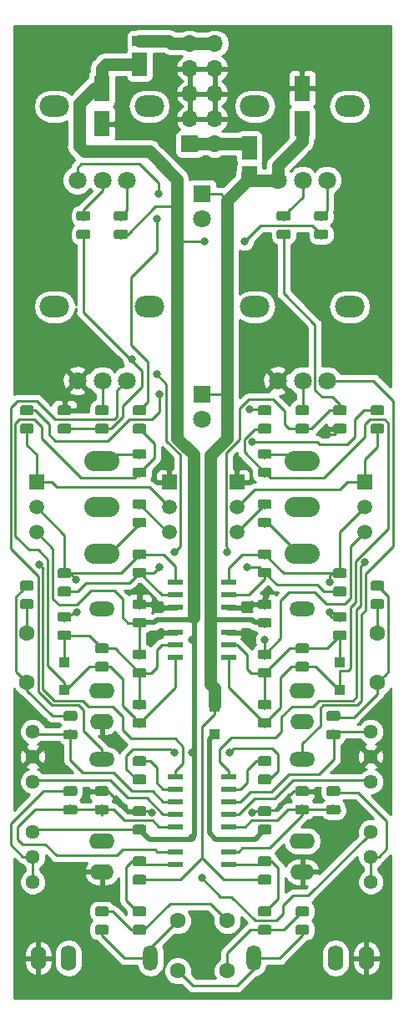
<source format=gbr>
G04 #@! TF.GenerationSoftware,KiCad,Pcbnew,(5.0.0)*
G04 #@! TF.CreationDate,2018-08-12T22:18:08+08:00*
G04 #@! TF.ProjectId,VCA,5643412E6B696361645F706362000000,rev?*
G04 #@! TF.SameCoordinates,PX18392c0PY18392c0*
G04 #@! TF.FileFunction,Copper,L2,Bot,Signal*
G04 #@! TF.FilePolarity,Positive*
%FSLAX46Y46*%
G04 Gerber Fmt 4.6, Leading zero omitted, Abs format (unit mm)*
G04 Created by KiCad (PCBNEW (5.0.0)) date 08/12/18 22:18:08*
%MOMM*%
%LPD*%
G01*
G04 APERTURE LIST*
G04 #@! TA.AperFunction,SMDPad,CuDef*
%ADD10R,1.500000X1.050000*%
G04 #@! TD*
G04 #@! TA.AperFunction,SMDPad,CuDef*
%ADD11R,1.500000X2.400000*%
G04 #@! TD*
G04 #@! TA.AperFunction,ComponentPad*
%ADD12R,1.500000X1.500000*%
G04 #@! TD*
G04 #@! TA.AperFunction,ComponentPad*
%ADD13C,1.500000*%
G04 #@! TD*
G04 #@! TA.AperFunction,ComponentPad*
%ADD14O,2.600000X1.500000*%
G04 #@! TD*
G04 #@! TA.AperFunction,ComponentPad*
%ADD15O,2.400000X1.600000*%
G04 #@! TD*
G04 #@! TA.AperFunction,ComponentPad*
%ADD16O,2.600000X1.600000*%
G04 #@! TD*
G04 #@! TA.AperFunction,Conductor*
%ADD17C,0.100000*%
G04 #@! TD*
G04 #@! TA.AperFunction,SMDPad,CuDef*
%ADD18C,0.975000*%
G04 #@! TD*
G04 #@! TA.AperFunction,WasherPad*
%ADD19O,3.000000X2.200000*%
G04 #@! TD*
G04 #@! TA.AperFunction,ComponentPad*
%ADD20C,1.800000*%
G04 #@! TD*
G04 #@! TA.AperFunction,SMDPad,CuDef*
%ADD21R,1.600000X2.600000*%
G04 #@! TD*
G04 #@! TA.AperFunction,ComponentPad*
%ADD22C,1.600000*%
G04 #@! TD*
G04 #@! TA.AperFunction,ComponentPad*
%ADD23O,1.700000X1.700000*%
G04 #@! TD*
G04 #@! TA.AperFunction,ComponentPad*
%ADD24R,1.700000X1.700000*%
G04 #@! TD*
G04 #@! TA.AperFunction,SMDPad,CuDef*
%ADD25R,1.100000X1.100000*%
G04 #@! TD*
G04 #@! TA.AperFunction,ComponentPad*
%ADD26R,1.800000X1.800000*%
G04 #@! TD*
G04 #@! TA.AperFunction,ComponentPad*
%ADD27O,1.500000X2.600000*%
G04 #@! TD*
G04 #@! TA.AperFunction,ComponentPad*
%ADD28O,1.600000X2.400000*%
G04 #@! TD*
G04 #@! TA.AperFunction,ComponentPad*
%ADD29O,1.600000X2.600000*%
G04 #@! TD*
G04 #@! TA.AperFunction,ComponentPad*
%ADD30O,3.556000X2.032000*%
G04 #@! TD*
G04 #@! TA.AperFunction,SMDPad,CuDef*
%ADD31R,1.500000X0.600000*%
G04 #@! TD*
G04 #@! TA.AperFunction,ComponentPad*
%ADD32C,1.440000*%
G04 #@! TD*
G04 #@! TA.AperFunction,ViaPad*
%ADD33C,0.800000*%
G04 #@! TD*
G04 #@! TA.AperFunction,Conductor*
%ADD34C,0.508000*%
G04 #@! TD*
G04 #@! TA.AperFunction,Conductor*
%ADD35C,1.270000*%
G04 #@! TD*
G04 #@! TA.AperFunction,Conductor*
%ADD36C,0.254000*%
G04 #@! TD*
G04 #@! TA.AperFunction,Conductor*
%ADD37C,0.250000*%
G04 #@! TD*
G04 APERTURE END LIST*
D10*
G04 #@! TO.P,D7,2*
G04 #@! TO.N,-12V*
X106426000Y-42927000D03*
D11*
G04 #@! TO.P,D7,1*
G04 #@! TO.N,Net-(D7-Pad1)*
X106426000Y-40552000D03*
G04 #@! TD*
D12*
G04 #@! TO.P,Q3,1*
G04 #@! TO.N,GND*
X98298000Y-74422000D03*
D13*
G04 #@! TO.P,Q3,3*
G04 #@! TO.N,Net-(Q3-Pad3)*
X98298000Y-79502000D03*
G04 #@! TO.P,Q3,2*
G04 #@! TO.N,Net-(Q1-Pad1)*
X98298000Y-76962000D03*
G04 #@! TD*
G04 #@! TO.P,Q4,2*
G04 #@! TO.N,Net-(Q2-Pad1)*
X105156000Y-76962000D03*
G04 #@! TO.P,Q4,3*
G04 #@! TO.N,Net-(Q4-Pad3)*
X105156000Y-79502000D03*
D12*
G04 #@! TO.P,Q4,1*
G04 #@! TO.N,GND*
X105156000Y-74422000D03*
G04 #@! TD*
G04 #@! TO.P,Q1,1*
G04 #@! TO.N,Net-(Q1-Pad1)*
X84836000Y-74422000D03*
D13*
G04 #@! TO.P,Q1,3*
G04 #@! TO.N,+12V*
X84836000Y-79502000D03*
G04 #@! TO.P,Q1,2*
G04 #@! TO.N,Net-(C1-Pad1)*
X84836000Y-76962000D03*
G04 #@! TD*
G04 #@! TO.P,Q2,2*
G04 #@! TO.N,Net-(C2-Pad1)*
X118110000Y-76962000D03*
G04 #@! TO.P,Q2,3*
G04 #@! TO.N,+12V*
X118110000Y-79502000D03*
D12*
G04 #@! TO.P,Q2,1*
G04 #@! TO.N,Net-(Q2-Pad1)*
X118110000Y-74422000D03*
G04 #@! TD*
D14*
G04 #@! TO.P,J2,T*
G04 #@! TO.N,Net-(J2-PadT)*
X91470480Y-102516920D03*
D15*
G04 #@! TO.P,J2,S*
G04 #@! TO.N,GND*
X91470480Y-113916920D03*
D16*
G04 #@! TO.P,J2,TN*
G04 #@! TO.N,Net-(J2-PadTN)*
X91470480Y-110816920D03*
G04 #@! TD*
D17*
G04 #@! TO.N,Net-(R28-Pad2)*
G04 #@! TO.C,R28*
G36*
X108460622Y-102203094D02*
X108484283Y-102206604D01*
X108507487Y-102212416D01*
X108530009Y-102220474D01*
X108551633Y-102230702D01*
X108572150Y-102242999D01*
X108591363Y-102257249D01*
X108609087Y-102273313D01*
X108625151Y-102291037D01*
X108639401Y-102310250D01*
X108651698Y-102330767D01*
X108661926Y-102352391D01*
X108669984Y-102374913D01*
X108675796Y-102398117D01*
X108679306Y-102421778D01*
X108680480Y-102445670D01*
X108680480Y-102933170D01*
X108679306Y-102957062D01*
X108675796Y-102980723D01*
X108669984Y-103003927D01*
X108661926Y-103026449D01*
X108651698Y-103048073D01*
X108639401Y-103068590D01*
X108625151Y-103087803D01*
X108609087Y-103105527D01*
X108591363Y-103121591D01*
X108572150Y-103135841D01*
X108551633Y-103148138D01*
X108530009Y-103158366D01*
X108507487Y-103166424D01*
X108484283Y-103172236D01*
X108460622Y-103175746D01*
X108436730Y-103176920D01*
X107524230Y-103176920D01*
X107500338Y-103175746D01*
X107476677Y-103172236D01*
X107453473Y-103166424D01*
X107430951Y-103158366D01*
X107409327Y-103148138D01*
X107388810Y-103135841D01*
X107369597Y-103121591D01*
X107351873Y-103105527D01*
X107335809Y-103087803D01*
X107321559Y-103068590D01*
X107309262Y-103048073D01*
X107299034Y-103026449D01*
X107290976Y-103003927D01*
X107285164Y-102980723D01*
X107281654Y-102957062D01*
X107280480Y-102933170D01*
X107280480Y-102445670D01*
X107281654Y-102421778D01*
X107285164Y-102398117D01*
X107290976Y-102374913D01*
X107299034Y-102352391D01*
X107309262Y-102330767D01*
X107321559Y-102310250D01*
X107335809Y-102291037D01*
X107351873Y-102273313D01*
X107369597Y-102257249D01*
X107388810Y-102242999D01*
X107409327Y-102230702D01*
X107430951Y-102220474D01*
X107453473Y-102212416D01*
X107476677Y-102206604D01*
X107500338Y-102203094D01*
X107524230Y-102201920D01*
X108436730Y-102201920D01*
X108460622Y-102203094D01*
X108460622Y-102203094D01*
G37*
D18*
G04 #@! TD*
G04 #@! TO.P,R28,2*
G04 #@! TO.N,Net-(R28-Pad2)*
X107980480Y-102689420D03*
D17*
G04 #@! TO.N,+12V*
G04 #@! TO.C,R28*
G36*
X108460622Y-104078094D02*
X108484283Y-104081604D01*
X108507487Y-104087416D01*
X108530009Y-104095474D01*
X108551633Y-104105702D01*
X108572150Y-104117999D01*
X108591363Y-104132249D01*
X108609087Y-104148313D01*
X108625151Y-104166037D01*
X108639401Y-104185250D01*
X108651698Y-104205767D01*
X108661926Y-104227391D01*
X108669984Y-104249913D01*
X108675796Y-104273117D01*
X108679306Y-104296778D01*
X108680480Y-104320670D01*
X108680480Y-104808170D01*
X108679306Y-104832062D01*
X108675796Y-104855723D01*
X108669984Y-104878927D01*
X108661926Y-104901449D01*
X108651698Y-104923073D01*
X108639401Y-104943590D01*
X108625151Y-104962803D01*
X108609087Y-104980527D01*
X108591363Y-104996591D01*
X108572150Y-105010841D01*
X108551633Y-105023138D01*
X108530009Y-105033366D01*
X108507487Y-105041424D01*
X108484283Y-105047236D01*
X108460622Y-105050746D01*
X108436730Y-105051920D01*
X107524230Y-105051920D01*
X107500338Y-105050746D01*
X107476677Y-105047236D01*
X107453473Y-105041424D01*
X107430951Y-105033366D01*
X107409327Y-105023138D01*
X107388810Y-105010841D01*
X107369597Y-104996591D01*
X107351873Y-104980527D01*
X107335809Y-104962803D01*
X107321559Y-104943590D01*
X107309262Y-104923073D01*
X107299034Y-104901449D01*
X107290976Y-104878927D01*
X107285164Y-104855723D01*
X107281654Y-104832062D01*
X107280480Y-104808170D01*
X107280480Y-104320670D01*
X107281654Y-104296778D01*
X107285164Y-104273117D01*
X107290976Y-104249913D01*
X107299034Y-104227391D01*
X107309262Y-104205767D01*
X107321559Y-104185250D01*
X107335809Y-104166037D01*
X107351873Y-104148313D01*
X107369597Y-104132249D01*
X107388810Y-104117999D01*
X107409327Y-104105702D01*
X107430951Y-104095474D01*
X107453473Y-104087416D01*
X107476677Y-104081604D01*
X107500338Y-104078094D01*
X107524230Y-104076920D01*
X108436730Y-104076920D01*
X108460622Y-104078094D01*
X108460622Y-104078094D01*
G37*
D18*
G04 #@! TD*
G04 #@! TO.P,R28,1*
G04 #@! TO.N,+12V*
X107980480Y-104564420D03*
D19*
G04 #@! TO.P,RV8,*
G04 #@! TO.N,*
X116590480Y-56636920D03*
D20*
G04 #@! TO.P,RV8,3*
G04 #@! TO.N,GND*
X109290480Y-64136930D03*
G04 #@! TO.P,RV8,2*
G04 #@! TO.N,CVB*
X111830480Y-64136930D03*
G04 #@! TO.P,RV8,1*
G04 #@! TO.N,Net-(J5-PadT)*
X114290480Y-64136930D03*
D19*
G04 #@! TO.P,RV8,*
G04 #@! TO.N,*
X106990480Y-56636920D03*
G04 #@! TD*
G04 #@! TO.P,RV7,*
G04 #@! TO.N,*
X96270480Y-56636920D03*
D20*
G04 #@! TO.P,RV7,3*
G04 #@! TO.N,GND*
X88970480Y-64136930D03*
G04 #@! TO.P,RV7,2*
G04 #@! TO.N,CVA*
X91510480Y-64136930D03*
G04 #@! TO.P,RV7,1*
G04 #@! TO.N,Net-(J2-PadT)*
X93970480Y-64136930D03*
D19*
G04 #@! TO.P,RV7,*
G04 #@! TO.N,*
X86670480Y-56636920D03*
G04 #@! TD*
G04 #@! TO.P,RV2,*
G04 #@! TO.N,*
X116590480Y-36316920D03*
D20*
G04 #@! TO.P,RV2,3*
G04 #@! TO.N,-12V*
X109290480Y-43816930D03*
G04 #@! TO.P,RV2,2*
G04 #@! TO.N,OFFB*
X111830480Y-43816930D03*
G04 #@! TO.P,RV2,1*
G04 #@! TO.N,Net-(R10-Pad2)*
X114290480Y-43816930D03*
D19*
G04 #@! TO.P,RV2,*
G04 #@! TO.N,*
X106990480Y-36316920D03*
G04 #@! TD*
G04 #@! TO.P,RV1,*
G04 #@! TO.N,*
X96270480Y-36316920D03*
D20*
G04 #@! TO.P,RV1,3*
G04 #@! TO.N,-12V*
X88970480Y-43816930D03*
G04 #@! TO.P,RV1,2*
G04 #@! TO.N,OFFA*
X91510480Y-43816930D03*
G04 #@! TO.P,RV1,1*
G04 #@! TO.N,Net-(R9-Pad2)*
X93970480Y-43816930D03*
D19*
G04 #@! TO.P,RV1,*
G04 #@! TO.N,*
X86670480Y-36316920D03*
G04 #@! TD*
D21*
G04 #@! TO.P,C10,2*
G04 #@! TO.N,-12V*
X111760000Y-38122000D03*
G04 #@! TO.P,C10,1*
G04 #@! TO.N,GND*
X111760000Y-34522000D03*
G04 #@! TD*
G04 #@! TO.P,C9,2*
G04 #@! TO.N,GND*
X91440000Y-38122000D03*
G04 #@! TO.P,C9,1*
G04 #@! TO.N,+12V*
X91440000Y-34522000D03*
G04 #@! TD*
D17*
G04 #@! TO.N,Net-(C1-Pad2)*
G04 #@! TO.C,C1*
G36*
X88140622Y-85028094D02*
X88164283Y-85031604D01*
X88187487Y-85037416D01*
X88210009Y-85045474D01*
X88231633Y-85055702D01*
X88252150Y-85067999D01*
X88271363Y-85082249D01*
X88289087Y-85098313D01*
X88305151Y-85116037D01*
X88319401Y-85135250D01*
X88331698Y-85155767D01*
X88341926Y-85177391D01*
X88349984Y-85199913D01*
X88355796Y-85223117D01*
X88359306Y-85246778D01*
X88360480Y-85270670D01*
X88360480Y-85758170D01*
X88359306Y-85782062D01*
X88355796Y-85805723D01*
X88349984Y-85828927D01*
X88341926Y-85851449D01*
X88331698Y-85873073D01*
X88319401Y-85893590D01*
X88305151Y-85912803D01*
X88289087Y-85930527D01*
X88271363Y-85946591D01*
X88252150Y-85960841D01*
X88231633Y-85973138D01*
X88210009Y-85983366D01*
X88187487Y-85991424D01*
X88164283Y-85997236D01*
X88140622Y-86000746D01*
X88116730Y-86001920D01*
X87204230Y-86001920D01*
X87180338Y-86000746D01*
X87156677Y-85997236D01*
X87133473Y-85991424D01*
X87110951Y-85983366D01*
X87089327Y-85973138D01*
X87068810Y-85960841D01*
X87049597Y-85946591D01*
X87031873Y-85930527D01*
X87015809Y-85912803D01*
X87001559Y-85893590D01*
X86989262Y-85873073D01*
X86979034Y-85851449D01*
X86970976Y-85828927D01*
X86965164Y-85805723D01*
X86961654Y-85782062D01*
X86960480Y-85758170D01*
X86960480Y-85270670D01*
X86961654Y-85246778D01*
X86965164Y-85223117D01*
X86970976Y-85199913D01*
X86979034Y-85177391D01*
X86989262Y-85155767D01*
X87001559Y-85135250D01*
X87015809Y-85116037D01*
X87031873Y-85098313D01*
X87049597Y-85082249D01*
X87068810Y-85067999D01*
X87089327Y-85055702D01*
X87110951Y-85045474D01*
X87133473Y-85037416D01*
X87156677Y-85031604D01*
X87180338Y-85028094D01*
X87204230Y-85026920D01*
X88116730Y-85026920D01*
X88140622Y-85028094D01*
X88140622Y-85028094D01*
G37*
D18*
G04 #@! TD*
G04 #@! TO.P,C1,2*
G04 #@! TO.N,Net-(C1-Pad2)*
X87660480Y-85514420D03*
D17*
G04 #@! TO.N,Net-(C1-Pad1)*
G04 #@! TO.C,C1*
G36*
X88140622Y-83153094D02*
X88164283Y-83156604D01*
X88187487Y-83162416D01*
X88210009Y-83170474D01*
X88231633Y-83180702D01*
X88252150Y-83192999D01*
X88271363Y-83207249D01*
X88289087Y-83223313D01*
X88305151Y-83241037D01*
X88319401Y-83260250D01*
X88331698Y-83280767D01*
X88341926Y-83302391D01*
X88349984Y-83324913D01*
X88355796Y-83348117D01*
X88359306Y-83371778D01*
X88360480Y-83395670D01*
X88360480Y-83883170D01*
X88359306Y-83907062D01*
X88355796Y-83930723D01*
X88349984Y-83953927D01*
X88341926Y-83976449D01*
X88331698Y-83998073D01*
X88319401Y-84018590D01*
X88305151Y-84037803D01*
X88289087Y-84055527D01*
X88271363Y-84071591D01*
X88252150Y-84085841D01*
X88231633Y-84098138D01*
X88210009Y-84108366D01*
X88187487Y-84116424D01*
X88164283Y-84122236D01*
X88140622Y-84125746D01*
X88116730Y-84126920D01*
X87204230Y-84126920D01*
X87180338Y-84125746D01*
X87156677Y-84122236D01*
X87133473Y-84116424D01*
X87110951Y-84108366D01*
X87089327Y-84098138D01*
X87068810Y-84085841D01*
X87049597Y-84071591D01*
X87031873Y-84055527D01*
X87015809Y-84037803D01*
X87001559Y-84018590D01*
X86989262Y-83998073D01*
X86979034Y-83976449D01*
X86970976Y-83953927D01*
X86965164Y-83930723D01*
X86961654Y-83907062D01*
X86960480Y-83883170D01*
X86960480Y-83395670D01*
X86961654Y-83371778D01*
X86965164Y-83348117D01*
X86970976Y-83324913D01*
X86979034Y-83302391D01*
X86989262Y-83280767D01*
X87001559Y-83260250D01*
X87015809Y-83241037D01*
X87031873Y-83223313D01*
X87049597Y-83207249D01*
X87068810Y-83192999D01*
X87089327Y-83180702D01*
X87110951Y-83170474D01*
X87133473Y-83162416D01*
X87156677Y-83156604D01*
X87180338Y-83153094D01*
X87204230Y-83151920D01*
X88116730Y-83151920D01*
X88140622Y-83153094D01*
X88140622Y-83153094D01*
G37*
D18*
G04 #@! TD*
G04 #@! TO.P,C1,1*
G04 #@! TO.N,Net-(C1-Pad1)*
X87660480Y-83639420D03*
D17*
G04 #@! TO.N,Net-(C2-Pad2)*
G04 #@! TO.C,C2*
G36*
X116080622Y-85028094D02*
X116104283Y-85031604D01*
X116127487Y-85037416D01*
X116150009Y-85045474D01*
X116171633Y-85055702D01*
X116192150Y-85067999D01*
X116211363Y-85082249D01*
X116229087Y-85098313D01*
X116245151Y-85116037D01*
X116259401Y-85135250D01*
X116271698Y-85155767D01*
X116281926Y-85177391D01*
X116289984Y-85199913D01*
X116295796Y-85223117D01*
X116299306Y-85246778D01*
X116300480Y-85270670D01*
X116300480Y-85758170D01*
X116299306Y-85782062D01*
X116295796Y-85805723D01*
X116289984Y-85828927D01*
X116281926Y-85851449D01*
X116271698Y-85873073D01*
X116259401Y-85893590D01*
X116245151Y-85912803D01*
X116229087Y-85930527D01*
X116211363Y-85946591D01*
X116192150Y-85960841D01*
X116171633Y-85973138D01*
X116150009Y-85983366D01*
X116127487Y-85991424D01*
X116104283Y-85997236D01*
X116080622Y-86000746D01*
X116056730Y-86001920D01*
X115144230Y-86001920D01*
X115120338Y-86000746D01*
X115096677Y-85997236D01*
X115073473Y-85991424D01*
X115050951Y-85983366D01*
X115029327Y-85973138D01*
X115008810Y-85960841D01*
X114989597Y-85946591D01*
X114971873Y-85930527D01*
X114955809Y-85912803D01*
X114941559Y-85893590D01*
X114929262Y-85873073D01*
X114919034Y-85851449D01*
X114910976Y-85828927D01*
X114905164Y-85805723D01*
X114901654Y-85782062D01*
X114900480Y-85758170D01*
X114900480Y-85270670D01*
X114901654Y-85246778D01*
X114905164Y-85223117D01*
X114910976Y-85199913D01*
X114919034Y-85177391D01*
X114929262Y-85155767D01*
X114941559Y-85135250D01*
X114955809Y-85116037D01*
X114971873Y-85098313D01*
X114989597Y-85082249D01*
X115008810Y-85067999D01*
X115029327Y-85055702D01*
X115050951Y-85045474D01*
X115073473Y-85037416D01*
X115096677Y-85031604D01*
X115120338Y-85028094D01*
X115144230Y-85026920D01*
X116056730Y-85026920D01*
X116080622Y-85028094D01*
X116080622Y-85028094D01*
G37*
D18*
G04 #@! TD*
G04 #@! TO.P,C2,2*
G04 #@! TO.N,Net-(C2-Pad2)*
X115600480Y-85514420D03*
D17*
G04 #@! TO.N,Net-(C2-Pad1)*
G04 #@! TO.C,C2*
G36*
X116080622Y-83153094D02*
X116104283Y-83156604D01*
X116127487Y-83162416D01*
X116150009Y-83170474D01*
X116171633Y-83180702D01*
X116192150Y-83192999D01*
X116211363Y-83207249D01*
X116229087Y-83223313D01*
X116245151Y-83241037D01*
X116259401Y-83260250D01*
X116271698Y-83280767D01*
X116281926Y-83302391D01*
X116289984Y-83324913D01*
X116295796Y-83348117D01*
X116299306Y-83371778D01*
X116300480Y-83395670D01*
X116300480Y-83883170D01*
X116299306Y-83907062D01*
X116295796Y-83930723D01*
X116289984Y-83953927D01*
X116281926Y-83976449D01*
X116271698Y-83998073D01*
X116259401Y-84018590D01*
X116245151Y-84037803D01*
X116229087Y-84055527D01*
X116211363Y-84071591D01*
X116192150Y-84085841D01*
X116171633Y-84098138D01*
X116150009Y-84108366D01*
X116127487Y-84116424D01*
X116104283Y-84122236D01*
X116080622Y-84125746D01*
X116056730Y-84126920D01*
X115144230Y-84126920D01*
X115120338Y-84125746D01*
X115096677Y-84122236D01*
X115073473Y-84116424D01*
X115050951Y-84108366D01*
X115029327Y-84098138D01*
X115008810Y-84085841D01*
X114989597Y-84071591D01*
X114971873Y-84055527D01*
X114955809Y-84037803D01*
X114941559Y-84018590D01*
X114929262Y-83998073D01*
X114919034Y-83976449D01*
X114910976Y-83953927D01*
X114905164Y-83930723D01*
X114901654Y-83907062D01*
X114900480Y-83883170D01*
X114900480Y-83395670D01*
X114901654Y-83371778D01*
X114905164Y-83348117D01*
X114910976Y-83324913D01*
X114919034Y-83302391D01*
X114929262Y-83280767D01*
X114941559Y-83260250D01*
X114955809Y-83241037D01*
X114971873Y-83223313D01*
X114989597Y-83207249D01*
X115008810Y-83192999D01*
X115029327Y-83180702D01*
X115050951Y-83170474D01*
X115073473Y-83162416D01*
X115096677Y-83156604D01*
X115120338Y-83153094D01*
X115144230Y-83151920D01*
X116056730Y-83151920D01*
X116080622Y-83153094D01*
X116080622Y-83153094D01*
G37*
D18*
G04 #@! TD*
G04 #@! TO.P,C2,1*
G04 #@! TO.N,Net-(C2-Pad1)*
X115600480Y-83639420D03*
D17*
G04 #@! TO.N,Net-(C3-Pad2)*
G04 #@! TO.C,C3*
G36*
X91950622Y-90773094D02*
X91974283Y-90776604D01*
X91997487Y-90782416D01*
X92020009Y-90790474D01*
X92041633Y-90800702D01*
X92062150Y-90812999D01*
X92081363Y-90827249D01*
X92099087Y-90843313D01*
X92115151Y-90861037D01*
X92129401Y-90880250D01*
X92141698Y-90900767D01*
X92151926Y-90922391D01*
X92159984Y-90944913D01*
X92165796Y-90968117D01*
X92169306Y-90991778D01*
X92170480Y-91015670D01*
X92170480Y-91503170D01*
X92169306Y-91527062D01*
X92165796Y-91550723D01*
X92159984Y-91573927D01*
X92151926Y-91596449D01*
X92141698Y-91618073D01*
X92129401Y-91638590D01*
X92115151Y-91657803D01*
X92099087Y-91675527D01*
X92081363Y-91691591D01*
X92062150Y-91705841D01*
X92041633Y-91718138D01*
X92020009Y-91728366D01*
X91997487Y-91736424D01*
X91974283Y-91742236D01*
X91950622Y-91745746D01*
X91926730Y-91746920D01*
X91014230Y-91746920D01*
X90990338Y-91745746D01*
X90966677Y-91742236D01*
X90943473Y-91736424D01*
X90920951Y-91728366D01*
X90899327Y-91718138D01*
X90878810Y-91705841D01*
X90859597Y-91691591D01*
X90841873Y-91675527D01*
X90825809Y-91657803D01*
X90811559Y-91638590D01*
X90799262Y-91618073D01*
X90789034Y-91596449D01*
X90780976Y-91573927D01*
X90775164Y-91550723D01*
X90771654Y-91527062D01*
X90770480Y-91503170D01*
X90770480Y-91015670D01*
X90771654Y-90991778D01*
X90775164Y-90968117D01*
X90780976Y-90944913D01*
X90789034Y-90922391D01*
X90799262Y-90900767D01*
X90811559Y-90880250D01*
X90825809Y-90861037D01*
X90841873Y-90843313D01*
X90859597Y-90827249D01*
X90878810Y-90812999D01*
X90899327Y-90800702D01*
X90920951Y-90790474D01*
X90943473Y-90782416D01*
X90966677Y-90776604D01*
X90990338Y-90773094D01*
X91014230Y-90771920D01*
X91926730Y-90771920D01*
X91950622Y-90773094D01*
X91950622Y-90773094D01*
G37*
D18*
G04 #@! TD*
G04 #@! TO.P,C3,2*
G04 #@! TO.N,Net-(C3-Pad2)*
X91470480Y-91259420D03*
D17*
G04 #@! TO.N,LEDA*
G04 #@! TO.C,C3*
G36*
X91950622Y-92648094D02*
X91974283Y-92651604D01*
X91997487Y-92657416D01*
X92020009Y-92665474D01*
X92041633Y-92675702D01*
X92062150Y-92687999D01*
X92081363Y-92702249D01*
X92099087Y-92718313D01*
X92115151Y-92736037D01*
X92129401Y-92755250D01*
X92141698Y-92775767D01*
X92151926Y-92797391D01*
X92159984Y-92819913D01*
X92165796Y-92843117D01*
X92169306Y-92866778D01*
X92170480Y-92890670D01*
X92170480Y-93378170D01*
X92169306Y-93402062D01*
X92165796Y-93425723D01*
X92159984Y-93448927D01*
X92151926Y-93471449D01*
X92141698Y-93493073D01*
X92129401Y-93513590D01*
X92115151Y-93532803D01*
X92099087Y-93550527D01*
X92081363Y-93566591D01*
X92062150Y-93580841D01*
X92041633Y-93593138D01*
X92020009Y-93603366D01*
X91997487Y-93611424D01*
X91974283Y-93617236D01*
X91950622Y-93620746D01*
X91926730Y-93621920D01*
X91014230Y-93621920D01*
X90990338Y-93620746D01*
X90966677Y-93617236D01*
X90943473Y-93611424D01*
X90920951Y-93603366D01*
X90899327Y-93593138D01*
X90878810Y-93580841D01*
X90859597Y-93566591D01*
X90841873Y-93550527D01*
X90825809Y-93532803D01*
X90811559Y-93513590D01*
X90799262Y-93493073D01*
X90789034Y-93471449D01*
X90780976Y-93448927D01*
X90775164Y-93425723D01*
X90771654Y-93402062D01*
X90770480Y-93378170D01*
X90770480Y-92890670D01*
X90771654Y-92866778D01*
X90775164Y-92843117D01*
X90780976Y-92819913D01*
X90789034Y-92797391D01*
X90799262Y-92775767D01*
X90811559Y-92755250D01*
X90825809Y-92736037D01*
X90841873Y-92718313D01*
X90859597Y-92702249D01*
X90878810Y-92687999D01*
X90899327Y-92675702D01*
X90920951Y-92665474D01*
X90943473Y-92657416D01*
X90966677Y-92651604D01*
X90990338Y-92648094D01*
X91014230Y-92646920D01*
X91926730Y-92646920D01*
X91950622Y-92648094D01*
X91950622Y-92648094D01*
G37*
D18*
G04 #@! TD*
G04 #@! TO.P,C3,1*
G04 #@! TO.N,LEDA*
X91470480Y-93134420D03*
D17*
G04 #@! TO.N,Net-(C4-Pad2)*
G04 #@! TO.C,C4*
G36*
X112270622Y-90773094D02*
X112294283Y-90776604D01*
X112317487Y-90782416D01*
X112340009Y-90790474D01*
X112361633Y-90800702D01*
X112382150Y-90812999D01*
X112401363Y-90827249D01*
X112419087Y-90843313D01*
X112435151Y-90861037D01*
X112449401Y-90880250D01*
X112461698Y-90900767D01*
X112471926Y-90922391D01*
X112479984Y-90944913D01*
X112485796Y-90968117D01*
X112489306Y-90991778D01*
X112490480Y-91015670D01*
X112490480Y-91503170D01*
X112489306Y-91527062D01*
X112485796Y-91550723D01*
X112479984Y-91573927D01*
X112471926Y-91596449D01*
X112461698Y-91618073D01*
X112449401Y-91638590D01*
X112435151Y-91657803D01*
X112419087Y-91675527D01*
X112401363Y-91691591D01*
X112382150Y-91705841D01*
X112361633Y-91718138D01*
X112340009Y-91728366D01*
X112317487Y-91736424D01*
X112294283Y-91742236D01*
X112270622Y-91745746D01*
X112246730Y-91746920D01*
X111334230Y-91746920D01*
X111310338Y-91745746D01*
X111286677Y-91742236D01*
X111263473Y-91736424D01*
X111240951Y-91728366D01*
X111219327Y-91718138D01*
X111198810Y-91705841D01*
X111179597Y-91691591D01*
X111161873Y-91675527D01*
X111145809Y-91657803D01*
X111131559Y-91638590D01*
X111119262Y-91618073D01*
X111109034Y-91596449D01*
X111100976Y-91573927D01*
X111095164Y-91550723D01*
X111091654Y-91527062D01*
X111090480Y-91503170D01*
X111090480Y-91015670D01*
X111091654Y-90991778D01*
X111095164Y-90968117D01*
X111100976Y-90944913D01*
X111109034Y-90922391D01*
X111119262Y-90900767D01*
X111131559Y-90880250D01*
X111145809Y-90861037D01*
X111161873Y-90843313D01*
X111179597Y-90827249D01*
X111198810Y-90812999D01*
X111219327Y-90800702D01*
X111240951Y-90790474D01*
X111263473Y-90782416D01*
X111286677Y-90776604D01*
X111310338Y-90773094D01*
X111334230Y-90771920D01*
X112246730Y-90771920D01*
X112270622Y-90773094D01*
X112270622Y-90773094D01*
G37*
D18*
G04 #@! TD*
G04 #@! TO.P,C4,2*
G04 #@! TO.N,Net-(C4-Pad2)*
X111790480Y-91259420D03*
D17*
G04 #@! TO.N,LEDB*
G04 #@! TO.C,C4*
G36*
X112270622Y-92648094D02*
X112294283Y-92651604D01*
X112317487Y-92657416D01*
X112340009Y-92665474D01*
X112361633Y-92675702D01*
X112382150Y-92687999D01*
X112401363Y-92702249D01*
X112419087Y-92718313D01*
X112435151Y-92736037D01*
X112449401Y-92755250D01*
X112461698Y-92775767D01*
X112471926Y-92797391D01*
X112479984Y-92819913D01*
X112485796Y-92843117D01*
X112489306Y-92866778D01*
X112490480Y-92890670D01*
X112490480Y-93378170D01*
X112489306Y-93402062D01*
X112485796Y-93425723D01*
X112479984Y-93448927D01*
X112471926Y-93471449D01*
X112461698Y-93493073D01*
X112449401Y-93513590D01*
X112435151Y-93532803D01*
X112419087Y-93550527D01*
X112401363Y-93566591D01*
X112382150Y-93580841D01*
X112361633Y-93593138D01*
X112340009Y-93603366D01*
X112317487Y-93611424D01*
X112294283Y-93617236D01*
X112270622Y-93620746D01*
X112246730Y-93621920D01*
X111334230Y-93621920D01*
X111310338Y-93620746D01*
X111286677Y-93617236D01*
X111263473Y-93611424D01*
X111240951Y-93603366D01*
X111219327Y-93593138D01*
X111198810Y-93580841D01*
X111179597Y-93566591D01*
X111161873Y-93550527D01*
X111145809Y-93532803D01*
X111131559Y-93513590D01*
X111119262Y-93493073D01*
X111109034Y-93471449D01*
X111100976Y-93448927D01*
X111095164Y-93425723D01*
X111091654Y-93402062D01*
X111090480Y-93378170D01*
X111090480Y-92890670D01*
X111091654Y-92866778D01*
X111095164Y-92843117D01*
X111100976Y-92819913D01*
X111109034Y-92797391D01*
X111119262Y-92775767D01*
X111131559Y-92755250D01*
X111145809Y-92736037D01*
X111161873Y-92718313D01*
X111179597Y-92702249D01*
X111198810Y-92687999D01*
X111219327Y-92675702D01*
X111240951Y-92665474D01*
X111263473Y-92657416D01*
X111286677Y-92651604D01*
X111310338Y-92648094D01*
X111334230Y-92646920D01*
X112246730Y-92646920D01*
X112270622Y-92648094D01*
X112270622Y-92648094D01*
G37*
D18*
G04 #@! TD*
G04 #@! TO.P,C4,1*
G04 #@! TO.N,LEDB*
X111790480Y-93134420D03*
D17*
G04 #@! TO.N,GND*
G04 #@! TO.C,C5*
G36*
X108460622Y-107283094D02*
X108484283Y-107286604D01*
X108507487Y-107292416D01*
X108530009Y-107300474D01*
X108551633Y-107310702D01*
X108572150Y-107322999D01*
X108591363Y-107337249D01*
X108609087Y-107353313D01*
X108625151Y-107371037D01*
X108639401Y-107390250D01*
X108651698Y-107410767D01*
X108661926Y-107432391D01*
X108669984Y-107454913D01*
X108675796Y-107478117D01*
X108679306Y-107501778D01*
X108680480Y-107525670D01*
X108680480Y-108013170D01*
X108679306Y-108037062D01*
X108675796Y-108060723D01*
X108669984Y-108083927D01*
X108661926Y-108106449D01*
X108651698Y-108128073D01*
X108639401Y-108148590D01*
X108625151Y-108167803D01*
X108609087Y-108185527D01*
X108591363Y-108201591D01*
X108572150Y-108215841D01*
X108551633Y-108228138D01*
X108530009Y-108238366D01*
X108507487Y-108246424D01*
X108484283Y-108252236D01*
X108460622Y-108255746D01*
X108436730Y-108256920D01*
X107524230Y-108256920D01*
X107500338Y-108255746D01*
X107476677Y-108252236D01*
X107453473Y-108246424D01*
X107430951Y-108238366D01*
X107409327Y-108228138D01*
X107388810Y-108215841D01*
X107369597Y-108201591D01*
X107351873Y-108185527D01*
X107335809Y-108167803D01*
X107321559Y-108148590D01*
X107309262Y-108128073D01*
X107299034Y-108106449D01*
X107290976Y-108083927D01*
X107285164Y-108060723D01*
X107281654Y-108037062D01*
X107280480Y-108013170D01*
X107280480Y-107525670D01*
X107281654Y-107501778D01*
X107285164Y-107478117D01*
X107290976Y-107454913D01*
X107299034Y-107432391D01*
X107309262Y-107410767D01*
X107321559Y-107390250D01*
X107335809Y-107371037D01*
X107351873Y-107353313D01*
X107369597Y-107337249D01*
X107388810Y-107322999D01*
X107409327Y-107310702D01*
X107430951Y-107300474D01*
X107453473Y-107292416D01*
X107476677Y-107286604D01*
X107500338Y-107283094D01*
X107524230Y-107281920D01*
X108436730Y-107281920D01*
X108460622Y-107283094D01*
X108460622Y-107283094D01*
G37*
D18*
G04 #@! TD*
G04 #@! TO.P,C5,2*
G04 #@! TO.N,GND*
X107980480Y-107769420D03*
D17*
G04 #@! TO.N,Net-(C5-Pad1)*
G04 #@! TO.C,C5*
G36*
X108460622Y-109158094D02*
X108484283Y-109161604D01*
X108507487Y-109167416D01*
X108530009Y-109175474D01*
X108551633Y-109185702D01*
X108572150Y-109197999D01*
X108591363Y-109212249D01*
X108609087Y-109228313D01*
X108625151Y-109246037D01*
X108639401Y-109265250D01*
X108651698Y-109285767D01*
X108661926Y-109307391D01*
X108669984Y-109329913D01*
X108675796Y-109353117D01*
X108679306Y-109376778D01*
X108680480Y-109400670D01*
X108680480Y-109888170D01*
X108679306Y-109912062D01*
X108675796Y-109935723D01*
X108669984Y-109958927D01*
X108661926Y-109981449D01*
X108651698Y-110003073D01*
X108639401Y-110023590D01*
X108625151Y-110042803D01*
X108609087Y-110060527D01*
X108591363Y-110076591D01*
X108572150Y-110090841D01*
X108551633Y-110103138D01*
X108530009Y-110113366D01*
X108507487Y-110121424D01*
X108484283Y-110127236D01*
X108460622Y-110130746D01*
X108436730Y-110131920D01*
X107524230Y-110131920D01*
X107500338Y-110130746D01*
X107476677Y-110127236D01*
X107453473Y-110121424D01*
X107430951Y-110113366D01*
X107409327Y-110103138D01*
X107388810Y-110090841D01*
X107369597Y-110076591D01*
X107351873Y-110060527D01*
X107335809Y-110042803D01*
X107321559Y-110023590D01*
X107309262Y-110003073D01*
X107299034Y-109981449D01*
X107290976Y-109958927D01*
X107285164Y-109935723D01*
X107281654Y-109912062D01*
X107280480Y-109888170D01*
X107280480Y-109400670D01*
X107281654Y-109376778D01*
X107285164Y-109353117D01*
X107290976Y-109329913D01*
X107299034Y-109307391D01*
X107309262Y-109285767D01*
X107321559Y-109265250D01*
X107335809Y-109246037D01*
X107351873Y-109228313D01*
X107369597Y-109212249D01*
X107388810Y-109197999D01*
X107409327Y-109185702D01*
X107430951Y-109175474D01*
X107453473Y-109167416D01*
X107476677Y-109161604D01*
X107500338Y-109158094D01*
X107524230Y-109156920D01*
X108436730Y-109156920D01*
X108460622Y-109158094D01*
X108460622Y-109158094D01*
G37*
D18*
G04 #@! TD*
G04 #@! TO.P,C5,1*
G04 #@! TO.N,Net-(C5-Pad1)*
X107980480Y-109644420D03*
D17*
G04 #@! TO.N,GND*
G04 #@! TO.C,C6*
G36*
X95760622Y-107283094D02*
X95784283Y-107286604D01*
X95807487Y-107292416D01*
X95830009Y-107300474D01*
X95851633Y-107310702D01*
X95872150Y-107322999D01*
X95891363Y-107337249D01*
X95909087Y-107353313D01*
X95925151Y-107371037D01*
X95939401Y-107390250D01*
X95951698Y-107410767D01*
X95961926Y-107432391D01*
X95969984Y-107454913D01*
X95975796Y-107478117D01*
X95979306Y-107501778D01*
X95980480Y-107525670D01*
X95980480Y-108013170D01*
X95979306Y-108037062D01*
X95975796Y-108060723D01*
X95969984Y-108083927D01*
X95961926Y-108106449D01*
X95951698Y-108128073D01*
X95939401Y-108148590D01*
X95925151Y-108167803D01*
X95909087Y-108185527D01*
X95891363Y-108201591D01*
X95872150Y-108215841D01*
X95851633Y-108228138D01*
X95830009Y-108238366D01*
X95807487Y-108246424D01*
X95784283Y-108252236D01*
X95760622Y-108255746D01*
X95736730Y-108256920D01*
X94824230Y-108256920D01*
X94800338Y-108255746D01*
X94776677Y-108252236D01*
X94753473Y-108246424D01*
X94730951Y-108238366D01*
X94709327Y-108228138D01*
X94688810Y-108215841D01*
X94669597Y-108201591D01*
X94651873Y-108185527D01*
X94635809Y-108167803D01*
X94621559Y-108148590D01*
X94609262Y-108128073D01*
X94599034Y-108106449D01*
X94590976Y-108083927D01*
X94585164Y-108060723D01*
X94581654Y-108037062D01*
X94580480Y-108013170D01*
X94580480Y-107525670D01*
X94581654Y-107501778D01*
X94585164Y-107478117D01*
X94590976Y-107454913D01*
X94599034Y-107432391D01*
X94609262Y-107410767D01*
X94621559Y-107390250D01*
X94635809Y-107371037D01*
X94651873Y-107353313D01*
X94669597Y-107337249D01*
X94688810Y-107322999D01*
X94709327Y-107310702D01*
X94730951Y-107300474D01*
X94753473Y-107292416D01*
X94776677Y-107286604D01*
X94800338Y-107283094D01*
X94824230Y-107281920D01*
X95736730Y-107281920D01*
X95760622Y-107283094D01*
X95760622Y-107283094D01*
G37*
D18*
G04 #@! TD*
G04 #@! TO.P,C6,2*
G04 #@! TO.N,GND*
X95280480Y-107769420D03*
D17*
G04 #@! TO.N,+12V*
G04 #@! TO.C,C6*
G36*
X95760622Y-109158094D02*
X95784283Y-109161604D01*
X95807487Y-109167416D01*
X95830009Y-109175474D01*
X95851633Y-109185702D01*
X95872150Y-109197999D01*
X95891363Y-109212249D01*
X95909087Y-109228313D01*
X95925151Y-109246037D01*
X95939401Y-109265250D01*
X95951698Y-109285767D01*
X95961926Y-109307391D01*
X95969984Y-109329913D01*
X95975796Y-109353117D01*
X95979306Y-109376778D01*
X95980480Y-109400670D01*
X95980480Y-109888170D01*
X95979306Y-109912062D01*
X95975796Y-109935723D01*
X95969984Y-109958927D01*
X95961926Y-109981449D01*
X95951698Y-110003073D01*
X95939401Y-110023590D01*
X95925151Y-110042803D01*
X95909087Y-110060527D01*
X95891363Y-110076591D01*
X95872150Y-110090841D01*
X95851633Y-110103138D01*
X95830009Y-110113366D01*
X95807487Y-110121424D01*
X95784283Y-110127236D01*
X95760622Y-110130746D01*
X95736730Y-110131920D01*
X94824230Y-110131920D01*
X94800338Y-110130746D01*
X94776677Y-110127236D01*
X94753473Y-110121424D01*
X94730951Y-110113366D01*
X94709327Y-110103138D01*
X94688810Y-110090841D01*
X94669597Y-110076591D01*
X94651873Y-110060527D01*
X94635809Y-110042803D01*
X94621559Y-110023590D01*
X94609262Y-110003073D01*
X94599034Y-109981449D01*
X94590976Y-109958927D01*
X94585164Y-109935723D01*
X94581654Y-109912062D01*
X94580480Y-109888170D01*
X94580480Y-109400670D01*
X94581654Y-109376778D01*
X94585164Y-109353117D01*
X94590976Y-109329913D01*
X94599034Y-109307391D01*
X94609262Y-109285767D01*
X94621559Y-109265250D01*
X94635809Y-109246037D01*
X94651873Y-109228313D01*
X94669597Y-109212249D01*
X94688810Y-109197999D01*
X94709327Y-109185702D01*
X94730951Y-109175474D01*
X94753473Y-109167416D01*
X94776677Y-109161604D01*
X94800338Y-109158094D01*
X94824230Y-109156920D01*
X95736730Y-109156920D01*
X95760622Y-109158094D01*
X95760622Y-109158094D01*
G37*
D18*
G04 #@! TD*
G04 #@! TO.P,C6,1*
G04 #@! TO.N,+12V*
X95280480Y-109644420D03*
D17*
G04 #@! TO.N,-12V*
G04 #@! TO.C,C7*
G36*
X108460622Y-88203094D02*
X108484283Y-88206604D01*
X108507487Y-88212416D01*
X108530009Y-88220474D01*
X108551633Y-88230702D01*
X108572150Y-88242999D01*
X108591363Y-88257249D01*
X108609087Y-88273313D01*
X108625151Y-88291037D01*
X108639401Y-88310250D01*
X108651698Y-88330767D01*
X108661926Y-88352391D01*
X108669984Y-88374913D01*
X108675796Y-88398117D01*
X108679306Y-88421778D01*
X108680480Y-88445670D01*
X108680480Y-88933170D01*
X108679306Y-88957062D01*
X108675796Y-88980723D01*
X108669984Y-89003927D01*
X108661926Y-89026449D01*
X108651698Y-89048073D01*
X108639401Y-89068590D01*
X108625151Y-89087803D01*
X108609087Y-89105527D01*
X108591363Y-89121591D01*
X108572150Y-89135841D01*
X108551633Y-89148138D01*
X108530009Y-89158366D01*
X108507487Y-89166424D01*
X108484283Y-89172236D01*
X108460622Y-89175746D01*
X108436730Y-89176920D01*
X107524230Y-89176920D01*
X107500338Y-89175746D01*
X107476677Y-89172236D01*
X107453473Y-89166424D01*
X107430951Y-89158366D01*
X107409327Y-89148138D01*
X107388810Y-89135841D01*
X107369597Y-89121591D01*
X107351873Y-89105527D01*
X107335809Y-89087803D01*
X107321559Y-89068590D01*
X107309262Y-89048073D01*
X107299034Y-89026449D01*
X107290976Y-89003927D01*
X107285164Y-88980723D01*
X107281654Y-88957062D01*
X107280480Y-88933170D01*
X107280480Y-88445670D01*
X107281654Y-88421778D01*
X107285164Y-88398117D01*
X107290976Y-88374913D01*
X107299034Y-88352391D01*
X107309262Y-88330767D01*
X107321559Y-88310250D01*
X107335809Y-88291037D01*
X107351873Y-88273313D01*
X107369597Y-88257249D01*
X107388810Y-88242999D01*
X107409327Y-88230702D01*
X107430951Y-88220474D01*
X107453473Y-88212416D01*
X107476677Y-88206604D01*
X107500338Y-88203094D01*
X107524230Y-88201920D01*
X108436730Y-88201920D01*
X108460622Y-88203094D01*
X108460622Y-88203094D01*
G37*
D18*
G04 #@! TD*
G04 #@! TO.P,C7,2*
G04 #@! TO.N,-12V*
X107980480Y-88689420D03*
D17*
G04 #@! TO.N,GND*
G04 #@! TO.C,C7*
G36*
X108460622Y-86328094D02*
X108484283Y-86331604D01*
X108507487Y-86337416D01*
X108530009Y-86345474D01*
X108551633Y-86355702D01*
X108572150Y-86367999D01*
X108591363Y-86382249D01*
X108609087Y-86398313D01*
X108625151Y-86416037D01*
X108639401Y-86435250D01*
X108651698Y-86455767D01*
X108661926Y-86477391D01*
X108669984Y-86499913D01*
X108675796Y-86523117D01*
X108679306Y-86546778D01*
X108680480Y-86570670D01*
X108680480Y-87058170D01*
X108679306Y-87082062D01*
X108675796Y-87105723D01*
X108669984Y-87128927D01*
X108661926Y-87151449D01*
X108651698Y-87173073D01*
X108639401Y-87193590D01*
X108625151Y-87212803D01*
X108609087Y-87230527D01*
X108591363Y-87246591D01*
X108572150Y-87260841D01*
X108551633Y-87273138D01*
X108530009Y-87283366D01*
X108507487Y-87291424D01*
X108484283Y-87297236D01*
X108460622Y-87300746D01*
X108436730Y-87301920D01*
X107524230Y-87301920D01*
X107500338Y-87300746D01*
X107476677Y-87297236D01*
X107453473Y-87291424D01*
X107430951Y-87283366D01*
X107409327Y-87273138D01*
X107388810Y-87260841D01*
X107369597Y-87246591D01*
X107351873Y-87230527D01*
X107335809Y-87212803D01*
X107321559Y-87193590D01*
X107309262Y-87173073D01*
X107299034Y-87151449D01*
X107290976Y-87128927D01*
X107285164Y-87105723D01*
X107281654Y-87082062D01*
X107280480Y-87058170D01*
X107280480Y-86570670D01*
X107281654Y-86546778D01*
X107285164Y-86523117D01*
X107290976Y-86499913D01*
X107299034Y-86477391D01*
X107309262Y-86455767D01*
X107321559Y-86435250D01*
X107335809Y-86416037D01*
X107351873Y-86398313D01*
X107369597Y-86382249D01*
X107388810Y-86367999D01*
X107409327Y-86355702D01*
X107430951Y-86345474D01*
X107453473Y-86337416D01*
X107476677Y-86331604D01*
X107500338Y-86328094D01*
X107524230Y-86326920D01*
X108436730Y-86326920D01*
X108460622Y-86328094D01*
X108460622Y-86328094D01*
G37*
D18*
G04 #@! TD*
G04 #@! TO.P,C7,1*
G04 #@! TO.N,GND*
X107980480Y-86814420D03*
D17*
G04 #@! TO.N,GND*
G04 #@! TO.C,C8*
G36*
X95760622Y-86328094D02*
X95784283Y-86331604D01*
X95807487Y-86337416D01*
X95830009Y-86345474D01*
X95851633Y-86355702D01*
X95872150Y-86367999D01*
X95891363Y-86382249D01*
X95909087Y-86398313D01*
X95925151Y-86416037D01*
X95939401Y-86435250D01*
X95951698Y-86455767D01*
X95961926Y-86477391D01*
X95969984Y-86499913D01*
X95975796Y-86523117D01*
X95979306Y-86546778D01*
X95980480Y-86570670D01*
X95980480Y-87058170D01*
X95979306Y-87082062D01*
X95975796Y-87105723D01*
X95969984Y-87128927D01*
X95961926Y-87151449D01*
X95951698Y-87173073D01*
X95939401Y-87193590D01*
X95925151Y-87212803D01*
X95909087Y-87230527D01*
X95891363Y-87246591D01*
X95872150Y-87260841D01*
X95851633Y-87273138D01*
X95830009Y-87283366D01*
X95807487Y-87291424D01*
X95784283Y-87297236D01*
X95760622Y-87300746D01*
X95736730Y-87301920D01*
X94824230Y-87301920D01*
X94800338Y-87300746D01*
X94776677Y-87297236D01*
X94753473Y-87291424D01*
X94730951Y-87283366D01*
X94709327Y-87273138D01*
X94688810Y-87260841D01*
X94669597Y-87246591D01*
X94651873Y-87230527D01*
X94635809Y-87212803D01*
X94621559Y-87193590D01*
X94609262Y-87173073D01*
X94599034Y-87151449D01*
X94590976Y-87128927D01*
X94585164Y-87105723D01*
X94581654Y-87082062D01*
X94580480Y-87058170D01*
X94580480Y-86570670D01*
X94581654Y-86546778D01*
X94585164Y-86523117D01*
X94590976Y-86499913D01*
X94599034Y-86477391D01*
X94609262Y-86455767D01*
X94621559Y-86435250D01*
X94635809Y-86416037D01*
X94651873Y-86398313D01*
X94669597Y-86382249D01*
X94688810Y-86367999D01*
X94709327Y-86355702D01*
X94730951Y-86345474D01*
X94753473Y-86337416D01*
X94776677Y-86331604D01*
X94800338Y-86328094D01*
X94824230Y-86326920D01*
X95736730Y-86326920D01*
X95760622Y-86328094D01*
X95760622Y-86328094D01*
G37*
D18*
G04 #@! TD*
G04 #@! TO.P,C8,2*
G04 #@! TO.N,GND*
X95280480Y-86814420D03*
D17*
G04 #@! TO.N,+12V*
G04 #@! TO.C,C8*
G36*
X95760622Y-88203094D02*
X95784283Y-88206604D01*
X95807487Y-88212416D01*
X95830009Y-88220474D01*
X95851633Y-88230702D01*
X95872150Y-88242999D01*
X95891363Y-88257249D01*
X95909087Y-88273313D01*
X95925151Y-88291037D01*
X95939401Y-88310250D01*
X95951698Y-88330767D01*
X95961926Y-88352391D01*
X95969984Y-88374913D01*
X95975796Y-88398117D01*
X95979306Y-88421778D01*
X95980480Y-88445670D01*
X95980480Y-88933170D01*
X95979306Y-88957062D01*
X95975796Y-88980723D01*
X95969984Y-89003927D01*
X95961926Y-89026449D01*
X95951698Y-89048073D01*
X95939401Y-89068590D01*
X95925151Y-89087803D01*
X95909087Y-89105527D01*
X95891363Y-89121591D01*
X95872150Y-89135841D01*
X95851633Y-89148138D01*
X95830009Y-89158366D01*
X95807487Y-89166424D01*
X95784283Y-89172236D01*
X95760622Y-89175746D01*
X95736730Y-89176920D01*
X94824230Y-89176920D01*
X94800338Y-89175746D01*
X94776677Y-89172236D01*
X94753473Y-89166424D01*
X94730951Y-89158366D01*
X94709327Y-89148138D01*
X94688810Y-89135841D01*
X94669597Y-89121591D01*
X94651873Y-89105527D01*
X94635809Y-89087803D01*
X94621559Y-89068590D01*
X94609262Y-89048073D01*
X94599034Y-89026449D01*
X94590976Y-89003927D01*
X94585164Y-88980723D01*
X94581654Y-88957062D01*
X94580480Y-88933170D01*
X94580480Y-88445670D01*
X94581654Y-88421778D01*
X94585164Y-88398117D01*
X94590976Y-88374913D01*
X94599034Y-88352391D01*
X94609262Y-88330767D01*
X94621559Y-88310250D01*
X94635809Y-88291037D01*
X94651873Y-88273313D01*
X94669597Y-88257249D01*
X94688810Y-88242999D01*
X94709327Y-88230702D01*
X94730951Y-88220474D01*
X94753473Y-88212416D01*
X94776677Y-88206604D01*
X94800338Y-88203094D01*
X94824230Y-88201920D01*
X95736730Y-88201920D01*
X95760622Y-88203094D01*
X95760622Y-88203094D01*
G37*
D18*
G04 #@! TD*
G04 #@! TO.P,C8,1*
G04 #@! TO.N,+12V*
X95280480Y-88689420D03*
D22*
G04 #@! TO.P,C11,2*
G04 #@! TO.N,Net-(C11-Pad2)*
X83850480Y-89736920D03*
G04 #@! TO.P,C11,1*
G04 #@! TO.N,INA*
X83850480Y-94736920D03*
G04 #@! TD*
G04 #@! TO.P,C13,2*
G04 #@! TO.N,Net-(C13-Pad2)*
X119410480Y-89736920D03*
G04 #@! TO.P,C13,1*
G04 #@! TO.N,INB*
X119410480Y-94736920D03*
G04 #@! TD*
G04 #@! TO.P,C12,2*
G04 #@! TO.N,Net-(C12-Pad2)*
X99170480Y-118866920D03*
G04 #@! TO.P,C12,1*
G04 #@! TO.N,OUTA*
X104170480Y-118866920D03*
G04 #@! TD*
G04 #@! TO.P,C14,2*
G04 #@! TO.N,Net-(C14-Pad2)*
X99170480Y-123946920D03*
G04 #@! TO.P,C14,1*
G04 #@! TO.N,OUTB*
X104170480Y-123946920D03*
G04 #@! TD*
D23*
G04 #@! TO.P,J7,10*
G04 #@! TO.N,Net-(D6-Pad2)*
X102900480Y-29966920D03*
G04 #@! TO.P,J7,9*
X100360480Y-29966920D03*
G04 #@! TO.P,J7,8*
G04 #@! TO.N,GND*
X102900480Y-32506920D03*
G04 #@! TO.P,J7,7*
X100360480Y-32506920D03*
G04 #@! TO.P,J7,6*
X102900480Y-35046920D03*
G04 #@! TO.P,J7,5*
X100360480Y-35046920D03*
G04 #@! TO.P,J7,4*
X102900480Y-37586920D03*
G04 #@! TO.P,J7,3*
X100360480Y-37586920D03*
G04 #@! TO.P,J7,2*
G04 #@! TO.N,Net-(D7-Pad1)*
X102900480Y-40126920D03*
D24*
G04 #@! TO.P,J7,1*
X100360480Y-40126920D03*
G04 #@! TD*
D10*
G04 #@! TO.P,D6,2*
G04 #@! TO.N,Net-(D6-Pad2)*
X95280480Y-29711920D03*
D11*
G04 #@! TO.P,D6,1*
G04 #@! TO.N,+12V*
X95280480Y-32086920D03*
G04 #@! TD*
D25*
G04 #@! TO.P,D1,2*
G04 #@! TO.N,LEDA*
X87660480Y-95501920D03*
G04 #@! TO.P,D1,1*
G04 #@! TO.N,Net-(C3-Pad2)*
X87660480Y-92701920D03*
G04 #@! TD*
G04 #@! TO.P,D2,2*
G04 #@! TO.N,LEDB*
X115600480Y-95501920D03*
G04 #@! TO.P,D2,1*
G04 #@! TO.N,Net-(C4-Pad2)*
X115600480Y-92701920D03*
G04 #@! TD*
G04 #@! TO.P,D5,2*
G04 #@! TO.N,Net-(C5-Pad1)*
X102900480Y-99946920D03*
G04 #@! TO.P,D5,1*
G04 #@! TO.N,-12V*
X102900480Y-97146920D03*
G04 #@! TD*
D20*
G04 #@! TO.P,D3,2*
G04 #@! TO.N,Net-(D3-Pad2)*
X101630480Y-47746920D03*
D26*
G04 #@! TO.P,D3,1*
G04 #@! TO.N,-12V*
X101630480Y-45206920D03*
G04 #@! TD*
D20*
G04 #@! TO.P,D4,2*
G04 #@! TO.N,Net-(D4-Pad2)*
X101630480Y-68066920D03*
D26*
G04 #@! TO.P,D4,1*
G04 #@! TO.N,-12V*
X101630480Y-65526920D03*
G04 #@! TD*
D14*
G04 #@! TO.P,J5,T*
G04 #@! TO.N,Net-(J5-PadT)*
X111790480Y-102516920D03*
D15*
G04 #@! TO.P,J5,S*
G04 #@! TO.N,GND*
X111790480Y-113916920D03*
D16*
G04 #@! TO.P,J5,TN*
G04 #@! TO.N,Net-(J5-PadTN)*
X111790480Y-110816920D03*
G04 #@! TD*
D14*
G04 #@! TO.P,J4,T*
G04 #@! TO.N,Net-(C13-Pad2)*
X111790480Y-87276920D03*
D15*
G04 #@! TO.P,J4,S*
G04 #@! TO.N,GND*
X111790480Y-98676920D03*
D16*
G04 #@! TO.P,J4,TN*
G04 #@! TO.N,Net-(J4-PadTN)*
X111790480Y-95576920D03*
G04 #@! TD*
D27*
G04 #@! TO.P,J3,T*
G04 #@! TO.N,Net-(C12-Pad2)*
X96390480Y-122676920D03*
D28*
G04 #@! TO.P,J3,S*
G04 #@! TO.N,GND*
X84990480Y-122676920D03*
D29*
G04 #@! TO.P,J3,TN*
G04 #@! TO.N,Net-(J3-PadTN)*
X88090480Y-122676920D03*
G04 #@! TD*
D14*
G04 #@! TO.P,J1,T*
G04 #@! TO.N,Net-(C11-Pad2)*
X91470480Y-87276920D03*
D15*
G04 #@! TO.P,J1,S*
G04 #@! TO.N,GND*
X91470480Y-98676920D03*
D16*
G04 #@! TO.P,J1,TN*
G04 #@! TO.N,Net-(J1-PadTN)*
X91470480Y-95576920D03*
G04 #@! TD*
D27*
G04 #@! TO.P,J6,T*
G04 #@! TO.N,Net-(C14-Pad2)*
X106870480Y-122676920D03*
D28*
G04 #@! TO.P,J6,S*
G04 #@! TO.N,GND*
X118270480Y-122676920D03*
D29*
G04 #@! TO.P,J6,TN*
G04 #@! TO.N,Net-(J6-PadTN)*
X115170480Y-122676920D03*
G04 #@! TD*
D30*
G04 #@! TO.P,SW2,1*
G04 #@! TO.N,EXPB*
X111760000Y-81662000D03*
G04 #@! TO.P,SW2,2*
G04 #@! TO.N,ABIB*
X111760000Y-76962000D03*
G04 #@! TO.P,SW2,3*
G04 #@! TO.N,LINB*
X111760000Y-72262000D03*
G04 #@! TD*
G04 #@! TO.P,SW1,1*
G04 #@! TO.N,EXPA*
X91440000Y-81662000D03*
G04 #@! TO.P,SW1,2*
G04 #@! TO.N,ABIA*
X91440000Y-76962000D03*
G04 #@! TO.P,SW1,3*
G04 #@! TO.N,LINA*
X91440000Y-72262000D03*
G04 #@! TD*
D31*
G04 #@! TO.P,U1,14*
G04 #@! TO.N,LEDB*
X104330480Y-92196920D03*
G04 #@! TO.P,U1,13*
G04 #@! TO.N,Net-(C4-Pad2)*
X104330480Y-90926920D03*
G04 #@! TO.P,U1,12*
G04 #@! TO.N,GND*
X104330480Y-89656920D03*
G04 #@! TO.P,U1,11*
G04 #@! TO.N,-12V*
X104330480Y-88386920D03*
G04 #@! TO.P,U1,10*
G04 #@! TO.N,GND*
X104330480Y-87116920D03*
G04 #@! TO.P,U1,9*
G04 #@! TO.N,Net-(C2-Pad2)*
X104330480Y-85846920D03*
G04 #@! TO.P,U1,8*
G04 #@! TO.N,Net-(C2-Pad1)*
X104330480Y-84576920D03*
G04 #@! TO.P,U1,7*
G04 #@! TO.N,Net-(C1-Pad1)*
X98930480Y-84576920D03*
G04 #@! TO.P,U1,6*
G04 #@! TO.N,Net-(C1-Pad2)*
X98930480Y-85846920D03*
G04 #@! TO.P,U1,5*
G04 #@! TO.N,GND*
X98930480Y-87116920D03*
G04 #@! TO.P,U1,4*
G04 #@! TO.N,+12V*
X98930480Y-88386920D03*
G04 #@! TO.P,U1,3*
G04 #@! TO.N,GND*
X98930480Y-89656920D03*
G04 #@! TO.P,U1,2*
G04 #@! TO.N,Net-(C3-Pad2)*
X98930480Y-90926920D03*
G04 #@! TO.P,U1,1*
G04 #@! TO.N,LEDA*
X98930480Y-92196920D03*
G04 #@! TD*
G04 #@! TO.P,U2,16*
G04 #@! TO.N,ABIA*
X98930480Y-104261920D03*
G04 #@! TO.P,U2,15*
G04 #@! TO.N,Net-(R27-Pad2)*
X98930480Y-105531920D03*
G04 #@! TO.P,U2,14*
G04 #@! TO.N,Net-(R25-Pad1)*
X98930480Y-106801920D03*
G04 #@! TO.P,U2,13*
G04 #@! TO.N,Net-(RV3-Pad3)*
X98930480Y-108071920D03*
G04 #@! TO.P,U2,12*
G04 #@! TO.N,Net-(R29-Pad2)*
X98930480Y-109341920D03*
G04 #@! TO.P,U2,11*
G04 #@! TO.N,+12V*
X98930480Y-110611920D03*
G04 #@! TO.P,U2,10*
G04 #@! TO.N,Net-(R29-Pad2)*
X98930480Y-111881920D03*
G04 #@! TO.P,U2,9*
G04 #@! TO.N,Net-(R33-Pad1)*
X98930480Y-113151920D03*
G04 #@! TO.P,U2,8*
G04 #@! TO.N,Net-(R34-Pad1)*
X104330480Y-113151920D03*
G04 #@! TO.P,U2,7*
G04 #@! TO.N,Net-(R31-Pad2)*
X104330480Y-111881920D03*
G04 #@! TO.P,U2,6*
G04 #@! TO.N,Net-(C5-Pad1)*
X104330480Y-110611920D03*
G04 #@! TO.P,U2,5*
G04 #@! TO.N,Net-(R31-Pad2)*
X104330480Y-109341920D03*
G04 #@! TO.P,U2,4*
G04 #@! TO.N,Net-(RV4-Pad3)*
X104330480Y-108071920D03*
G04 #@! TO.P,U2,3*
G04 #@! TO.N,Net-(R26-Pad1)*
X104330480Y-106801920D03*
G04 #@! TO.P,U2,2*
G04 #@! TO.N,Net-(R28-Pad2)*
X104330480Y-105531920D03*
G04 #@! TO.P,U2,1*
G04 #@! TO.N,ABIB*
X104330480Y-104261920D03*
G04 #@! TD*
D32*
G04 #@! TO.P,RV5,3*
G04 #@! TO.N,Net-(R29-Pad1)*
X84455000Y-114935000D03*
G04 #@! TO.P,RV5,2*
X84455000Y-112395000D03*
G04 #@! TO.P,RV5,1*
G04 #@! TO.N,+12V*
X84455000Y-109855000D03*
G04 #@! TD*
G04 #@! TO.P,RV6,3*
G04 #@! TO.N,Net-(R31-Pad1)*
X118745000Y-114935000D03*
G04 #@! TO.P,RV6,2*
X118745000Y-112395000D03*
G04 #@! TO.P,RV6,1*
G04 #@! TO.N,+12V*
X118745000Y-109855000D03*
G04 #@! TD*
G04 #@! TO.P,RV3,3*
G04 #@! TO.N,Net-(RV3-Pad3)*
X84455000Y-104775000D03*
G04 #@! TO.P,RV3,2*
G04 #@! TO.N,GND*
X84455000Y-102235000D03*
G04 #@! TO.P,RV3,1*
G04 #@! TO.N,Net-(R25-Pad1)*
X84455000Y-99695000D03*
G04 #@! TD*
G04 #@! TO.P,RV4,3*
G04 #@! TO.N,Net-(RV4-Pad3)*
X118745000Y-104775000D03*
G04 #@! TO.P,RV4,2*
G04 #@! TO.N,GND*
X118745000Y-102235000D03*
G04 #@! TO.P,RV4,1*
G04 #@! TO.N,Net-(R26-Pad1)*
X118745000Y-99695000D03*
G04 #@! TD*
D17*
G04 #@! TO.N,Net-(R10-Pad2)*
G04 #@! TO.C,R10*
G36*
X114175622Y-46958094D02*
X114199283Y-46961604D01*
X114222487Y-46967416D01*
X114245009Y-46975474D01*
X114266633Y-46985702D01*
X114287150Y-46997999D01*
X114306363Y-47012249D01*
X114324087Y-47028313D01*
X114340151Y-47046037D01*
X114354401Y-47065250D01*
X114366698Y-47085767D01*
X114376926Y-47107391D01*
X114384984Y-47129913D01*
X114390796Y-47153117D01*
X114394306Y-47176778D01*
X114395480Y-47200670D01*
X114395480Y-47688170D01*
X114394306Y-47712062D01*
X114390796Y-47735723D01*
X114384984Y-47758927D01*
X114376926Y-47781449D01*
X114366698Y-47803073D01*
X114354401Y-47823590D01*
X114340151Y-47842803D01*
X114324087Y-47860527D01*
X114306363Y-47876591D01*
X114287150Y-47890841D01*
X114266633Y-47903138D01*
X114245009Y-47913366D01*
X114222487Y-47921424D01*
X114199283Y-47927236D01*
X114175622Y-47930746D01*
X114151730Y-47931920D01*
X113239230Y-47931920D01*
X113215338Y-47930746D01*
X113191677Y-47927236D01*
X113168473Y-47921424D01*
X113145951Y-47913366D01*
X113124327Y-47903138D01*
X113103810Y-47890841D01*
X113084597Y-47876591D01*
X113066873Y-47860527D01*
X113050809Y-47842803D01*
X113036559Y-47823590D01*
X113024262Y-47803073D01*
X113014034Y-47781449D01*
X113005976Y-47758927D01*
X113000164Y-47735723D01*
X112996654Y-47712062D01*
X112995480Y-47688170D01*
X112995480Y-47200670D01*
X112996654Y-47176778D01*
X113000164Y-47153117D01*
X113005976Y-47129913D01*
X113014034Y-47107391D01*
X113024262Y-47085767D01*
X113036559Y-47065250D01*
X113050809Y-47046037D01*
X113066873Y-47028313D01*
X113084597Y-47012249D01*
X113103810Y-46997999D01*
X113124327Y-46985702D01*
X113145951Y-46975474D01*
X113168473Y-46967416D01*
X113191677Y-46961604D01*
X113215338Y-46958094D01*
X113239230Y-46956920D01*
X114151730Y-46956920D01*
X114175622Y-46958094D01*
X114175622Y-46958094D01*
G37*
D18*
G04 #@! TD*
G04 #@! TO.P,R10,2*
G04 #@! TO.N,Net-(R10-Pad2)*
X113695480Y-47444420D03*
D17*
G04 #@! TO.N,+12V*
G04 #@! TO.C,R10*
G36*
X114175622Y-48833094D02*
X114199283Y-48836604D01*
X114222487Y-48842416D01*
X114245009Y-48850474D01*
X114266633Y-48860702D01*
X114287150Y-48872999D01*
X114306363Y-48887249D01*
X114324087Y-48903313D01*
X114340151Y-48921037D01*
X114354401Y-48940250D01*
X114366698Y-48960767D01*
X114376926Y-48982391D01*
X114384984Y-49004913D01*
X114390796Y-49028117D01*
X114394306Y-49051778D01*
X114395480Y-49075670D01*
X114395480Y-49563170D01*
X114394306Y-49587062D01*
X114390796Y-49610723D01*
X114384984Y-49633927D01*
X114376926Y-49656449D01*
X114366698Y-49678073D01*
X114354401Y-49698590D01*
X114340151Y-49717803D01*
X114324087Y-49735527D01*
X114306363Y-49751591D01*
X114287150Y-49765841D01*
X114266633Y-49778138D01*
X114245009Y-49788366D01*
X114222487Y-49796424D01*
X114199283Y-49802236D01*
X114175622Y-49805746D01*
X114151730Y-49806920D01*
X113239230Y-49806920D01*
X113215338Y-49805746D01*
X113191677Y-49802236D01*
X113168473Y-49796424D01*
X113145951Y-49788366D01*
X113124327Y-49778138D01*
X113103810Y-49765841D01*
X113084597Y-49751591D01*
X113066873Y-49735527D01*
X113050809Y-49717803D01*
X113036559Y-49698590D01*
X113024262Y-49678073D01*
X113014034Y-49656449D01*
X113005976Y-49633927D01*
X113000164Y-49610723D01*
X112996654Y-49587062D01*
X112995480Y-49563170D01*
X112995480Y-49075670D01*
X112996654Y-49051778D01*
X113000164Y-49028117D01*
X113005976Y-49004913D01*
X113014034Y-48982391D01*
X113024262Y-48960767D01*
X113036559Y-48940250D01*
X113050809Y-48921037D01*
X113066873Y-48903313D01*
X113084597Y-48887249D01*
X113103810Y-48872999D01*
X113124327Y-48860702D01*
X113145951Y-48850474D01*
X113168473Y-48842416D01*
X113191677Y-48836604D01*
X113215338Y-48833094D01*
X113239230Y-48831920D01*
X114151730Y-48831920D01*
X114175622Y-48833094D01*
X114175622Y-48833094D01*
G37*
D18*
G04 #@! TD*
G04 #@! TO.P,R10,1*
G04 #@! TO.N,+12V*
X113695480Y-49319420D03*
D17*
G04 #@! TO.N,GND*
G04 #@! TO.C,R30*
G36*
X91920142Y-105256174D02*
X91943803Y-105259684D01*
X91967007Y-105265496D01*
X91989529Y-105273554D01*
X92011153Y-105283782D01*
X92031670Y-105296079D01*
X92050883Y-105310329D01*
X92068607Y-105326393D01*
X92084671Y-105344117D01*
X92098921Y-105363330D01*
X92111218Y-105383847D01*
X92121446Y-105405471D01*
X92129504Y-105427993D01*
X92135316Y-105451197D01*
X92138826Y-105474858D01*
X92140000Y-105498750D01*
X92140000Y-105986250D01*
X92138826Y-106010142D01*
X92135316Y-106033803D01*
X92129504Y-106057007D01*
X92121446Y-106079529D01*
X92111218Y-106101153D01*
X92098921Y-106121670D01*
X92084671Y-106140883D01*
X92068607Y-106158607D01*
X92050883Y-106174671D01*
X92031670Y-106188921D01*
X92011153Y-106201218D01*
X91989529Y-106211446D01*
X91967007Y-106219504D01*
X91943803Y-106225316D01*
X91920142Y-106228826D01*
X91896250Y-106230000D01*
X90983750Y-106230000D01*
X90959858Y-106228826D01*
X90936197Y-106225316D01*
X90912993Y-106219504D01*
X90890471Y-106211446D01*
X90868847Y-106201218D01*
X90848330Y-106188921D01*
X90829117Y-106174671D01*
X90811393Y-106158607D01*
X90795329Y-106140883D01*
X90781079Y-106121670D01*
X90768782Y-106101153D01*
X90758554Y-106079529D01*
X90750496Y-106057007D01*
X90744684Y-106033803D01*
X90741174Y-106010142D01*
X90740000Y-105986250D01*
X90740000Y-105498750D01*
X90741174Y-105474858D01*
X90744684Y-105451197D01*
X90750496Y-105427993D01*
X90758554Y-105405471D01*
X90768782Y-105383847D01*
X90781079Y-105363330D01*
X90795329Y-105344117D01*
X90811393Y-105326393D01*
X90829117Y-105310329D01*
X90848330Y-105296079D01*
X90868847Y-105283782D01*
X90890471Y-105273554D01*
X90912993Y-105265496D01*
X90936197Y-105259684D01*
X90959858Y-105256174D01*
X90983750Y-105255000D01*
X91896250Y-105255000D01*
X91920142Y-105256174D01*
X91920142Y-105256174D01*
G37*
D18*
G04 #@! TD*
G04 #@! TO.P,R30,2*
G04 #@! TO.N,GND*
X91440000Y-105742500D03*
D17*
G04 #@! TO.N,Net-(R29-Pad2)*
G04 #@! TO.C,R30*
G36*
X91920142Y-107131174D02*
X91943803Y-107134684D01*
X91967007Y-107140496D01*
X91989529Y-107148554D01*
X92011153Y-107158782D01*
X92031670Y-107171079D01*
X92050883Y-107185329D01*
X92068607Y-107201393D01*
X92084671Y-107219117D01*
X92098921Y-107238330D01*
X92111218Y-107258847D01*
X92121446Y-107280471D01*
X92129504Y-107302993D01*
X92135316Y-107326197D01*
X92138826Y-107349858D01*
X92140000Y-107373750D01*
X92140000Y-107861250D01*
X92138826Y-107885142D01*
X92135316Y-107908803D01*
X92129504Y-107932007D01*
X92121446Y-107954529D01*
X92111218Y-107976153D01*
X92098921Y-107996670D01*
X92084671Y-108015883D01*
X92068607Y-108033607D01*
X92050883Y-108049671D01*
X92031670Y-108063921D01*
X92011153Y-108076218D01*
X91989529Y-108086446D01*
X91967007Y-108094504D01*
X91943803Y-108100316D01*
X91920142Y-108103826D01*
X91896250Y-108105000D01*
X90983750Y-108105000D01*
X90959858Y-108103826D01*
X90936197Y-108100316D01*
X90912993Y-108094504D01*
X90890471Y-108086446D01*
X90868847Y-108076218D01*
X90848330Y-108063921D01*
X90829117Y-108049671D01*
X90811393Y-108033607D01*
X90795329Y-108015883D01*
X90781079Y-107996670D01*
X90768782Y-107976153D01*
X90758554Y-107954529D01*
X90750496Y-107932007D01*
X90744684Y-107908803D01*
X90741174Y-107885142D01*
X90740000Y-107861250D01*
X90740000Y-107373750D01*
X90741174Y-107349858D01*
X90744684Y-107326197D01*
X90750496Y-107302993D01*
X90758554Y-107280471D01*
X90768782Y-107258847D01*
X90781079Y-107238330D01*
X90795329Y-107219117D01*
X90811393Y-107201393D01*
X90829117Y-107185329D01*
X90848330Y-107171079D01*
X90868847Y-107158782D01*
X90890471Y-107148554D01*
X90912993Y-107140496D01*
X90936197Y-107134684D01*
X90959858Y-107131174D01*
X90983750Y-107130000D01*
X91896250Y-107130000D01*
X91920142Y-107131174D01*
X91920142Y-107131174D01*
G37*
D18*
G04 #@! TD*
G04 #@! TO.P,R30,1*
G04 #@! TO.N,Net-(R29-Pad2)*
X91440000Y-107617500D03*
D17*
G04 #@! TO.N,Net-(R27-Pad2)*
G04 #@! TO.C,R27*
G36*
X95760622Y-102203094D02*
X95784283Y-102206604D01*
X95807487Y-102212416D01*
X95830009Y-102220474D01*
X95851633Y-102230702D01*
X95872150Y-102242999D01*
X95891363Y-102257249D01*
X95909087Y-102273313D01*
X95925151Y-102291037D01*
X95939401Y-102310250D01*
X95951698Y-102330767D01*
X95961926Y-102352391D01*
X95969984Y-102374913D01*
X95975796Y-102398117D01*
X95979306Y-102421778D01*
X95980480Y-102445670D01*
X95980480Y-102933170D01*
X95979306Y-102957062D01*
X95975796Y-102980723D01*
X95969984Y-103003927D01*
X95961926Y-103026449D01*
X95951698Y-103048073D01*
X95939401Y-103068590D01*
X95925151Y-103087803D01*
X95909087Y-103105527D01*
X95891363Y-103121591D01*
X95872150Y-103135841D01*
X95851633Y-103148138D01*
X95830009Y-103158366D01*
X95807487Y-103166424D01*
X95784283Y-103172236D01*
X95760622Y-103175746D01*
X95736730Y-103176920D01*
X94824230Y-103176920D01*
X94800338Y-103175746D01*
X94776677Y-103172236D01*
X94753473Y-103166424D01*
X94730951Y-103158366D01*
X94709327Y-103148138D01*
X94688810Y-103135841D01*
X94669597Y-103121591D01*
X94651873Y-103105527D01*
X94635809Y-103087803D01*
X94621559Y-103068590D01*
X94609262Y-103048073D01*
X94599034Y-103026449D01*
X94590976Y-103003927D01*
X94585164Y-102980723D01*
X94581654Y-102957062D01*
X94580480Y-102933170D01*
X94580480Y-102445670D01*
X94581654Y-102421778D01*
X94585164Y-102398117D01*
X94590976Y-102374913D01*
X94599034Y-102352391D01*
X94609262Y-102330767D01*
X94621559Y-102310250D01*
X94635809Y-102291037D01*
X94651873Y-102273313D01*
X94669597Y-102257249D01*
X94688810Y-102242999D01*
X94709327Y-102230702D01*
X94730951Y-102220474D01*
X94753473Y-102212416D01*
X94776677Y-102206604D01*
X94800338Y-102203094D01*
X94824230Y-102201920D01*
X95736730Y-102201920D01*
X95760622Y-102203094D01*
X95760622Y-102203094D01*
G37*
D18*
G04 #@! TD*
G04 #@! TO.P,R27,2*
G04 #@! TO.N,Net-(R27-Pad2)*
X95280480Y-102689420D03*
D17*
G04 #@! TO.N,+12V*
G04 #@! TO.C,R27*
G36*
X95760622Y-104078094D02*
X95784283Y-104081604D01*
X95807487Y-104087416D01*
X95830009Y-104095474D01*
X95851633Y-104105702D01*
X95872150Y-104117999D01*
X95891363Y-104132249D01*
X95909087Y-104148313D01*
X95925151Y-104166037D01*
X95939401Y-104185250D01*
X95951698Y-104205767D01*
X95961926Y-104227391D01*
X95969984Y-104249913D01*
X95975796Y-104273117D01*
X95979306Y-104296778D01*
X95980480Y-104320670D01*
X95980480Y-104808170D01*
X95979306Y-104832062D01*
X95975796Y-104855723D01*
X95969984Y-104878927D01*
X95961926Y-104901449D01*
X95951698Y-104923073D01*
X95939401Y-104943590D01*
X95925151Y-104962803D01*
X95909087Y-104980527D01*
X95891363Y-104996591D01*
X95872150Y-105010841D01*
X95851633Y-105023138D01*
X95830009Y-105033366D01*
X95807487Y-105041424D01*
X95784283Y-105047236D01*
X95760622Y-105050746D01*
X95736730Y-105051920D01*
X94824230Y-105051920D01*
X94800338Y-105050746D01*
X94776677Y-105047236D01*
X94753473Y-105041424D01*
X94730951Y-105033366D01*
X94709327Y-105023138D01*
X94688810Y-105010841D01*
X94669597Y-104996591D01*
X94651873Y-104980527D01*
X94635809Y-104962803D01*
X94621559Y-104943590D01*
X94609262Y-104923073D01*
X94599034Y-104901449D01*
X94590976Y-104878927D01*
X94585164Y-104855723D01*
X94581654Y-104832062D01*
X94580480Y-104808170D01*
X94580480Y-104320670D01*
X94581654Y-104296778D01*
X94585164Y-104273117D01*
X94590976Y-104249913D01*
X94599034Y-104227391D01*
X94609262Y-104205767D01*
X94621559Y-104185250D01*
X94635809Y-104166037D01*
X94651873Y-104148313D01*
X94669597Y-104132249D01*
X94688810Y-104117999D01*
X94709327Y-104105702D01*
X94730951Y-104095474D01*
X94753473Y-104087416D01*
X94776677Y-104081604D01*
X94800338Y-104078094D01*
X94824230Y-104076920D01*
X95736730Y-104076920D01*
X95760622Y-104078094D01*
X95760622Y-104078094D01*
G37*
D18*
G04 #@! TD*
G04 #@! TO.P,R27,1*
G04 #@! TO.N,+12V*
X95280480Y-104564420D03*
D17*
G04 #@! TO.N,INA*
G04 #@! TO.C,R25*
G36*
X88745142Y-97636174D02*
X88768803Y-97639684D01*
X88792007Y-97645496D01*
X88814529Y-97653554D01*
X88836153Y-97663782D01*
X88856670Y-97676079D01*
X88875883Y-97690329D01*
X88893607Y-97706393D01*
X88909671Y-97724117D01*
X88923921Y-97743330D01*
X88936218Y-97763847D01*
X88946446Y-97785471D01*
X88954504Y-97807993D01*
X88960316Y-97831197D01*
X88963826Y-97854858D01*
X88965000Y-97878750D01*
X88965000Y-98366250D01*
X88963826Y-98390142D01*
X88960316Y-98413803D01*
X88954504Y-98437007D01*
X88946446Y-98459529D01*
X88936218Y-98481153D01*
X88923921Y-98501670D01*
X88909671Y-98520883D01*
X88893607Y-98538607D01*
X88875883Y-98554671D01*
X88856670Y-98568921D01*
X88836153Y-98581218D01*
X88814529Y-98591446D01*
X88792007Y-98599504D01*
X88768803Y-98605316D01*
X88745142Y-98608826D01*
X88721250Y-98610000D01*
X87808750Y-98610000D01*
X87784858Y-98608826D01*
X87761197Y-98605316D01*
X87737993Y-98599504D01*
X87715471Y-98591446D01*
X87693847Y-98581218D01*
X87673330Y-98568921D01*
X87654117Y-98554671D01*
X87636393Y-98538607D01*
X87620329Y-98520883D01*
X87606079Y-98501670D01*
X87593782Y-98481153D01*
X87583554Y-98459529D01*
X87575496Y-98437007D01*
X87569684Y-98413803D01*
X87566174Y-98390142D01*
X87565000Y-98366250D01*
X87565000Y-97878750D01*
X87566174Y-97854858D01*
X87569684Y-97831197D01*
X87575496Y-97807993D01*
X87583554Y-97785471D01*
X87593782Y-97763847D01*
X87606079Y-97743330D01*
X87620329Y-97724117D01*
X87636393Y-97706393D01*
X87654117Y-97690329D01*
X87673330Y-97676079D01*
X87693847Y-97663782D01*
X87715471Y-97653554D01*
X87737993Y-97645496D01*
X87761197Y-97639684D01*
X87784858Y-97636174D01*
X87808750Y-97635000D01*
X88721250Y-97635000D01*
X88745142Y-97636174D01*
X88745142Y-97636174D01*
G37*
D18*
G04 #@! TD*
G04 #@! TO.P,R25,2*
G04 #@! TO.N,INA*
X88265000Y-98122500D03*
D17*
G04 #@! TO.N,Net-(R25-Pad1)*
G04 #@! TO.C,R25*
G36*
X88745142Y-99511174D02*
X88768803Y-99514684D01*
X88792007Y-99520496D01*
X88814529Y-99528554D01*
X88836153Y-99538782D01*
X88856670Y-99551079D01*
X88875883Y-99565329D01*
X88893607Y-99581393D01*
X88909671Y-99599117D01*
X88923921Y-99618330D01*
X88936218Y-99638847D01*
X88946446Y-99660471D01*
X88954504Y-99682993D01*
X88960316Y-99706197D01*
X88963826Y-99729858D01*
X88965000Y-99753750D01*
X88965000Y-100241250D01*
X88963826Y-100265142D01*
X88960316Y-100288803D01*
X88954504Y-100312007D01*
X88946446Y-100334529D01*
X88936218Y-100356153D01*
X88923921Y-100376670D01*
X88909671Y-100395883D01*
X88893607Y-100413607D01*
X88875883Y-100429671D01*
X88856670Y-100443921D01*
X88836153Y-100456218D01*
X88814529Y-100466446D01*
X88792007Y-100474504D01*
X88768803Y-100480316D01*
X88745142Y-100483826D01*
X88721250Y-100485000D01*
X87808750Y-100485000D01*
X87784858Y-100483826D01*
X87761197Y-100480316D01*
X87737993Y-100474504D01*
X87715471Y-100466446D01*
X87693847Y-100456218D01*
X87673330Y-100443921D01*
X87654117Y-100429671D01*
X87636393Y-100413607D01*
X87620329Y-100395883D01*
X87606079Y-100376670D01*
X87593782Y-100356153D01*
X87583554Y-100334529D01*
X87575496Y-100312007D01*
X87569684Y-100288803D01*
X87566174Y-100265142D01*
X87565000Y-100241250D01*
X87565000Y-99753750D01*
X87566174Y-99729858D01*
X87569684Y-99706197D01*
X87575496Y-99682993D01*
X87583554Y-99660471D01*
X87593782Y-99638847D01*
X87606079Y-99618330D01*
X87620329Y-99599117D01*
X87636393Y-99581393D01*
X87654117Y-99565329D01*
X87673330Y-99551079D01*
X87693847Y-99538782D01*
X87715471Y-99528554D01*
X87737993Y-99520496D01*
X87761197Y-99514684D01*
X87784858Y-99511174D01*
X87808750Y-99510000D01*
X88721250Y-99510000D01*
X88745142Y-99511174D01*
X88745142Y-99511174D01*
G37*
D18*
G04 #@! TD*
G04 #@! TO.P,R25,1*
G04 #@! TO.N,Net-(R25-Pad1)*
X88265000Y-99997500D03*
D17*
G04 #@! TO.N,Net-(R29-Pad2)*
G04 #@! TO.C,R29*
G36*
X88745142Y-107131174D02*
X88768803Y-107134684D01*
X88792007Y-107140496D01*
X88814529Y-107148554D01*
X88836153Y-107158782D01*
X88856670Y-107171079D01*
X88875883Y-107185329D01*
X88893607Y-107201393D01*
X88909671Y-107219117D01*
X88923921Y-107238330D01*
X88936218Y-107258847D01*
X88946446Y-107280471D01*
X88954504Y-107302993D01*
X88960316Y-107326197D01*
X88963826Y-107349858D01*
X88965000Y-107373750D01*
X88965000Y-107861250D01*
X88963826Y-107885142D01*
X88960316Y-107908803D01*
X88954504Y-107932007D01*
X88946446Y-107954529D01*
X88936218Y-107976153D01*
X88923921Y-107996670D01*
X88909671Y-108015883D01*
X88893607Y-108033607D01*
X88875883Y-108049671D01*
X88856670Y-108063921D01*
X88836153Y-108076218D01*
X88814529Y-108086446D01*
X88792007Y-108094504D01*
X88768803Y-108100316D01*
X88745142Y-108103826D01*
X88721250Y-108105000D01*
X87808750Y-108105000D01*
X87784858Y-108103826D01*
X87761197Y-108100316D01*
X87737993Y-108094504D01*
X87715471Y-108086446D01*
X87693847Y-108076218D01*
X87673330Y-108063921D01*
X87654117Y-108049671D01*
X87636393Y-108033607D01*
X87620329Y-108015883D01*
X87606079Y-107996670D01*
X87593782Y-107976153D01*
X87583554Y-107954529D01*
X87575496Y-107932007D01*
X87569684Y-107908803D01*
X87566174Y-107885142D01*
X87565000Y-107861250D01*
X87565000Y-107373750D01*
X87566174Y-107349858D01*
X87569684Y-107326197D01*
X87575496Y-107302993D01*
X87583554Y-107280471D01*
X87593782Y-107258847D01*
X87606079Y-107238330D01*
X87620329Y-107219117D01*
X87636393Y-107201393D01*
X87654117Y-107185329D01*
X87673330Y-107171079D01*
X87693847Y-107158782D01*
X87715471Y-107148554D01*
X87737993Y-107140496D01*
X87761197Y-107134684D01*
X87784858Y-107131174D01*
X87808750Y-107130000D01*
X88721250Y-107130000D01*
X88745142Y-107131174D01*
X88745142Y-107131174D01*
G37*
D18*
G04 #@! TD*
G04 #@! TO.P,R29,2*
G04 #@! TO.N,Net-(R29-Pad2)*
X88265000Y-107617500D03*
D17*
G04 #@! TO.N,Net-(R29-Pad1)*
G04 #@! TO.C,R29*
G36*
X88745142Y-105256174D02*
X88768803Y-105259684D01*
X88792007Y-105265496D01*
X88814529Y-105273554D01*
X88836153Y-105283782D01*
X88856670Y-105296079D01*
X88875883Y-105310329D01*
X88893607Y-105326393D01*
X88909671Y-105344117D01*
X88923921Y-105363330D01*
X88936218Y-105383847D01*
X88946446Y-105405471D01*
X88954504Y-105427993D01*
X88960316Y-105451197D01*
X88963826Y-105474858D01*
X88965000Y-105498750D01*
X88965000Y-105986250D01*
X88963826Y-106010142D01*
X88960316Y-106033803D01*
X88954504Y-106057007D01*
X88946446Y-106079529D01*
X88936218Y-106101153D01*
X88923921Y-106121670D01*
X88909671Y-106140883D01*
X88893607Y-106158607D01*
X88875883Y-106174671D01*
X88856670Y-106188921D01*
X88836153Y-106201218D01*
X88814529Y-106211446D01*
X88792007Y-106219504D01*
X88768803Y-106225316D01*
X88745142Y-106228826D01*
X88721250Y-106230000D01*
X87808750Y-106230000D01*
X87784858Y-106228826D01*
X87761197Y-106225316D01*
X87737993Y-106219504D01*
X87715471Y-106211446D01*
X87693847Y-106201218D01*
X87673330Y-106188921D01*
X87654117Y-106174671D01*
X87636393Y-106158607D01*
X87620329Y-106140883D01*
X87606079Y-106121670D01*
X87593782Y-106101153D01*
X87583554Y-106079529D01*
X87575496Y-106057007D01*
X87569684Y-106033803D01*
X87566174Y-106010142D01*
X87565000Y-105986250D01*
X87565000Y-105498750D01*
X87566174Y-105474858D01*
X87569684Y-105451197D01*
X87575496Y-105427993D01*
X87583554Y-105405471D01*
X87593782Y-105383847D01*
X87606079Y-105363330D01*
X87620329Y-105344117D01*
X87636393Y-105326393D01*
X87654117Y-105310329D01*
X87673330Y-105296079D01*
X87693847Y-105283782D01*
X87715471Y-105273554D01*
X87737993Y-105265496D01*
X87761197Y-105259684D01*
X87784858Y-105256174D01*
X87808750Y-105255000D01*
X88721250Y-105255000D01*
X88745142Y-105256174D01*
X88745142Y-105256174D01*
G37*
D18*
G04 #@! TD*
G04 #@! TO.P,R29,1*
G04 #@! TO.N,Net-(R29-Pad1)*
X88265000Y-105742500D03*
D17*
G04 #@! TO.N,Net-(R31-Pad2)*
G04 #@! TO.C,R31*
G36*
X115415142Y-107131174D02*
X115438803Y-107134684D01*
X115462007Y-107140496D01*
X115484529Y-107148554D01*
X115506153Y-107158782D01*
X115526670Y-107171079D01*
X115545883Y-107185329D01*
X115563607Y-107201393D01*
X115579671Y-107219117D01*
X115593921Y-107238330D01*
X115606218Y-107258847D01*
X115616446Y-107280471D01*
X115624504Y-107302993D01*
X115630316Y-107326197D01*
X115633826Y-107349858D01*
X115635000Y-107373750D01*
X115635000Y-107861250D01*
X115633826Y-107885142D01*
X115630316Y-107908803D01*
X115624504Y-107932007D01*
X115616446Y-107954529D01*
X115606218Y-107976153D01*
X115593921Y-107996670D01*
X115579671Y-108015883D01*
X115563607Y-108033607D01*
X115545883Y-108049671D01*
X115526670Y-108063921D01*
X115506153Y-108076218D01*
X115484529Y-108086446D01*
X115462007Y-108094504D01*
X115438803Y-108100316D01*
X115415142Y-108103826D01*
X115391250Y-108105000D01*
X114478750Y-108105000D01*
X114454858Y-108103826D01*
X114431197Y-108100316D01*
X114407993Y-108094504D01*
X114385471Y-108086446D01*
X114363847Y-108076218D01*
X114343330Y-108063921D01*
X114324117Y-108049671D01*
X114306393Y-108033607D01*
X114290329Y-108015883D01*
X114276079Y-107996670D01*
X114263782Y-107976153D01*
X114253554Y-107954529D01*
X114245496Y-107932007D01*
X114239684Y-107908803D01*
X114236174Y-107885142D01*
X114235000Y-107861250D01*
X114235000Y-107373750D01*
X114236174Y-107349858D01*
X114239684Y-107326197D01*
X114245496Y-107302993D01*
X114253554Y-107280471D01*
X114263782Y-107258847D01*
X114276079Y-107238330D01*
X114290329Y-107219117D01*
X114306393Y-107201393D01*
X114324117Y-107185329D01*
X114343330Y-107171079D01*
X114363847Y-107158782D01*
X114385471Y-107148554D01*
X114407993Y-107140496D01*
X114431197Y-107134684D01*
X114454858Y-107131174D01*
X114478750Y-107130000D01*
X115391250Y-107130000D01*
X115415142Y-107131174D01*
X115415142Y-107131174D01*
G37*
D18*
G04 #@! TD*
G04 #@! TO.P,R31,2*
G04 #@! TO.N,Net-(R31-Pad2)*
X114935000Y-107617500D03*
D17*
G04 #@! TO.N,Net-(R31-Pad1)*
G04 #@! TO.C,R31*
G36*
X115415142Y-105256174D02*
X115438803Y-105259684D01*
X115462007Y-105265496D01*
X115484529Y-105273554D01*
X115506153Y-105283782D01*
X115526670Y-105296079D01*
X115545883Y-105310329D01*
X115563607Y-105326393D01*
X115579671Y-105344117D01*
X115593921Y-105363330D01*
X115606218Y-105383847D01*
X115616446Y-105405471D01*
X115624504Y-105427993D01*
X115630316Y-105451197D01*
X115633826Y-105474858D01*
X115635000Y-105498750D01*
X115635000Y-105986250D01*
X115633826Y-106010142D01*
X115630316Y-106033803D01*
X115624504Y-106057007D01*
X115616446Y-106079529D01*
X115606218Y-106101153D01*
X115593921Y-106121670D01*
X115579671Y-106140883D01*
X115563607Y-106158607D01*
X115545883Y-106174671D01*
X115526670Y-106188921D01*
X115506153Y-106201218D01*
X115484529Y-106211446D01*
X115462007Y-106219504D01*
X115438803Y-106225316D01*
X115415142Y-106228826D01*
X115391250Y-106230000D01*
X114478750Y-106230000D01*
X114454858Y-106228826D01*
X114431197Y-106225316D01*
X114407993Y-106219504D01*
X114385471Y-106211446D01*
X114363847Y-106201218D01*
X114343330Y-106188921D01*
X114324117Y-106174671D01*
X114306393Y-106158607D01*
X114290329Y-106140883D01*
X114276079Y-106121670D01*
X114263782Y-106101153D01*
X114253554Y-106079529D01*
X114245496Y-106057007D01*
X114239684Y-106033803D01*
X114236174Y-106010142D01*
X114235000Y-105986250D01*
X114235000Y-105498750D01*
X114236174Y-105474858D01*
X114239684Y-105451197D01*
X114245496Y-105427993D01*
X114253554Y-105405471D01*
X114263782Y-105383847D01*
X114276079Y-105363330D01*
X114290329Y-105344117D01*
X114306393Y-105326393D01*
X114324117Y-105310329D01*
X114343330Y-105296079D01*
X114363847Y-105283782D01*
X114385471Y-105273554D01*
X114407993Y-105265496D01*
X114431197Y-105259684D01*
X114454858Y-105256174D01*
X114478750Y-105255000D01*
X115391250Y-105255000D01*
X115415142Y-105256174D01*
X115415142Y-105256174D01*
G37*
D18*
G04 #@! TD*
G04 #@! TO.P,R31,1*
G04 #@! TO.N,Net-(R31-Pad1)*
X114935000Y-105742500D03*
D17*
G04 #@! TO.N,GND*
G04 #@! TO.C,R32*
G36*
X112240142Y-105256174D02*
X112263803Y-105259684D01*
X112287007Y-105265496D01*
X112309529Y-105273554D01*
X112331153Y-105283782D01*
X112351670Y-105296079D01*
X112370883Y-105310329D01*
X112388607Y-105326393D01*
X112404671Y-105344117D01*
X112418921Y-105363330D01*
X112431218Y-105383847D01*
X112441446Y-105405471D01*
X112449504Y-105427993D01*
X112455316Y-105451197D01*
X112458826Y-105474858D01*
X112460000Y-105498750D01*
X112460000Y-105986250D01*
X112458826Y-106010142D01*
X112455316Y-106033803D01*
X112449504Y-106057007D01*
X112441446Y-106079529D01*
X112431218Y-106101153D01*
X112418921Y-106121670D01*
X112404671Y-106140883D01*
X112388607Y-106158607D01*
X112370883Y-106174671D01*
X112351670Y-106188921D01*
X112331153Y-106201218D01*
X112309529Y-106211446D01*
X112287007Y-106219504D01*
X112263803Y-106225316D01*
X112240142Y-106228826D01*
X112216250Y-106230000D01*
X111303750Y-106230000D01*
X111279858Y-106228826D01*
X111256197Y-106225316D01*
X111232993Y-106219504D01*
X111210471Y-106211446D01*
X111188847Y-106201218D01*
X111168330Y-106188921D01*
X111149117Y-106174671D01*
X111131393Y-106158607D01*
X111115329Y-106140883D01*
X111101079Y-106121670D01*
X111088782Y-106101153D01*
X111078554Y-106079529D01*
X111070496Y-106057007D01*
X111064684Y-106033803D01*
X111061174Y-106010142D01*
X111060000Y-105986250D01*
X111060000Y-105498750D01*
X111061174Y-105474858D01*
X111064684Y-105451197D01*
X111070496Y-105427993D01*
X111078554Y-105405471D01*
X111088782Y-105383847D01*
X111101079Y-105363330D01*
X111115329Y-105344117D01*
X111131393Y-105326393D01*
X111149117Y-105310329D01*
X111168330Y-105296079D01*
X111188847Y-105283782D01*
X111210471Y-105273554D01*
X111232993Y-105265496D01*
X111256197Y-105259684D01*
X111279858Y-105256174D01*
X111303750Y-105255000D01*
X112216250Y-105255000D01*
X112240142Y-105256174D01*
X112240142Y-105256174D01*
G37*
D18*
G04 #@! TD*
G04 #@! TO.P,R32,2*
G04 #@! TO.N,GND*
X111760000Y-105742500D03*
D17*
G04 #@! TO.N,Net-(R31-Pad2)*
G04 #@! TO.C,R32*
G36*
X112240142Y-107131174D02*
X112263803Y-107134684D01*
X112287007Y-107140496D01*
X112309529Y-107148554D01*
X112331153Y-107158782D01*
X112351670Y-107171079D01*
X112370883Y-107185329D01*
X112388607Y-107201393D01*
X112404671Y-107219117D01*
X112418921Y-107238330D01*
X112431218Y-107258847D01*
X112441446Y-107280471D01*
X112449504Y-107302993D01*
X112455316Y-107326197D01*
X112458826Y-107349858D01*
X112460000Y-107373750D01*
X112460000Y-107861250D01*
X112458826Y-107885142D01*
X112455316Y-107908803D01*
X112449504Y-107932007D01*
X112441446Y-107954529D01*
X112431218Y-107976153D01*
X112418921Y-107996670D01*
X112404671Y-108015883D01*
X112388607Y-108033607D01*
X112370883Y-108049671D01*
X112351670Y-108063921D01*
X112331153Y-108076218D01*
X112309529Y-108086446D01*
X112287007Y-108094504D01*
X112263803Y-108100316D01*
X112240142Y-108103826D01*
X112216250Y-108105000D01*
X111303750Y-108105000D01*
X111279858Y-108103826D01*
X111256197Y-108100316D01*
X111232993Y-108094504D01*
X111210471Y-108086446D01*
X111188847Y-108076218D01*
X111168330Y-108063921D01*
X111149117Y-108049671D01*
X111131393Y-108033607D01*
X111115329Y-108015883D01*
X111101079Y-107996670D01*
X111088782Y-107976153D01*
X111078554Y-107954529D01*
X111070496Y-107932007D01*
X111064684Y-107908803D01*
X111061174Y-107885142D01*
X111060000Y-107861250D01*
X111060000Y-107373750D01*
X111061174Y-107349858D01*
X111064684Y-107326197D01*
X111070496Y-107302993D01*
X111078554Y-107280471D01*
X111088782Y-107258847D01*
X111101079Y-107238330D01*
X111115329Y-107219117D01*
X111131393Y-107201393D01*
X111149117Y-107185329D01*
X111168330Y-107171079D01*
X111188847Y-107158782D01*
X111210471Y-107148554D01*
X111232993Y-107140496D01*
X111256197Y-107134684D01*
X111279858Y-107131174D01*
X111303750Y-107130000D01*
X112216250Y-107130000D01*
X112240142Y-107131174D01*
X112240142Y-107131174D01*
G37*
D18*
G04 #@! TD*
G04 #@! TO.P,R32,1*
G04 #@! TO.N,Net-(R31-Pad2)*
X111760000Y-107617500D03*
D17*
G04 #@! TO.N,-12V*
G04 #@! TO.C,R33*
G36*
X95760622Y-114238094D02*
X95784283Y-114241604D01*
X95807487Y-114247416D01*
X95830009Y-114255474D01*
X95851633Y-114265702D01*
X95872150Y-114277999D01*
X95891363Y-114292249D01*
X95909087Y-114308313D01*
X95925151Y-114326037D01*
X95939401Y-114345250D01*
X95951698Y-114365767D01*
X95961926Y-114387391D01*
X95969984Y-114409913D01*
X95975796Y-114433117D01*
X95979306Y-114456778D01*
X95980480Y-114480670D01*
X95980480Y-114968170D01*
X95979306Y-114992062D01*
X95975796Y-115015723D01*
X95969984Y-115038927D01*
X95961926Y-115061449D01*
X95951698Y-115083073D01*
X95939401Y-115103590D01*
X95925151Y-115122803D01*
X95909087Y-115140527D01*
X95891363Y-115156591D01*
X95872150Y-115170841D01*
X95851633Y-115183138D01*
X95830009Y-115193366D01*
X95807487Y-115201424D01*
X95784283Y-115207236D01*
X95760622Y-115210746D01*
X95736730Y-115211920D01*
X94824230Y-115211920D01*
X94800338Y-115210746D01*
X94776677Y-115207236D01*
X94753473Y-115201424D01*
X94730951Y-115193366D01*
X94709327Y-115183138D01*
X94688810Y-115170841D01*
X94669597Y-115156591D01*
X94651873Y-115140527D01*
X94635809Y-115122803D01*
X94621559Y-115103590D01*
X94609262Y-115083073D01*
X94599034Y-115061449D01*
X94590976Y-115038927D01*
X94585164Y-115015723D01*
X94581654Y-114992062D01*
X94580480Y-114968170D01*
X94580480Y-114480670D01*
X94581654Y-114456778D01*
X94585164Y-114433117D01*
X94590976Y-114409913D01*
X94599034Y-114387391D01*
X94609262Y-114365767D01*
X94621559Y-114345250D01*
X94635809Y-114326037D01*
X94651873Y-114308313D01*
X94669597Y-114292249D01*
X94688810Y-114277999D01*
X94709327Y-114265702D01*
X94730951Y-114255474D01*
X94753473Y-114247416D01*
X94776677Y-114241604D01*
X94800338Y-114238094D01*
X94824230Y-114236920D01*
X95736730Y-114236920D01*
X95760622Y-114238094D01*
X95760622Y-114238094D01*
G37*
D18*
G04 #@! TD*
G04 #@! TO.P,R33,2*
G04 #@! TO.N,-12V*
X95280480Y-114724420D03*
D17*
G04 #@! TO.N,Net-(R33-Pad1)*
G04 #@! TO.C,R33*
G36*
X95760622Y-112363094D02*
X95784283Y-112366604D01*
X95807487Y-112372416D01*
X95830009Y-112380474D01*
X95851633Y-112390702D01*
X95872150Y-112402999D01*
X95891363Y-112417249D01*
X95909087Y-112433313D01*
X95925151Y-112451037D01*
X95939401Y-112470250D01*
X95951698Y-112490767D01*
X95961926Y-112512391D01*
X95969984Y-112534913D01*
X95975796Y-112558117D01*
X95979306Y-112581778D01*
X95980480Y-112605670D01*
X95980480Y-113093170D01*
X95979306Y-113117062D01*
X95975796Y-113140723D01*
X95969984Y-113163927D01*
X95961926Y-113186449D01*
X95951698Y-113208073D01*
X95939401Y-113228590D01*
X95925151Y-113247803D01*
X95909087Y-113265527D01*
X95891363Y-113281591D01*
X95872150Y-113295841D01*
X95851633Y-113308138D01*
X95830009Y-113318366D01*
X95807487Y-113326424D01*
X95784283Y-113332236D01*
X95760622Y-113335746D01*
X95736730Y-113336920D01*
X94824230Y-113336920D01*
X94800338Y-113335746D01*
X94776677Y-113332236D01*
X94753473Y-113326424D01*
X94730951Y-113318366D01*
X94709327Y-113308138D01*
X94688810Y-113295841D01*
X94669597Y-113281591D01*
X94651873Y-113265527D01*
X94635809Y-113247803D01*
X94621559Y-113228590D01*
X94609262Y-113208073D01*
X94599034Y-113186449D01*
X94590976Y-113163927D01*
X94585164Y-113140723D01*
X94581654Y-113117062D01*
X94580480Y-113093170D01*
X94580480Y-112605670D01*
X94581654Y-112581778D01*
X94585164Y-112558117D01*
X94590976Y-112534913D01*
X94599034Y-112512391D01*
X94609262Y-112490767D01*
X94621559Y-112470250D01*
X94635809Y-112451037D01*
X94651873Y-112433313D01*
X94669597Y-112417249D01*
X94688810Y-112402999D01*
X94709327Y-112390702D01*
X94730951Y-112380474D01*
X94753473Y-112372416D01*
X94776677Y-112366604D01*
X94800338Y-112363094D01*
X94824230Y-112361920D01*
X95736730Y-112361920D01*
X95760622Y-112363094D01*
X95760622Y-112363094D01*
G37*
D18*
G04 #@! TD*
G04 #@! TO.P,R33,1*
G04 #@! TO.N,Net-(R33-Pad1)*
X95280480Y-112849420D03*
D17*
G04 #@! TO.N,Net-(C2-Pad1)*
G04 #@! TO.C,R8*
G36*
X108460622Y-81248094D02*
X108484283Y-81251604D01*
X108507487Y-81257416D01*
X108530009Y-81265474D01*
X108551633Y-81275702D01*
X108572150Y-81287999D01*
X108591363Y-81302249D01*
X108609087Y-81318313D01*
X108625151Y-81336037D01*
X108639401Y-81355250D01*
X108651698Y-81375767D01*
X108661926Y-81397391D01*
X108669984Y-81419913D01*
X108675796Y-81443117D01*
X108679306Y-81466778D01*
X108680480Y-81490670D01*
X108680480Y-81978170D01*
X108679306Y-82002062D01*
X108675796Y-82025723D01*
X108669984Y-82048927D01*
X108661926Y-82071449D01*
X108651698Y-82093073D01*
X108639401Y-82113590D01*
X108625151Y-82132803D01*
X108609087Y-82150527D01*
X108591363Y-82166591D01*
X108572150Y-82180841D01*
X108551633Y-82193138D01*
X108530009Y-82203366D01*
X108507487Y-82211424D01*
X108484283Y-82217236D01*
X108460622Y-82220746D01*
X108436730Y-82221920D01*
X107524230Y-82221920D01*
X107500338Y-82220746D01*
X107476677Y-82217236D01*
X107453473Y-82211424D01*
X107430951Y-82203366D01*
X107409327Y-82193138D01*
X107388810Y-82180841D01*
X107369597Y-82166591D01*
X107351873Y-82150527D01*
X107335809Y-82132803D01*
X107321559Y-82113590D01*
X107309262Y-82093073D01*
X107299034Y-82071449D01*
X107290976Y-82048927D01*
X107285164Y-82025723D01*
X107281654Y-82002062D01*
X107280480Y-81978170D01*
X107280480Y-81490670D01*
X107281654Y-81466778D01*
X107285164Y-81443117D01*
X107290976Y-81419913D01*
X107299034Y-81397391D01*
X107309262Y-81375767D01*
X107321559Y-81355250D01*
X107335809Y-81336037D01*
X107351873Y-81318313D01*
X107369597Y-81302249D01*
X107388810Y-81287999D01*
X107409327Y-81275702D01*
X107430951Y-81265474D01*
X107453473Y-81257416D01*
X107476677Y-81251604D01*
X107500338Y-81248094D01*
X107524230Y-81246920D01*
X108436730Y-81246920D01*
X108460622Y-81248094D01*
X108460622Y-81248094D01*
G37*
D18*
G04 #@! TD*
G04 #@! TO.P,R8,2*
G04 #@! TO.N,Net-(C2-Pad1)*
X107980480Y-81734420D03*
D17*
G04 #@! TO.N,Net-(C2-Pad2)*
G04 #@! TO.C,R8*
G36*
X108460622Y-83123094D02*
X108484283Y-83126604D01*
X108507487Y-83132416D01*
X108530009Y-83140474D01*
X108551633Y-83150702D01*
X108572150Y-83162999D01*
X108591363Y-83177249D01*
X108609087Y-83193313D01*
X108625151Y-83211037D01*
X108639401Y-83230250D01*
X108651698Y-83250767D01*
X108661926Y-83272391D01*
X108669984Y-83294913D01*
X108675796Y-83318117D01*
X108679306Y-83341778D01*
X108680480Y-83365670D01*
X108680480Y-83853170D01*
X108679306Y-83877062D01*
X108675796Y-83900723D01*
X108669984Y-83923927D01*
X108661926Y-83946449D01*
X108651698Y-83968073D01*
X108639401Y-83988590D01*
X108625151Y-84007803D01*
X108609087Y-84025527D01*
X108591363Y-84041591D01*
X108572150Y-84055841D01*
X108551633Y-84068138D01*
X108530009Y-84078366D01*
X108507487Y-84086424D01*
X108484283Y-84092236D01*
X108460622Y-84095746D01*
X108436730Y-84096920D01*
X107524230Y-84096920D01*
X107500338Y-84095746D01*
X107476677Y-84092236D01*
X107453473Y-84086424D01*
X107430951Y-84078366D01*
X107409327Y-84068138D01*
X107388810Y-84055841D01*
X107369597Y-84041591D01*
X107351873Y-84025527D01*
X107335809Y-84007803D01*
X107321559Y-83988590D01*
X107309262Y-83968073D01*
X107299034Y-83946449D01*
X107290976Y-83923927D01*
X107285164Y-83900723D01*
X107281654Y-83877062D01*
X107280480Y-83853170D01*
X107280480Y-83365670D01*
X107281654Y-83341778D01*
X107285164Y-83318117D01*
X107290976Y-83294913D01*
X107299034Y-83272391D01*
X107309262Y-83250767D01*
X107321559Y-83230250D01*
X107335809Y-83211037D01*
X107351873Y-83193313D01*
X107369597Y-83177249D01*
X107388810Y-83162999D01*
X107409327Y-83150702D01*
X107430951Y-83140474D01*
X107453473Y-83132416D01*
X107476677Y-83126604D01*
X107500338Y-83123094D01*
X107524230Y-83121920D01*
X108436730Y-83121920D01*
X108460622Y-83123094D01*
X108460622Y-83123094D01*
G37*
D18*
G04 #@! TD*
G04 #@! TO.P,R8,1*
G04 #@! TO.N,Net-(C2-Pad2)*
X107980480Y-83609420D03*
D17*
G04 #@! TO.N,Net-(R33-Pad1)*
G04 #@! TO.C,R35*
G36*
X95760622Y-117443094D02*
X95784283Y-117446604D01*
X95807487Y-117452416D01*
X95830009Y-117460474D01*
X95851633Y-117470702D01*
X95872150Y-117482999D01*
X95891363Y-117497249D01*
X95909087Y-117513313D01*
X95925151Y-117531037D01*
X95939401Y-117550250D01*
X95951698Y-117570767D01*
X95961926Y-117592391D01*
X95969984Y-117614913D01*
X95975796Y-117638117D01*
X95979306Y-117661778D01*
X95980480Y-117685670D01*
X95980480Y-118173170D01*
X95979306Y-118197062D01*
X95975796Y-118220723D01*
X95969984Y-118243927D01*
X95961926Y-118266449D01*
X95951698Y-118288073D01*
X95939401Y-118308590D01*
X95925151Y-118327803D01*
X95909087Y-118345527D01*
X95891363Y-118361591D01*
X95872150Y-118375841D01*
X95851633Y-118388138D01*
X95830009Y-118398366D01*
X95807487Y-118406424D01*
X95784283Y-118412236D01*
X95760622Y-118415746D01*
X95736730Y-118416920D01*
X94824230Y-118416920D01*
X94800338Y-118415746D01*
X94776677Y-118412236D01*
X94753473Y-118406424D01*
X94730951Y-118398366D01*
X94709327Y-118388138D01*
X94688810Y-118375841D01*
X94669597Y-118361591D01*
X94651873Y-118345527D01*
X94635809Y-118327803D01*
X94621559Y-118308590D01*
X94609262Y-118288073D01*
X94599034Y-118266449D01*
X94590976Y-118243927D01*
X94585164Y-118220723D01*
X94581654Y-118197062D01*
X94580480Y-118173170D01*
X94580480Y-117685670D01*
X94581654Y-117661778D01*
X94585164Y-117638117D01*
X94590976Y-117614913D01*
X94599034Y-117592391D01*
X94609262Y-117570767D01*
X94621559Y-117550250D01*
X94635809Y-117531037D01*
X94651873Y-117513313D01*
X94669597Y-117497249D01*
X94688810Y-117482999D01*
X94709327Y-117470702D01*
X94730951Y-117460474D01*
X94753473Y-117452416D01*
X94776677Y-117446604D01*
X94800338Y-117443094D01*
X94824230Y-117441920D01*
X95736730Y-117441920D01*
X95760622Y-117443094D01*
X95760622Y-117443094D01*
G37*
D18*
G04 #@! TD*
G04 #@! TO.P,R35,2*
G04 #@! TO.N,Net-(R33-Pad1)*
X95280480Y-117929420D03*
D17*
G04 #@! TO.N,OUTA*
G04 #@! TO.C,R35*
G36*
X95760622Y-119318094D02*
X95784283Y-119321604D01*
X95807487Y-119327416D01*
X95830009Y-119335474D01*
X95851633Y-119345702D01*
X95872150Y-119357999D01*
X95891363Y-119372249D01*
X95909087Y-119388313D01*
X95925151Y-119406037D01*
X95939401Y-119425250D01*
X95951698Y-119445767D01*
X95961926Y-119467391D01*
X95969984Y-119489913D01*
X95975796Y-119513117D01*
X95979306Y-119536778D01*
X95980480Y-119560670D01*
X95980480Y-120048170D01*
X95979306Y-120072062D01*
X95975796Y-120095723D01*
X95969984Y-120118927D01*
X95961926Y-120141449D01*
X95951698Y-120163073D01*
X95939401Y-120183590D01*
X95925151Y-120202803D01*
X95909087Y-120220527D01*
X95891363Y-120236591D01*
X95872150Y-120250841D01*
X95851633Y-120263138D01*
X95830009Y-120273366D01*
X95807487Y-120281424D01*
X95784283Y-120287236D01*
X95760622Y-120290746D01*
X95736730Y-120291920D01*
X94824230Y-120291920D01*
X94800338Y-120290746D01*
X94776677Y-120287236D01*
X94753473Y-120281424D01*
X94730951Y-120273366D01*
X94709327Y-120263138D01*
X94688810Y-120250841D01*
X94669597Y-120236591D01*
X94651873Y-120220527D01*
X94635809Y-120202803D01*
X94621559Y-120183590D01*
X94609262Y-120163073D01*
X94599034Y-120141449D01*
X94590976Y-120118927D01*
X94585164Y-120095723D01*
X94581654Y-120072062D01*
X94580480Y-120048170D01*
X94580480Y-119560670D01*
X94581654Y-119536778D01*
X94585164Y-119513117D01*
X94590976Y-119489913D01*
X94599034Y-119467391D01*
X94609262Y-119445767D01*
X94621559Y-119425250D01*
X94635809Y-119406037D01*
X94651873Y-119388313D01*
X94669597Y-119372249D01*
X94688810Y-119357999D01*
X94709327Y-119345702D01*
X94730951Y-119335474D01*
X94753473Y-119327416D01*
X94776677Y-119321604D01*
X94800338Y-119318094D01*
X94824230Y-119316920D01*
X95736730Y-119316920D01*
X95760622Y-119318094D01*
X95760622Y-119318094D01*
G37*
D18*
G04 #@! TD*
G04 #@! TO.P,R35,1*
G04 #@! TO.N,OUTA*
X95280480Y-119804420D03*
D17*
G04 #@! TO.N,Net-(R34-Pad1)*
G04 #@! TO.C,R36*
G36*
X108460622Y-117443094D02*
X108484283Y-117446604D01*
X108507487Y-117452416D01*
X108530009Y-117460474D01*
X108551633Y-117470702D01*
X108572150Y-117482999D01*
X108591363Y-117497249D01*
X108609087Y-117513313D01*
X108625151Y-117531037D01*
X108639401Y-117550250D01*
X108651698Y-117570767D01*
X108661926Y-117592391D01*
X108669984Y-117614913D01*
X108675796Y-117638117D01*
X108679306Y-117661778D01*
X108680480Y-117685670D01*
X108680480Y-118173170D01*
X108679306Y-118197062D01*
X108675796Y-118220723D01*
X108669984Y-118243927D01*
X108661926Y-118266449D01*
X108651698Y-118288073D01*
X108639401Y-118308590D01*
X108625151Y-118327803D01*
X108609087Y-118345527D01*
X108591363Y-118361591D01*
X108572150Y-118375841D01*
X108551633Y-118388138D01*
X108530009Y-118398366D01*
X108507487Y-118406424D01*
X108484283Y-118412236D01*
X108460622Y-118415746D01*
X108436730Y-118416920D01*
X107524230Y-118416920D01*
X107500338Y-118415746D01*
X107476677Y-118412236D01*
X107453473Y-118406424D01*
X107430951Y-118398366D01*
X107409327Y-118388138D01*
X107388810Y-118375841D01*
X107369597Y-118361591D01*
X107351873Y-118345527D01*
X107335809Y-118327803D01*
X107321559Y-118308590D01*
X107309262Y-118288073D01*
X107299034Y-118266449D01*
X107290976Y-118243927D01*
X107285164Y-118220723D01*
X107281654Y-118197062D01*
X107280480Y-118173170D01*
X107280480Y-117685670D01*
X107281654Y-117661778D01*
X107285164Y-117638117D01*
X107290976Y-117614913D01*
X107299034Y-117592391D01*
X107309262Y-117570767D01*
X107321559Y-117550250D01*
X107335809Y-117531037D01*
X107351873Y-117513313D01*
X107369597Y-117497249D01*
X107388810Y-117482999D01*
X107409327Y-117470702D01*
X107430951Y-117460474D01*
X107453473Y-117452416D01*
X107476677Y-117446604D01*
X107500338Y-117443094D01*
X107524230Y-117441920D01*
X108436730Y-117441920D01*
X108460622Y-117443094D01*
X108460622Y-117443094D01*
G37*
D18*
G04 #@! TD*
G04 #@! TO.P,R36,2*
G04 #@! TO.N,Net-(R34-Pad1)*
X107980480Y-117929420D03*
D17*
G04 #@! TO.N,OUTB*
G04 #@! TO.C,R36*
G36*
X108460622Y-119318094D02*
X108484283Y-119321604D01*
X108507487Y-119327416D01*
X108530009Y-119335474D01*
X108551633Y-119345702D01*
X108572150Y-119357999D01*
X108591363Y-119372249D01*
X108609087Y-119388313D01*
X108625151Y-119406037D01*
X108639401Y-119425250D01*
X108651698Y-119445767D01*
X108661926Y-119467391D01*
X108669984Y-119489913D01*
X108675796Y-119513117D01*
X108679306Y-119536778D01*
X108680480Y-119560670D01*
X108680480Y-120048170D01*
X108679306Y-120072062D01*
X108675796Y-120095723D01*
X108669984Y-120118927D01*
X108661926Y-120141449D01*
X108651698Y-120163073D01*
X108639401Y-120183590D01*
X108625151Y-120202803D01*
X108609087Y-120220527D01*
X108591363Y-120236591D01*
X108572150Y-120250841D01*
X108551633Y-120263138D01*
X108530009Y-120273366D01*
X108507487Y-120281424D01*
X108484283Y-120287236D01*
X108460622Y-120290746D01*
X108436730Y-120291920D01*
X107524230Y-120291920D01*
X107500338Y-120290746D01*
X107476677Y-120287236D01*
X107453473Y-120281424D01*
X107430951Y-120273366D01*
X107409327Y-120263138D01*
X107388810Y-120250841D01*
X107369597Y-120236591D01*
X107351873Y-120220527D01*
X107335809Y-120202803D01*
X107321559Y-120183590D01*
X107309262Y-120163073D01*
X107299034Y-120141449D01*
X107290976Y-120118927D01*
X107285164Y-120095723D01*
X107281654Y-120072062D01*
X107280480Y-120048170D01*
X107280480Y-119560670D01*
X107281654Y-119536778D01*
X107285164Y-119513117D01*
X107290976Y-119489913D01*
X107299034Y-119467391D01*
X107309262Y-119445767D01*
X107321559Y-119425250D01*
X107335809Y-119406037D01*
X107351873Y-119388313D01*
X107369597Y-119372249D01*
X107388810Y-119357999D01*
X107409327Y-119345702D01*
X107430951Y-119335474D01*
X107453473Y-119327416D01*
X107476677Y-119321604D01*
X107500338Y-119318094D01*
X107524230Y-119316920D01*
X108436730Y-119316920D01*
X108460622Y-119318094D01*
X108460622Y-119318094D01*
G37*
D18*
G04 #@! TD*
G04 #@! TO.P,R36,1*
G04 #@! TO.N,OUTB*
X107980480Y-119804420D03*
D17*
G04 #@! TO.N,Net-(C11-Pad2)*
G04 #@! TO.C,R37*
G36*
X84330622Y-86298094D02*
X84354283Y-86301604D01*
X84377487Y-86307416D01*
X84400009Y-86315474D01*
X84421633Y-86325702D01*
X84442150Y-86337999D01*
X84461363Y-86352249D01*
X84479087Y-86368313D01*
X84495151Y-86386037D01*
X84509401Y-86405250D01*
X84521698Y-86425767D01*
X84531926Y-86447391D01*
X84539984Y-86469913D01*
X84545796Y-86493117D01*
X84549306Y-86516778D01*
X84550480Y-86540670D01*
X84550480Y-87028170D01*
X84549306Y-87052062D01*
X84545796Y-87075723D01*
X84539984Y-87098927D01*
X84531926Y-87121449D01*
X84521698Y-87143073D01*
X84509401Y-87163590D01*
X84495151Y-87182803D01*
X84479087Y-87200527D01*
X84461363Y-87216591D01*
X84442150Y-87230841D01*
X84421633Y-87243138D01*
X84400009Y-87253366D01*
X84377487Y-87261424D01*
X84354283Y-87267236D01*
X84330622Y-87270746D01*
X84306730Y-87271920D01*
X83394230Y-87271920D01*
X83370338Y-87270746D01*
X83346677Y-87267236D01*
X83323473Y-87261424D01*
X83300951Y-87253366D01*
X83279327Y-87243138D01*
X83258810Y-87230841D01*
X83239597Y-87216591D01*
X83221873Y-87200527D01*
X83205809Y-87182803D01*
X83191559Y-87163590D01*
X83179262Y-87143073D01*
X83169034Y-87121449D01*
X83160976Y-87098927D01*
X83155164Y-87075723D01*
X83151654Y-87052062D01*
X83150480Y-87028170D01*
X83150480Y-86540670D01*
X83151654Y-86516778D01*
X83155164Y-86493117D01*
X83160976Y-86469913D01*
X83169034Y-86447391D01*
X83179262Y-86425767D01*
X83191559Y-86405250D01*
X83205809Y-86386037D01*
X83221873Y-86368313D01*
X83239597Y-86352249D01*
X83258810Y-86337999D01*
X83279327Y-86325702D01*
X83300951Y-86315474D01*
X83323473Y-86307416D01*
X83346677Y-86301604D01*
X83370338Y-86298094D01*
X83394230Y-86296920D01*
X84306730Y-86296920D01*
X84330622Y-86298094D01*
X84330622Y-86298094D01*
G37*
D18*
G04 #@! TD*
G04 #@! TO.P,R37,2*
G04 #@! TO.N,Net-(C11-Pad2)*
X83850480Y-86784420D03*
D17*
G04 #@! TO.N,INA*
G04 #@! TO.C,R37*
G36*
X84330622Y-84423094D02*
X84354283Y-84426604D01*
X84377487Y-84432416D01*
X84400009Y-84440474D01*
X84421633Y-84450702D01*
X84442150Y-84462999D01*
X84461363Y-84477249D01*
X84479087Y-84493313D01*
X84495151Y-84511037D01*
X84509401Y-84530250D01*
X84521698Y-84550767D01*
X84531926Y-84572391D01*
X84539984Y-84594913D01*
X84545796Y-84618117D01*
X84549306Y-84641778D01*
X84550480Y-84665670D01*
X84550480Y-85153170D01*
X84549306Y-85177062D01*
X84545796Y-85200723D01*
X84539984Y-85223927D01*
X84531926Y-85246449D01*
X84521698Y-85268073D01*
X84509401Y-85288590D01*
X84495151Y-85307803D01*
X84479087Y-85325527D01*
X84461363Y-85341591D01*
X84442150Y-85355841D01*
X84421633Y-85368138D01*
X84400009Y-85378366D01*
X84377487Y-85386424D01*
X84354283Y-85392236D01*
X84330622Y-85395746D01*
X84306730Y-85396920D01*
X83394230Y-85396920D01*
X83370338Y-85395746D01*
X83346677Y-85392236D01*
X83323473Y-85386424D01*
X83300951Y-85378366D01*
X83279327Y-85368138D01*
X83258810Y-85355841D01*
X83239597Y-85341591D01*
X83221873Y-85325527D01*
X83205809Y-85307803D01*
X83191559Y-85288590D01*
X83179262Y-85268073D01*
X83169034Y-85246449D01*
X83160976Y-85223927D01*
X83155164Y-85200723D01*
X83151654Y-85177062D01*
X83150480Y-85153170D01*
X83150480Y-84665670D01*
X83151654Y-84641778D01*
X83155164Y-84618117D01*
X83160976Y-84594913D01*
X83169034Y-84572391D01*
X83179262Y-84550767D01*
X83191559Y-84530250D01*
X83205809Y-84511037D01*
X83221873Y-84493313D01*
X83239597Y-84477249D01*
X83258810Y-84462999D01*
X83279327Y-84450702D01*
X83300951Y-84440474D01*
X83323473Y-84432416D01*
X83346677Y-84426604D01*
X83370338Y-84423094D01*
X83394230Y-84421920D01*
X84306730Y-84421920D01*
X84330622Y-84423094D01*
X84330622Y-84423094D01*
G37*
D18*
G04 #@! TD*
G04 #@! TO.P,R37,1*
G04 #@! TO.N,INA*
X83850480Y-84909420D03*
D17*
G04 #@! TO.N,Net-(C12-Pad2)*
G04 #@! TO.C,R38*
G36*
X91950622Y-119318094D02*
X91974283Y-119321604D01*
X91997487Y-119327416D01*
X92020009Y-119335474D01*
X92041633Y-119345702D01*
X92062150Y-119357999D01*
X92081363Y-119372249D01*
X92099087Y-119388313D01*
X92115151Y-119406037D01*
X92129401Y-119425250D01*
X92141698Y-119445767D01*
X92151926Y-119467391D01*
X92159984Y-119489913D01*
X92165796Y-119513117D01*
X92169306Y-119536778D01*
X92170480Y-119560670D01*
X92170480Y-120048170D01*
X92169306Y-120072062D01*
X92165796Y-120095723D01*
X92159984Y-120118927D01*
X92151926Y-120141449D01*
X92141698Y-120163073D01*
X92129401Y-120183590D01*
X92115151Y-120202803D01*
X92099087Y-120220527D01*
X92081363Y-120236591D01*
X92062150Y-120250841D01*
X92041633Y-120263138D01*
X92020009Y-120273366D01*
X91997487Y-120281424D01*
X91974283Y-120287236D01*
X91950622Y-120290746D01*
X91926730Y-120291920D01*
X91014230Y-120291920D01*
X90990338Y-120290746D01*
X90966677Y-120287236D01*
X90943473Y-120281424D01*
X90920951Y-120273366D01*
X90899327Y-120263138D01*
X90878810Y-120250841D01*
X90859597Y-120236591D01*
X90841873Y-120220527D01*
X90825809Y-120202803D01*
X90811559Y-120183590D01*
X90799262Y-120163073D01*
X90789034Y-120141449D01*
X90780976Y-120118927D01*
X90775164Y-120095723D01*
X90771654Y-120072062D01*
X90770480Y-120048170D01*
X90770480Y-119560670D01*
X90771654Y-119536778D01*
X90775164Y-119513117D01*
X90780976Y-119489913D01*
X90789034Y-119467391D01*
X90799262Y-119445767D01*
X90811559Y-119425250D01*
X90825809Y-119406037D01*
X90841873Y-119388313D01*
X90859597Y-119372249D01*
X90878810Y-119357999D01*
X90899327Y-119345702D01*
X90920951Y-119335474D01*
X90943473Y-119327416D01*
X90966677Y-119321604D01*
X90990338Y-119318094D01*
X91014230Y-119316920D01*
X91926730Y-119316920D01*
X91950622Y-119318094D01*
X91950622Y-119318094D01*
G37*
D18*
G04 #@! TD*
G04 #@! TO.P,R38,2*
G04 #@! TO.N,Net-(C12-Pad2)*
X91470480Y-119804420D03*
D17*
G04 #@! TO.N,OUTA*
G04 #@! TO.C,R38*
G36*
X91950622Y-117443094D02*
X91974283Y-117446604D01*
X91997487Y-117452416D01*
X92020009Y-117460474D01*
X92041633Y-117470702D01*
X92062150Y-117482999D01*
X92081363Y-117497249D01*
X92099087Y-117513313D01*
X92115151Y-117531037D01*
X92129401Y-117550250D01*
X92141698Y-117570767D01*
X92151926Y-117592391D01*
X92159984Y-117614913D01*
X92165796Y-117638117D01*
X92169306Y-117661778D01*
X92170480Y-117685670D01*
X92170480Y-118173170D01*
X92169306Y-118197062D01*
X92165796Y-118220723D01*
X92159984Y-118243927D01*
X92151926Y-118266449D01*
X92141698Y-118288073D01*
X92129401Y-118308590D01*
X92115151Y-118327803D01*
X92099087Y-118345527D01*
X92081363Y-118361591D01*
X92062150Y-118375841D01*
X92041633Y-118388138D01*
X92020009Y-118398366D01*
X91997487Y-118406424D01*
X91974283Y-118412236D01*
X91950622Y-118415746D01*
X91926730Y-118416920D01*
X91014230Y-118416920D01*
X90990338Y-118415746D01*
X90966677Y-118412236D01*
X90943473Y-118406424D01*
X90920951Y-118398366D01*
X90899327Y-118388138D01*
X90878810Y-118375841D01*
X90859597Y-118361591D01*
X90841873Y-118345527D01*
X90825809Y-118327803D01*
X90811559Y-118308590D01*
X90799262Y-118288073D01*
X90789034Y-118266449D01*
X90780976Y-118243927D01*
X90775164Y-118220723D01*
X90771654Y-118197062D01*
X90770480Y-118173170D01*
X90770480Y-117685670D01*
X90771654Y-117661778D01*
X90775164Y-117638117D01*
X90780976Y-117614913D01*
X90789034Y-117592391D01*
X90799262Y-117570767D01*
X90811559Y-117550250D01*
X90825809Y-117531037D01*
X90841873Y-117513313D01*
X90859597Y-117497249D01*
X90878810Y-117482999D01*
X90899327Y-117470702D01*
X90920951Y-117460474D01*
X90943473Y-117452416D01*
X90966677Y-117446604D01*
X90990338Y-117443094D01*
X91014230Y-117441920D01*
X91926730Y-117441920D01*
X91950622Y-117443094D01*
X91950622Y-117443094D01*
G37*
D18*
G04 #@! TD*
G04 #@! TO.P,R38,1*
G04 #@! TO.N,OUTA*
X91470480Y-117929420D03*
D17*
G04 #@! TO.N,Net-(C13-Pad2)*
G04 #@! TO.C,R39*
G36*
X119890622Y-86298094D02*
X119914283Y-86301604D01*
X119937487Y-86307416D01*
X119960009Y-86315474D01*
X119981633Y-86325702D01*
X120002150Y-86337999D01*
X120021363Y-86352249D01*
X120039087Y-86368313D01*
X120055151Y-86386037D01*
X120069401Y-86405250D01*
X120081698Y-86425767D01*
X120091926Y-86447391D01*
X120099984Y-86469913D01*
X120105796Y-86493117D01*
X120109306Y-86516778D01*
X120110480Y-86540670D01*
X120110480Y-87028170D01*
X120109306Y-87052062D01*
X120105796Y-87075723D01*
X120099984Y-87098927D01*
X120091926Y-87121449D01*
X120081698Y-87143073D01*
X120069401Y-87163590D01*
X120055151Y-87182803D01*
X120039087Y-87200527D01*
X120021363Y-87216591D01*
X120002150Y-87230841D01*
X119981633Y-87243138D01*
X119960009Y-87253366D01*
X119937487Y-87261424D01*
X119914283Y-87267236D01*
X119890622Y-87270746D01*
X119866730Y-87271920D01*
X118954230Y-87271920D01*
X118930338Y-87270746D01*
X118906677Y-87267236D01*
X118883473Y-87261424D01*
X118860951Y-87253366D01*
X118839327Y-87243138D01*
X118818810Y-87230841D01*
X118799597Y-87216591D01*
X118781873Y-87200527D01*
X118765809Y-87182803D01*
X118751559Y-87163590D01*
X118739262Y-87143073D01*
X118729034Y-87121449D01*
X118720976Y-87098927D01*
X118715164Y-87075723D01*
X118711654Y-87052062D01*
X118710480Y-87028170D01*
X118710480Y-86540670D01*
X118711654Y-86516778D01*
X118715164Y-86493117D01*
X118720976Y-86469913D01*
X118729034Y-86447391D01*
X118739262Y-86425767D01*
X118751559Y-86405250D01*
X118765809Y-86386037D01*
X118781873Y-86368313D01*
X118799597Y-86352249D01*
X118818810Y-86337999D01*
X118839327Y-86325702D01*
X118860951Y-86315474D01*
X118883473Y-86307416D01*
X118906677Y-86301604D01*
X118930338Y-86298094D01*
X118954230Y-86296920D01*
X119866730Y-86296920D01*
X119890622Y-86298094D01*
X119890622Y-86298094D01*
G37*
D18*
G04 #@! TD*
G04 #@! TO.P,R39,2*
G04 #@! TO.N,Net-(C13-Pad2)*
X119410480Y-86784420D03*
D17*
G04 #@! TO.N,INB*
G04 #@! TO.C,R39*
G36*
X119890622Y-84423094D02*
X119914283Y-84426604D01*
X119937487Y-84432416D01*
X119960009Y-84440474D01*
X119981633Y-84450702D01*
X120002150Y-84462999D01*
X120021363Y-84477249D01*
X120039087Y-84493313D01*
X120055151Y-84511037D01*
X120069401Y-84530250D01*
X120081698Y-84550767D01*
X120091926Y-84572391D01*
X120099984Y-84594913D01*
X120105796Y-84618117D01*
X120109306Y-84641778D01*
X120110480Y-84665670D01*
X120110480Y-85153170D01*
X120109306Y-85177062D01*
X120105796Y-85200723D01*
X120099984Y-85223927D01*
X120091926Y-85246449D01*
X120081698Y-85268073D01*
X120069401Y-85288590D01*
X120055151Y-85307803D01*
X120039087Y-85325527D01*
X120021363Y-85341591D01*
X120002150Y-85355841D01*
X119981633Y-85368138D01*
X119960009Y-85378366D01*
X119937487Y-85386424D01*
X119914283Y-85392236D01*
X119890622Y-85395746D01*
X119866730Y-85396920D01*
X118954230Y-85396920D01*
X118930338Y-85395746D01*
X118906677Y-85392236D01*
X118883473Y-85386424D01*
X118860951Y-85378366D01*
X118839327Y-85368138D01*
X118818810Y-85355841D01*
X118799597Y-85341591D01*
X118781873Y-85325527D01*
X118765809Y-85307803D01*
X118751559Y-85288590D01*
X118739262Y-85268073D01*
X118729034Y-85246449D01*
X118720976Y-85223927D01*
X118715164Y-85200723D01*
X118711654Y-85177062D01*
X118710480Y-85153170D01*
X118710480Y-84665670D01*
X118711654Y-84641778D01*
X118715164Y-84618117D01*
X118720976Y-84594913D01*
X118729034Y-84572391D01*
X118739262Y-84550767D01*
X118751559Y-84530250D01*
X118765809Y-84511037D01*
X118781873Y-84493313D01*
X118799597Y-84477249D01*
X118818810Y-84462999D01*
X118839327Y-84450702D01*
X118860951Y-84440474D01*
X118883473Y-84432416D01*
X118906677Y-84426604D01*
X118930338Y-84423094D01*
X118954230Y-84421920D01*
X119866730Y-84421920D01*
X119890622Y-84423094D01*
X119890622Y-84423094D01*
G37*
D18*
G04 #@! TD*
G04 #@! TO.P,R39,1*
G04 #@! TO.N,INB*
X119410480Y-84909420D03*
D17*
G04 #@! TO.N,Net-(C14-Pad2)*
G04 #@! TO.C,R40*
G36*
X112270622Y-119318094D02*
X112294283Y-119321604D01*
X112317487Y-119327416D01*
X112340009Y-119335474D01*
X112361633Y-119345702D01*
X112382150Y-119357999D01*
X112401363Y-119372249D01*
X112419087Y-119388313D01*
X112435151Y-119406037D01*
X112449401Y-119425250D01*
X112461698Y-119445767D01*
X112471926Y-119467391D01*
X112479984Y-119489913D01*
X112485796Y-119513117D01*
X112489306Y-119536778D01*
X112490480Y-119560670D01*
X112490480Y-120048170D01*
X112489306Y-120072062D01*
X112485796Y-120095723D01*
X112479984Y-120118927D01*
X112471926Y-120141449D01*
X112461698Y-120163073D01*
X112449401Y-120183590D01*
X112435151Y-120202803D01*
X112419087Y-120220527D01*
X112401363Y-120236591D01*
X112382150Y-120250841D01*
X112361633Y-120263138D01*
X112340009Y-120273366D01*
X112317487Y-120281424D01*
X112294283Y-120287236D01*
X112270622Y-120290746D01*
X112246730Y-120291920D01*
X111334230Y-120291920D01*
X111310338Y-120290746D01*
X111286677Y-120287236D01*
X111263473Y-120281424D01*
X111240951Y-120273366D01*
X111219327Y-120263138D01*
X111198810Y-120250841D01*
X111179597Y-120236591D01*
X111161873Y-120220527D01*
X111145809Y-120202803D01*
X111131559Y-120183590D01*
X111119262Y-120163073D01*
X111109034Y-120141449D01*
X111100976Y-120118927D01*
X111095164Y-120095723D01*
X111091654Y-120072062D01*
X111090480Y-120048170D01*
X111090480Y-119560670D01*
X111091654Y-119536778D01*
X111095164Y-119513117D01*
X111100976Y-119489913D01*
X111109034Y-119467391D01*
X111119262Y-119445767D01*
X111131559Y-119425250D01*
X111145809Y-119406037D01*
X111161873Y-119388313D01*
X111179597Y-119372249D01*
X111198810Y-119357999D01*
X111219327Y-119345702D01*
X111240951Y-119335474D01*
X111263473Y-119327416D01*
X111286677Y-119321604D01*
X111310338Y-119318094D01*
X111334230Y-119316920D01*
X112246730Y-119316920D01*
X112270622Y-119318094D01*
X112270622Y-119318094D01*
G37*
D18*
G04 #@! TD*
G04 #@! TO.P,R40,2*
G04 #@! TO.N,Net-(C14-Pad2)*
X111790480Y-119804420D03*
D17*
G04 #@! TO.N,OUTB*
G04 #@! TO.C,R40*
G36*
X112270622Y-117443094D02*
X112294283Y-117446604D01*
X112317487Y-117452416D01*
X112340009Y-117460474D01*
X112361633Y-117470702D01*
X112382150Y-117482999D01*
X112401363Y-117497249D01*
X112419087Y-117513313D01*
X112435151Y-117531037D01*
X112449401Y-117550250D01*
X112461698Y-117570767D01*
X112471926Y-117592391D01*
X112479984Y-117614913D01*
X112485796Y-117638117D01*
X112489306Y-117661778D01*
X112490480Y-117685670D01*
X112490480Y-118173170D01*
X112489306Y-118197062D01*
X112485796Y-118220723D01*
X112479984Y-118243927D01*
X112471926Y-118266449D01*
X112461698Y-118288073D01*
X112449401Y-118308590D01*
X112435151Y-118327803D01*
X112419087Y-118345527D01*
X112401363Y-118361591D01*
X112382150Y-118375841D01*
X112361633Y-118388138D01*
X112340009Y-118398366D01*
X112317487Y-118406424D01*
X112294283Y-118412236D01*
X112270622Y-118415746D01*
X112246730Y-118416920D01*
X111334230Y-118416920D01*
X111310338Y-118415746D01*
X111286677Y-118412236D01*
X111263473Y-118406424D01*
X111240951Y-118398366D01*
X111219327Y-118388138D01*
X111198810Y-118375841D01*
X111179597Y-118361591D01*
X111161873Y-118345527D01*
X111145809Y-118327803D01*
X111131559Y-118308590D01*
X111119262Y-118288073D01*
X111109034Y-118266449D01*
X111100976Y-118243927D01*
X111095164Y-118220723D01*
X111091654Y-118197062D01*
X111090480Y-118173170D01*
X111090480Y-117685670D01*
X111091654Y-117661778D01*
X111095164Y-117638117D01*
X111100976Y-117614913D01*
X111109034Y-117592391D01*
X111119262Y-117570767D01*
X111131559Y-117550250D01*
X111145809Y-117531037D01*
X111161873Y-117513313D01*
X111179597Y-117497249D01*
X111198810Y-117482999D01*
X111219327Y-117470702D01*
X111240951Y-117460474D01*
X111263473Y-117452416D01*
X111286677Y-117446604D01*
X111310338Y-117443094D01*
X111334230Y-117441920D01*
X112246730Y-117441920D01*
X112270622Y-117443094D01*
X112270622Y-117443094D01*
G37*
D18*
G04 #@! TD*
G04 #@! TO.P,R40,1*
G04 #@! TO.N,OUTB*
X111790480Y-117929420D03*
D17*
G04 #@! TO.N,INB*
G04 #@! TO.C,R26*
G36*
X115415142Y-97636174D02*
X115438803Y-97639684D01*
X115462007Y-97645496D01*
X115484529Y-97653554D01*
X115506153Y-97663782D01*
X115526670Y-97676079D01*
X115545883Y-97690329D01*
X115563607Y-97706393D01*
X115579671Y-97724117D01*
X115593921Y-97743330D01*
X115606218Y-97763847D01*
X115616446Y-97785471D01*
X115624504Y-97807993D01*
X115630316Y-97831197D01*
X115633826Y-97854858D01*
X115635000Y-97878750D01*
X115635000Y-98366250D01*
X115633826Y-98390142D01*
X115630316Y-98413803D01*
X115624504Y-98437007D01*
X115616446Y-98459529D01*
X115606218Y-98481153D01*
X115593921Y-98501670D01*
X115579671Y-98520883D01*
X115563607Y-98538607D01*
X115545883Y-98554671D01*
X115526670Y-98568921D01*
X115506153Y-98581218D01*
X115484529Y-98591446D01*
X115462007Y-98599504D01*
X115438803Y-98605316D01*
X115415142Y-98608826D01*
X115391250Y-98610000D01*
X114478750Y-98610000D01*
X114454858Y-98608826D01*
X114431197Y-98605316D01*
X114407993Y-98599504D01*
X114385471Y-98591446D01*
X114363847Y-98581218D01*
X114343330Y-98568921D01*
X114324117Y-98554671D01*
X114306393Y-98538607D01*
X114290329Y-98520883D01*
X114276079Y-98501670D01*
X114263782Y-98481153D01*
X114253554Y-98459529D01*
X114245496Y-98437007D01*
X114239684Y-98413803D01*
X114236174Y-98390142D01*
X114235000Y-98366250D01*
X114235000Y-97878750D01*
X114236174Y-97854858D01*
X114239684Y-97831197D01*
X114245496Y-97807993D01*
X114253554Y-97785471D01*
X114263782Y-97763847D01*
X114276079Y-97743330D01*
X114290329Y-97724117D01*
X114306393Y-97706393D01*
X114324117Y-97690329D01*
X114343330Y-97676079D01*
X114363847Y-97663782D01*
X114385471Y-97653554D01*
X114407993Y-97645496D01*
X114431197Y-97639684D01*
X114454858Y-97636174D01*
X114478750Y-97635000D01*
X115391250Y-97635000D01*
X115415142Y-97636174D01*
X115415142Y-97636174D01*
G37*
D18*
G04 #@! TD*
G04 #@! TO.P,R26,2*
G04 #@! TO.N,INB*
X114935000Y-98122500D03*
D17*
G04 #@! TO.N,Net-(R26-Pad1)*
G04 #@! TO.C,R26*
G36*
X115415142Y-99511174D02*
X115438803Y-99514684D01*
X115462007Y-99520496D01*
X115484529Y-99528554D01*
X115506153Y-99538782D01*
X115526670Y-99551079D01*
X115545883Y-99565329D01*
X115563607Y-99581393D01*
X115579671Y-99599117D01*
X115593921Y-99618330D01*
X115606218Y-99638847D01*
X115616446Y-99660471D01*
X115624504Y-99682993D01*
X115630316Y-99706197D01*
X115633826Y-99729858D01*
X115635000Y-99753750D01*
X115635000Y-100241250D01*
X115633826Y-100265142D01*
X115630316Y-100288803D01*
X115624504Y-100312007D01*
X115616446Y-100334529D01*
X115606218Y-100356153D01*
X115593921Y-100376670D01*
X115579671Y-100395883D01*
X115563607Y-100413607D01*
X115545883Y-100429671D01*
X115526670Y-100443921D01*
X115506153Y-100456218D01*
X115484529Y-100466446D01*
X115462007Y-100474504D01*
X115438803Y-100480316D01*
X115415142Y-100483826D01*
X115391250Y-100485000D01*
X114478750Y-100485000D01*
X114454858Y-100483826D01*
X114431197Y-100480316D01*
X114407993Y-100474504D01*
X114385471Y-100466446D01*
X114363847Y-100456218D01*
X114343330Y-100443921D01*
X114324117Y-100429671D01*
X114306393Y-100413607D01*
X114290329Y-100395883D01*
X114276079Y-100376670D01*
X114263782Y-100356153D01*
X114253554Y-100334529D01*
X114245496Y-100312007D01*
X114239684Y-100288803D01*
X114236174Y-100265142D01*
X114235000Y-100241250D01*
X114235000Y-99753750D01*
X114236174Y-99729858D01*
X114239684Y-99706197D01*
X114245496Y-99682993D01*
X114253554Y-99660471D01*
X114263782Y-99638847D01*
X114276079Y-99618330D01*
X114290329Y-99599117D01*
X114306393Y-99581393D01*
X114324117Y-99565329D01*
X114343330Y-99551079D01*
X114363847Y-99538782D01*
X114385471Y-99528554D01*
X114407993Y-99520496D01*
X114431197Y-99514684D01*
X114454858Y-99511174D01*
X114478750Y-99510000D01*
X115391250Y-99510000D01*
X115415142Y-99511174D01*
X115415142Y-99511174D01*
G37*
D18*
G04 #@! TD*
G04 #@! TO.P,R26,1*
G04 #@! TO.N,Net-(R26-Pad1)*
X114935000Y-99997500D03*
D17*
G04 #@! TO.N,-12V*
G04 #@! TO.C,R21*
G36*
X84330622Y-66643094D02*
X84354283Y-66646604D01*
X84377487Y-66652416D01*
X84400009Y-66660474D01*
X84421633Y-66670702D01*
X84442150Y-66682999D01*
X84461363Y-66697249D01*
X84479087Y-66713313D01*
X84495151Y-66731037D01*
X84509401Y-66750250D01*
X84521698Y-66770767D01*
X84531926Y-66792391D01*
X84539984Y-66814913D01*
X84545796Y-66838117D01*
X84549306Y-66861778D01*
X84550480Y-66885670D01*
X84550480Y-67373170D01*
X84549306Y-67397062D01*
X84545796Y-67420723D01*
X84539984Y-67443927D01*
X84531926Y-67466449D01*
X84521698Y-67488073D01*
X84509401Y-67508590D01*
X84495151Y-67527803D01*
X84479087Y-67545527D01*
X84461363Y-67561591D01*
X84442150Y-67575841D01*
X84421633Y-67588138D01*
X84400009Y-67598366D01*
X84377487Y-67606424D01*
X84354283Y-67612236D01*
X84330622Y-67615746D01*
X84306730Y-67616920D01*
X83394230Y-67616920D01*
X83370338Y-67615746D01*
X83346677Y-67612236D01*
X83323473Y-67606424D01*
X83300951Y-67598366D01*
X83279327Y-67588138D01*
X83258810Y-67575841D01*
X83239597Y-67561591D01*
X83221873Y-67545527D01*
X83205809Y-67527803D01*
X83191559Y-67508590D01*
X83179262Y-67488073D01*
X83169034Y-67466449D01*
X83160976Y-67443927D01*
X83155164Y-67420723D01*
X83151654Y-67397062D01*
X83150480Y-67373170D01*
X83150480Y-66885670D01*
X83151654Y-66861778D01*
X83155164Y-66838117D01*
X83160976Y-66814913D01*
X83169034Y-66792391D01*
X83179262Y-66770767D01*
X83191559Y-66750250D01*
X83205809Y-66731037D01*
X83221873Y-66713313D01*
X83239597Y-66697249D01*
X83258810Y-66682999D01*
X83279327Y-66670702D01*
X83300951Y-66660474D01*
X83323473Y-66652416D01*
X83346677Y-66646604D01*
X83370338Y-66643094D01*
X83394230Y-66641920D01*
X84306730Y-66641920D01*
X84330622Y-66643094D01*
X84330622Y-66643094D01*
G37*
D18*
G04 #@! TD*
G04 #@! TO.P,R21,2*
G04 #@! TO.N,-12V*
X83850480Y-67129420D03*
D17*
G04 #@! TO.N,Net-(Q1-Pad1)*
G04 #@! TO.C,R21*
G36*
X84330622Y-68518094D02*
X84354283Y-68521604D01*
X84377487Y-68527416D01*
X84400009Y-68535474D01*
X84421633Y-68545702D01*
X84442150Y-68557999D01*
X84461363Y-68572249D01*
X84479087Y-68588313D01*
X84495151Y-68606037D01*
X84509401Y-68625250D01*
X84521698Y-68645767D01*
X84531926Y-68667391D01*
X84539984Y-68689913D01*
X84545796Y-68713117D01*
X84549306Y-68736778D01*
X84550480Y-68760670D01*
X84550480Y-69248170D01*
X84549306Y-69272062D01*
X84545796Y-69295723D01*
X84539984Y-69318927D01*
X84531926Y-69341449D01*
X84521698Y-69363073D01*
X84509401Y-69383590D01*
X84495151Y-69402803D01*
X84479087Y-69420527D01*
X84461363Y-69436591D01*
X84442150Y-69450841D01*
X84421633Y-69463138D01*
X84400009Y-69473366D01*
X84377487Y-69481424D01*
X84354283Y-69487236D01*
X84330622Y-69490746D01*
X84306730Y-69491920D01*
X83394230Y-69491920D01*
X83370338Y-69490746D01*
X83346677Y-69487236D01*
X83323473Y-69481424D01*
X83300951Y-69473366D01*
X83279327Y-69463138D01*
X83258810Y-69450841D01*
X83239597Y-69436591D01*
X83221873Y-69420527D01*
X83205809Y-69402803D01*
X83191559Y-69383590D01*
X83179262Y-69363073D01*
X83169034Y-69341449D01*
X83160976Y-69318927D01*
X83155164Y-69295723D01*
X83151654Y-69272062D01*
X83150480Y-69248170D01*
X83150480Y-68760670D01*
X83151654Y-68736778D01*
X83155164Y-68713117D01*
X83160976Y-68689913D01*
X83169034Y-68667391D01*
X83179262Y-68645767D01*
X83191559Y-68625250D01*
X83205809Y-68606037D01*
X83221873Y-68588313D01*
X83239597Y-68572249D01*
X83258810Y-68557999D01*
X83279327Y-68545702D01*
X83300951Y-68535474D01*
X83323473Y-68527416D01*
X83346677Y-68521604D01*
X83370338Y-68518094D01*
X83394230Y-68516920D01*
X84306730Y-68516920D01*
X84330622Y-68518094D01*
X84330622Y-68518094D01*
G37*
D18*
G04 #@! TD*
G04 #@! TO.P,R21,1*
G04 #@! TO.N,Net-(Q1-Pad1)*
X83850480Y-69004420D03*
D17*
G04 #@! TO.N,LEDB*
G04 #@! TO.C,R20*
G36*
X108460622Y-72963094D02*
X108484283Y-72966604D01*
X108507487Y-72972416D01*
X108530009Y-72980474D01*
X108551633Y-72990702D01*
X108572150Y-73002999D01*
X108591363Y-73017249D01*
X108609087Y-73033313D01*
X108625151Y-73051037D01*
X108639401Y-73070250D01*
X108651698Y-73090767D01*
X108661926Y-73112391D01*
X108669984Y-73134913D01*
X108675796Y-73158117D01*
X108679306Y-73181778D01*
X108680480Y-73205670D01*
X108680480Y-73693170D01*
X108679306Y-73717062D01*
X108675796Y-73740723D01*
X108669984Y-73763927D01*
X108661926Y-73786449D01*
X108651698Y-73808073D01*
X108639401Y-73828590D01*
X108625151Y-73847803D01*
X108609087Y-73865527D01*
X108591363Y-73881591D01*
X108572150Y-73895841D01*
X108551633Y-73908138D01*
X108530009Y-73918366D01*
X108507487Y-73926424D01*
X108484283Y-73932236D01*
X108460622Y-73935746D01*
X108436730Y-73936920D01*
X107524230Y-73936920D01*
X107500338Y-73935746D01*
X107476677Y-73932236D01*
X107453473Y-73926424D01*
X107430951Y-73918366D01*
X107409327Y-73908138D01*
X107388810Y-73895841D01*
X107369597Y-73881591D01*
X107351873Y-73865527D01*
X107335809Y-73847803D01*
X107321559Y-73828590D01*
X107309262Y-73808073D01*
X107299034Y-73786449D01*
X107290976Y-73763927D01*
X107285164Y-73740723D01*
X107281654Y-73717062D01*
X107280480Y-73693170D01*
X107280480Y-73205670D01*
X107281654Y-73181778D01*
X107285164Y-73158117D01*
X107290976Y-73134913D01*
X107299034Y-73112391D01*
X107309262Y-73090767D01*
X107321559Y-73070250D01*
X107335809Y-73051037D01*
X107351873Y-73033313D01*
X107369597Y-73017249D01*
X107388810Y-73002999D01*
X107409327Y-72990702D01*
X107430951Y-72980474D01*
X107453473Y-72972416D01*
X107476677Y-72966604D01*
X107500338Y-72963094D01*
X107524230Y-72961920D01*
X108436730Y-72961920D01*
X108460622Y-72963094D01*
X108460622Y-72963094D01*
G37*
D18*
G04 #@! TD*
G04 #@! TO.P,R20,2*
G04 #@! TO.N,LEDB*
X107980480Y-73449420D03*
D17*
G04 #@! TO.N,LINB*
G04 #@! TO.C,R20*
G36*
X108460622Y-71088094D02*
X108484283Y-71091604D01*
X108507487Y-71097416D01*
X108530009Y-71105474D01*
X108551633Y-71115702D01*
X108572150Y-71127999D01*
X108591363Y-71142249D01*
X108609087Y-71158313D01*
X108625151Y-71176037D01*
X108639401Y-71195250D01*
X108651698Y-71215767D01*
X108661926Y-71237391D01*
X108669984Y-71259913D01*
X108675796Y-71283117D01*
X108679306Y-71306778D01*
X108680480Y-71330670D01*
X108680480Y-71818170D01*
X108679306Y-71842062D01*
X108675796Y-71865723D01*
X108669984Y-71888927D01*
X108661926Y-71911449D01*
X108651698Y-71933073D01*
X108639401Y-71953590D01*
X108625151Y-71972803D01*
X108609087Y-71990527D01*
X108591363Y-72006591D01*
X108572150Y-72020841D01*
X108551633Y-72033138D01*
X108530009Y-72043366D01*
X108507487Y-72051424D01*
X108484283Y-72057236D01*
X108460622Y-72060746D01*
X108436730Y-72061920D01*
X107524230Y-72061920D01*
X107500338Y-72060746D01*
X107476677Y-72057236D01*
X107453473Y-72051424D01*
X107430951Y-72043366D01*
X107409327Y-72033138D01*
X107388810Y-72020841D01*
X107369597Y-72006591D01*
X107351873Y-71990527D01*
X107335809Y-71972803D01*
X107321559Y-71953590D01*
X107309262Y-71933073D01*
X107299034Y-71911449D01*
X107290976Y-71888927D01*
X107285164Y-71865723D01*
X107281654Y-71842062D01*
X107280480Y-71818170D01*
X107280480Y-71330670D01*
X107281654Y-71306778D01*
X107285164Y-71283117D01*
X107290976Y-71259913D01*
X107299034Y-71237391D01*
X107309262Y-71215767D01*
X107321559Y-71195250D01*
X107335809Y-71176037D01*
X107351873Y-71158313D01*
X107369597Y-71142249D01*
X107388810Y-71127999D01*
X107409327Y-71115702D01*
X107430951Y-71105474D01*
X107453473Y-71097416D01*
X107476677Y-71091604D01*
X107500338Y-71088094D01*
X107524230Y-71086920D01*
X108436730Y-71086920D01*
X108460622Y-71088094D01*
X108460622Y-71088094D01*
G37*
D18*
G04 #@! TD*
G04 #@! TO.P,R20,1*
G04 #@! TO.N,LINB*
X107980480Y-71574420D03*
D17*
G04 #@! TO.N,LEDA*
G04 #@! TO.C,R19*
G36*
X95760622Y-72963094D02*
X95784283Y-72966604D01*
X95807487Y-72972416D01*
X95830009Y-72980474D01*
X95851633Y-72990702D01*
X95872150Y-73002999D01*
X95891363Y-73017249D01*
X95909087Y-73033313D01*
X95925151Y-73051037D01*
X95939401Y-73070250D01*
X95951698Y-73090767D01*
X95961926Y-73112391D01*
X95969984Y-73134913D01*
X95975796Y-73158117D01*
X95979306Y-73181778D01*
X95980480Y-73205670D01*
X95980480Y-73693170D01*
X95979306Y-73717062D01*
X95975796Y-73740723D01*
X95969984Y-73763927D01*
X95961926Y-73786449D01*
X95951698Y-73808073D01*
X95939401Y-73828590D01*
X95925151Y-73847803D01*
X95909087Y-73865527D01*
X95891363Y-73881591D01*
X95872150Y-73895841D01*
X95851633Y-73908138D01*
X95830009Y-73918366D01*
X95807487Y-73926424D01*
X95784283Y-73932236D01*
X95760622Y-73935746D01*
X95736730Y-73936920D01*
X94824230Y-73936920D01*
X94800338Y-73935746D01*
X94776677Y-73932236D01*
X94753473Y-73926424D01*
X94730951Y-73918366D01*
X94709327Y-73908138D01*
X94688810Y-73895841D01*
X94669597Y-73881591D01*
X94651873Y-73865527D01*
X94635809Y-73847803D01*
X94621559Y-73828590D01*
X94609262Y-73808073D01*
X94599034Y-73786449D01*
X94590976Y-73763927D01*
X94585164Y-73740723D01*
X94581654Y-73717062D01*
X94580480Y-73693170D01*
X94580480Y-73205670D01*
X94581654Y-73181778D01*
X94585164Y-73158117D01*
X94590976Y-73134913D01*
X94599034Y-73112391D01*
X94609262Y-73090767D01*
X94621559Y-73070250D01*
X94635809Y-73051037D01*
X94651873Y-73033313D01*
X94669597Y-73017249D01*
X94688810Y-73002999D01*
X94709327Y-72990702D01*
X94730951Y-72980474D01*
X94753473Y-72972416D01*
X94776677Y-72966604D01*
X94800338Y-72963094D01*
X94824230Y-72961920D01*
X95736730Y-72961920D01*
X95760622Y-72963094D01*
X95760622Y-72963094D01*
G37*
D18*
G04 #@! TD*
G04 #@! TO.P,R19,2*
G04 #@! TO.N,LEDA*
X95280480Y-73449420D03*
D17*
G04 #@! TO.N,LINA*
G04 #@! TO.C,R19*
G36*
X95760622Y-71088094D02*
X95784283Y-71091604D01*
X95807487Y-71097416D01*
X95830009Y-71105474D01*
X95851633Y-71115702D01*
X95872150Y-71127999D01*
X95891363Y-71142249D01*
X95909087Y-71158313D01*
X95925151Y-71176037D01*
X95939401Y-71195250D01*
X95951698Y-71215767D01*
X95961926Y-71237391D01*
X95969984Y-71259913D01*
X95975796Y-71283117D01*
X95979306Y-71306778D01*
X95980480Y-71330670D01*
X95980480Y-71818170D01*
X95979306Y-71842062D01*
X95975796Y-71865723D01*
X95969984Y-71888927D01*
X95961926Y-71911449D01*
X95951698Y-71933073D01*
X95939401Y-71953590D01*
X95925151Y-71972803D01*
X95909087Y-71990527D01*
X95891363Y-72006591D01*
X95872150Y-72020841D01*
X95851633Y-72033138D01*
X95830009Y-72043366D01*
X95807487Y-72051424D01*
X95784283Y-72057236D01*
X95760622Y-72060746D01*
X95736730Y-72061920D01*
X94824230Y-72061920D01*
X94800338Y-72060746D01*
X94776677Y-72057236D01*
X94753473Y-72051424D01*
X94730951Y-72043366D01*
X94709327Y-72033138D01*
X94688810Y-72020841D01*
X94669597Y-72006591D01*
X94651873Y-71990527D01*
X94635809Y-71972803D01*
X94621559Y-71953590D01*
X94609262Y-71933073D01*
X94599034Y-71911449D01*
X94590976Y-71888927D01*
X94585164Y-71865723D01*
X94581654Y-71842062D01*
X94580480Y-71818170D01*
X94580480Y-71330670D01*
X94581654Y-71306778D01*
X94585164Y-71283117D01*
X94590976Y-71259913D01*
X94599034Y-71237391D01*
X94609262Y-71215767D01*
X94621559Y-71195250D01*
X94635809Y-71176037D01*
X94651873Y-71158313D01*
X94669597Y-71142249D01*
X94688810Y-71127999D01*
X94709327Y-71115702D01*
X94730951Y-71105474D01*
X94753473Y-71097416D01*
X94776677Y-71091604D01*
X94800338Y-71088094D01*
X94824230Y-71086920D01*
X95736730Y-71086920D01*
X95760622Y-71088094D01*
X95760622Y-71088094D01*
G37*
D18*
G04 #@! TD*
G04 #@! TO.P,R19,1*
G04 #@! TO.N,LINA*
X95280480Y-71574420D03*
D17*
G04 #@! TO.N,-12V*
G04 #@! TO.C,R34*
G36*
X108460622Y-114238094D02*
X108484283Y-114241604D01*
X108507487Y-114247416D01*
X108530009Y-114255474D01*
X108551633Y-114265702D01*
X108572150Y-114277999D01*
X108591363Y-114292249D01*
X108609087Y-114308313D01*
X108625151Y-114326037D01*
X108639401Y-114345250D01*
X108651698Y-114365767D01*
X108661926Y-114387391D01*
X108669984Y-114409913D01*
X108675796Y-114433117D01*
X108679306Y-114456778D01*
X108680480Y-114480670D01*
X108680480Y-114968170D01*
X108679306Y-114992062D01*
X108675796Y-115015723D01*
X108669984Y-115038927D01*
X108661926Y-115061449D01*
X108651698Y-115083073D01*
X108639401Y-115103590D01*
X108625151Y-115122803D01*
X108609087Y-115140527D01*
X108591363Y-115156591D01*
X108572150Y-115170841D01*
X108551633Y-115183138D01*
X108530009Y-115193366D01*
X108507487Y-115201424D01*
X108484283Y-115207236D01*
X108460622Y-115210746D01*
X108436730Y-115211920D01*
X107524230Y-115211920D01*
X107500338Y-115210746D01*
X107476677Y-115207236D01*
X107453473Y-115201424D01*
X107430951Y-115193366D01*
X107409327Y-115183138D01*
X107388810Y-115170841D01*
X107369597Y-115156591D01*
X107351873Y-115140527D01*
X107335809Y-115122803D01*
X107321559Y-115103590D01*
X107309262Y-115083073D01*
X107299034Y-115061449D01*
X107290976Y-115038927D01*
X107285164Y-115015723D01*
X107281654Y-114992062D01*
X107280480Y-114968170D01*
X107280480Y-114480670D01*
X107281654Y-114456778D01*
X107285164Y-114433117D01*
X107290976Y-114409913D01*
X107299034Y-114387391D01*
X107309262Y-114365767D01*
X107321559Y-114345250D01*
X107335809Y-114326037D01*
X107351873Y-114308313D01*
X107369597Y-114292249D01*
X107388810Y-114277999D01*
X107409327Y-114265702D01*
X107430951Y-114255474D01*
X107453473Y-114247416D01*
X107476677Y-114241604D01*
X107500338Y-114238094D01*
X107524230Y-114236920D01*
X108436730Y-114236920D01*
X108460622Y-114238094D01*
X108460622Y-114238094D01*
G37*
D18*
G04 #@! TD*
G04 #@! TO.P,R34,2*
G04 #@! TO.N,-12V*
X107980480Y-114724420D03*
D17*
G04 #@! TO.N,Net-(R34-Pad1)*
G04 #@! TO.C,R34*
G36*
X108460622Y-112363094D02*
X108484283Y-112366604D01*
X108507487Y-112372416D01*
X108530009Y-112380474D01*
X108551633Y-112390702D01*
X108572150Y-112402999D01*
X108591363Y-112417249D01*
X108609087Y-112433313D01*
X108625151Y-112451037D01*
X108639401Y-112470250D01*
X108651698Y-112490767D01*
X108661926Y-112512391D01*
X108669984Y-112534913D01*
X108675796Y-112558117D01*
X108679306Y-112581778D01*
X108680480Y-112605670D01*
X108680480Y-113093170D01*
X108679306Y-113117062D01*
X108675796Y-113140723D01*
X108669984Y-113163927D01*
X108661926Y-113186449D01*
X108651698Y-113208073D01*
X108639401Y-113228590D01*
X108625151Y-113247803D01*
X108609087Y-113265527D01*
X108591363Y-113281591D01*
X108572150Y-113295841D01*
X108551633Y-113308138D01*
X108530009Y-113318366D01*
X108507487Y-113326424D01*
X108484283Y-113332236D01*
X108460622Y-113335746D01*
X108436730Y-113336920D01*
X107524230Y-113336920D01*
X107500338Y-113335746D01*
X107476677Y-113332236D01*
X107453473Y-113326424D01*
X107430951Y-113318366D01*
X107409327Y-113308138D01*
X107388810Y-113295841D01*
X107369597Y-113281591D01*
X107351873Y-113265527D01*
X107335809Y-113247803D01*
X107321559Y-113228590D01*
X107309262Y-113208073D01*
X107299034Y-113186449D01*
X107290976Y-113163927D01*
X107285164Y-113140723D01*
X107281654Y-113117062D01*
X107280480Y-113093170D01*
X107280480Y-112605670D01*
X107281654Y-112581778D01*
X107285164Y-112558117D01*
X107290976Y-112534913D01*
X107299034Y-112512391D01*
X107309262Y-112490767D01*
X107321559Y-112470250D01*
X107335809Y-112451037D01*
X107351873Y-112433313D01*
X107369597Y-112417249D01*
X107388810Y-112402999D01*
X107409327Y-112390702D01*
X107430951Y-112380474D01*
X107453473Y-112372416D01*
X107476677Y-112366604D01*
X107500338Y-112363094D01*
X107524230Y-112361920D01*
X108436730Y-112361920D01*
X108460622Y-112363094D01*
X108460622Y-112363094D01*
G37*
D18*
G04 #@! TD*
G04 #@! TO.P,R34,1*
G04 #@! TO.N,Net-(R34-Pad1)*
X107980480Y-112849420D03*
D17*
G04 #@! TO.N,Net-(D3-Pad2)*
G04 #@! TO.C,R17*
G36*
X95760622Y-66643094D02*
X95784283Y-66646604D01*
X95807487Y-66652416D01*
X95830009Y-66660474D01*
X95851633Y-66670702D01*
X95872150Y-66682999D01*
X95891363Y-66697249D01*
X95909087Y-66713313D01*
X95925151Y-66731037D01*
X95939401Y-66750250D01*
X95951698Y-66770767D01*
X95961926Y-66792391D01*
X95969984Y-66814913D01*
X95975796Y-66838117D01*
X95979306Y-66861778D01*
X95980480Y-66885670D01*
X95980480Y-67373170D01*
X95979306Y-67397062D01*
X95975796Y-67420723D01*
X95969984Y-67443927D01*
X95961926Y-67466449D01*
X95951698Y-67488073D01*
X95939401Y-67508590D01*
X95925151Y-67527803D01*
X95909087Y-67545527D01*
X95891363Y-67561591D01*
X95872150Y-67575841D01*
X95851633Y-67588138D01*
X95830009Y-67598366D01*
X95807487Y-67606424D01*
X95784283Y-67612236D01*
X95760622Y-67615746D01*
X95736730Y-67616920D01*
X94824230Y-67616920D01*
X94800338Y-67615746D01*
X94776677Y-67612236D01*
X94753473Y-67606424D01*
X94730951Y-67598366D01*
X94709327Y-67588138D01*
X94688810Y-67575841D01*
X94669597Y-67561591D01*
X94651873Y-67545527D01*
X94635809Y-67527803D01*
X94621559Y-67508590D01*
X94609262Y-67488073D01*
X94599034Y-67466449D01*
X94590976Y-67443927D01*
X94585164Y-67420723D01*
X94581654Y-67397062D01*
X94580480Y-67373170D01*
X94580480Y-66885670D01*
X94581654Y-66861778D01*
X94585164Y-66838117D01*
X94590976Y-66814913D01*
X94599034Y-66792391D01*
X94609262Y-66770767D01*
X94621559Y-66750250D01*
X94635809Y-66731037D01*
X94651873Y-66713313D01*
X94669597Y-66697249D01*
X94688810Y-66682999D01*
X94709327Y-66670702D01*
X94730951Y-66660474D01*
X94753473Y-66652416D01*
X94776677Y-66646604D01*
X94800338Y-66643094D01*
X94824230Y-66641920D01*
X95736730Y-66641920D01*
X95760622Y-66643094D01*
X95760622Y-66643094D01*
G37*
D18*
G04 #@! TD*
G04 #@! TO.P,R17,2*
G04 #@! TO.N,Net-(D3-Pad2)*
X95280480Y-67129420D03*
D17*
G04 #@! TO.N,LEDA*
G04 #@! TO.C,R17*
G36*
X95760622Y-68518094D02*
X95784283Y-68521604D01*
X95807487Y-68527416D01*
X95830009Y-68535474D01*
X95851633Y-68545702D01*
X95872150Y-68557999D01*
X95891363Y-68572249D01*
X95909087Y-68588313D01*
X95925151Y-68606037D01*
X95939401Y-68625250D01*
X95951698Y-68645767D01*
X95961926Y-68667391D01*
X95969984Y-68689913D01*
X95975796Y-68713117D01*
X95979306Y-68736778D01*
X95980480Y-68760670D01*
X95980480Y-69248170D01*
X95979306Y-69272062D01*
X95975796Y-69295723D01*
X95969984Y-69318927D01*
X95961926Y-69341449D01*
X95951698Y-69363073D01*
X95939401Y-69383590D01*
X95925151Y-69402803D01*
X95909087Y-69420527D01*
X95891363Y-69436591D01*
X95872150Y-69450841D01*
X95851633Y-69463138D01*
X95830009Y-69473366D01*
X95807487Y-69481424D01*
X95784283Y-69487236D01*
X95760622Y-69490746D01*
X95736730Y-69491920D01*
X94824230Y-69491920D01*
X94800338Y-69490746D01*
X94776677Y-69487236D01*
X94753473Y-69481424D01*
X94730951Y-69473366D01*
X94709327Y-69463138D01*
X94688810Y-69450841D01*
X94669597Y-69436591D01*
X94651873Y-69420527D01*
X94635809Y-69402803D01*
X94621559Y-69383590D01*
X94609262Y-69363073D01*
X94599034Y-69341449D01*
X94590976Y-69318927D01*
X94585164Y-69295723D01*
X94581654Y-69272062D01*
X94580480Y-69248170D01*
X94580480Y-68760670D01*
X94581654Y-68736778D01*
X94585164Y-68713117D01*
X94590976Y-68689913D01*
X94599034Y-68667391D01*
X94609262Y-68645767D01*
X94621559Y-68625250D01*
X94635809Y-68606037D01*
X94651873Y-68588313D01*
X94669597Y-68572249D01*
X94688810Y-68557999D01*
X94709327Y-68545702D01*
X94730951Y-68535474D01*
X94753473Y-68527416D01*
X94776677Y-68521604D01*
X94800338Y-68518094D01*
X94824230Y-68516920D01*
X95736730Y-68516920D01*
X95760622Y-68518094D01*
X95760622Y-68518094D01*
G37*
D18*
G04 #@! TD*
G04 #@! TO.P,R17,1*
G04 #@! TO.N,LEDA*
X95280480Y-69004420D03*
D17*
G04 #@! TO.N,Net-(C4-Pad2)*
G04 #@! TO.C,R16*
G36*
X108460622Y-96488094D02*
X108484283Y-96491604D01*
X108507487Y-96497416D01*
X108530009Y-96505474D01*
X108551633Y-96515702D01*
X108572150Y-96527999D01*
X108591363Y-96542249D01*
X108609087Y-96558313D01*
X108625151Y-96576037D01*
X108639401Y-96595250D01*
X108651698Y-96615767D01*
X108661926Y-96637391D01*
X108669984Y-96659913D01*
X108675796Y-96683117D01*
X108679306Y-96706778D01*
X108680480Y-96730670D01*
X108680480Y-97218170D01*
X108679306Y-97242062D01*
X108675796Y-97265723D01*
X108669984Y-97288927D01*
X108661926Y-97311449D01*
X108651698Y-97333073D01*
X108639401Y-97353590D01*
X108625151Y-97372803D01*
X108609087Y-97390527D01*
X108591363Y-97406591D01*
X108572150Y-97420841D01*
X108551633Y-97433138D01*
X108530009Y-97443366D01*
X108507487Y-97451424D01*
X108484283Y-97457236D01*
X108460622Y-97460746D01*
X108436730Y-97461920D01*
X107524230Y-97461920D01*
X107500338Y-97460746D01*
X107476677Y-97457236D01*
X107453473Y-97451424D01*
X107430951Y-97443366D01*
X107409327Y-97433138D01*
X107388810Y-97420841D01*
X107369597Y-97406591D01*
X107351873Y-97390527D01*
X107335809Y-97372803D01*
X107321559Y-97353590D01*
X107309262Y-97333073D01*
X107299034Y-97311449D01*
X107290976Y-97288927D01*
X107285164Y-97265723D01*
X107281654Y-97242062D01*
X107280480Y-97218170D01*
X107280480Y-96730670D01*
X107281654Y-96706778D01*
X107285164Y-96683117D01*
X107290976Y-96659913D01*
X107299034Y-96637391D01*
X107309262Y-96615767D01*
X107321559Y-96595250D01*
X107335809Y-96576037D01*
X107351873Y-96558313D01*
X107369597Y-96542249D01*
X107388810Y-96527999D01*
X107409327Y-96515702D01*
X107430951Y-96505474D01*
X107453473Y-96497416D01*
X107476677Y-96491604D01*
X107500338Y-96488094D01*
X107524230Y-96486920D01*
X108436730Y-96486920D01*
X108460622Y-96488094D01*
X108460622Y-96488094D01*
G37*
D18*
G04 #@! TD*
G04 #@! TO.P,R16,2*
G04 #@! TO.N,Net-(C4-Pad2)*
X107980480Y-96974420D03*
D17*
G04 #@! TO.N,LEDB*
G04 #@! TO.C,R16*
G36*
X108460622Y-98363094D02*
X108484283Y-98366604D01*
X108507487Y-98372416D01*
X108530009Y-98380474D01*
X108551633Y-98390702D01*
X108572150Y-98402999D01*
X108591363Y-98417249D01*
X108609087Y-98433313D01*
X108625151Y-98451037D01*
X108639401Y-98470250D01*
X108651698Y-98490767D01*
X108661926Y-98512391D01*
X108669984Y-98534913D01*
X108675796Y-98558117D01*
X108679306Y-98581778D01*
X108680480Y-98605670D01*
X108680480Y-99093170D01*
X108679306Y-99117062D01*
X108675796Y-99140723D01*
X108669984Y-99163927D01*
X108661926Y-99186449D01*
X108651698Y-99208073D01*
X108639401Y-99228590D01*
X108625151Y-99247803D01*
X108609087Y-99265527D01*
X108591363Y-99281591D01*
X108572150Y-99295841D01*
X108551633Y-99308138D01*
X108530009Y-99318366D01*
X108507487Y-99326424D01*
X108484283Y-99332236D01*
X108460622Y-99335746D01*
X108436730Y-99336920D01*
X107524230Y-99336920D01*
X107500338Y-99335746D01*
X107476677Y-99332236D01*
X107453473Y-99326424D01*
X107430951Y-99318366D01*
X107409327Y-99308138D01*
X107388810Y-99295841D01*
X107369597Y-99281591D01*
X107351873Y-99265527D01*
X107335809Y-99247803D01*
X107321559Y-99228590D01*
X107309262Y-99208073D01*
X107299034Y-99186449D01*
X107290976Y-99163927D01*
X107285164Y-99140723D01*
X107281654Y-99117062D01*
X107280480Y-99093170D01*
X107280480Y-98605670D01*
X107281654Y-98581778D01*
X107285164Y-98558117D01*
X107290976Y-98534913D01*
X107299034Y-98512391D01*
X107309262Y-98490767D01*
X107321559Y-98470250D01*
X107335809Y-98451037D01*
X107351873Y-98433313D01*
X107369597Y-98417249D01*
X107388810Y-98402999D01*
X107409327Y-98390702D01*
X107430951Y-98380474D01*
X107453473Y-98372416D01*
X107476677Y-98366604D01*
X107500338Y-98363094D01*
X107524230Y-98361920D01*
X108436730Y-98361920D01*
X108460622Y-98363094D01*
X108460622Y-98363094D01*
G37*
D18*
G04 #@! TD*
G04 #@! TO.P,R16,1*
G04 #@! TO.N,LEDB*
X107980480Y-98849420D03*
D17*
G04 #@! TO.N,Net-(C3-Pad2)*
G04 #@! TO.C,R15*
G36*
X95760622Y-96488094D02*
X95784283Y-96491604D01*
X95807487Y-96497416D01*
X95830009Y-96505474D01*
X95851633Y-96515702D01*
X95872150Y-96527999D01*
X95891363Y-96542249D01*
X95909087Y-96558313D01*
X95925151Y-96576037D01*
X95939401Y-96595250D01*
X95951698Y-96615767D01*
X95961926Y-96637391D01*
X95969984Y-96659913D01*
X95975796Y-96683117D01*
X95979306Y-96706778D01*
X95980480Y-96730670D01*
X95980480Y-97218170D01*
X95979306Y-97242062D01*
X95975796Y-97265723D01*
X95969984Y-97288927D01*
X95961926Y-97311449D01*
X95951698Y-97333073D01*
X95939401Y-97353590D01*
X95925151Y-97372803D01*
X95909087Y-97390527D01*
X95891363Y-97406591D01*
X95872150Y-97420841D01*
X95851633Y-97433138D01*
X95830009Y-97443366D01*
X95807487Y-97451424D01*
X95784283Y-97457236D01*
X95760622Y-97460746D01*
X95736730Y-97461920D01*
X94824230Y-97461920D01*
X94800338Y-97460746D01*
X94776677Y-97457236D01*
X94753473Y-97451424D01*
X94730951Y-97443366D01*
X94709327Y-97433138D01*
X94688810Y-97420841D01*
X94669597Y-97406591D01*
X94651873Y-97390527D01*
X94635809Y-97372803D01*
X94621559Y-97353590D01*
X94609262Y-97333073D01*
X94599034Y-97311449D01*
X94590976Y-97288927D01*
X94585164Y-97265723D01*
X94581654Y-97242062D01*
X94580480Y-97218170D01*
X94580480Y-96730670D01*
X94581654Y-96706778D01*
X94585164Y-96683117D01*
X94590976Y-96659913D01*
X94599034Y-96637391D01*
X94609262Y-96615767D01*
X94621559Y-96595250D01*
X94635809Y-96576037D01*
X94651873Y-96558313D01*
X94669597Y-96542249D01*
X94688810Y-96527999D01*
X94709327Y-96515702D01*
X94730951Y-96505474D01*
X94753473Y-96497416D01*
X94776677Y-96491604D01*
X94800338Y-96488094D01*
X94824230Y-96486920D01*
X95736730Y-96486920D01*
X95760622Y-96488094D01*
X95760622Y-96488094D01*
G37*
D18*
G04 #@! TD*
G04 #@! TO.P,R15,2*
G04 #@! TO.N,Net-(C3-Pad2)*
X95280480Y-96974420D03*
D17*
G04 #@! TO.N,LEDA*
G04 #@! TO.C,R15*
G36*
X95760622Y-98363094D02*
X95784283Y-98366604D01*
X95807487Y-98372416D01*
X95830009Y-98380474D01*
X95851633Y-98390702D01*
X95872150Y-98402999D01*
X95891363Y-98417249D01*
X95909087Y-98433313D01*
X95925151Y-98451037D01*
X95939401Y-98470250D01*
X95951698Y-98490767D01*
X95961926Y-98512391D01*
X95969984Y-98534913D01*
X95975796Y-98558117D01*
X95979306Y-98581778D01*
X95980480Y-98605670D01*
X95980480Y-99093170D01*
X95979306Y-99117062D01*
X95975796Y-99140723D01*
X95969984Y-99163927D01*
X95961926Y-99186449D01*
X95951698Y-99208073D01*
X95939401Y-99228590D01*
X95925151Y-99247803D01*
X95909087Y-99265527D01*
X95891363Y-99281591D01*
X95872150Y-99295841D01*
X95851633Y-99308138D01*
X95830009Y-99318366D01*
X95807487Y-99326424D01*
X95784283Y-99332236D01*
X95760622Y-99335746D01*
X95736730Y-99336920D01*
X94824230Y-99336920D01*
X94800338Y-99335746D01*
X94776677Y-99332236D01*
X94753473Y-99326424D01*
X94730951Y-99318366D01*
X94709327Y-99308138D01*
X94688810Y-99295841D01*
X94669597Y-99281591D01*
X94651873Y-99265527D01*
X94635809Y-99247803D01*
X94621559Y-99228590D01*
X94609262Y-99208073D01*
X94599034Y-99186449D01*
X94590976Y-99163927D01*
X94585164Y-99140723D01*
X94581654Y-99117062D01*
X94580480Y-99093170D01*
X94580480Y-98605670D01*
X94581654Y-98581778D01*
X94585164Y-98558117D01*
X94590976Y-98534913D01*
X94599034Y-98512391D01*
X94609262Y-98490767D01*
X94621559Y-98470250D01*
X94635809Y-98451037D01*
X94651873Y-98433313D01*
X94669597Y-98417249D01*
X94688810Y-98402999D01*
X94709327Y-98390702D01*
X94730951Y-98380474D01*
X94753473Y-98372416D01*
X94776677Y-98366604D01*
X94800338Y-98363094D01*
X94824230Y-98361920D01*
X95736730Y-98361920D01*
X95760622Y-98363094D01*
X95760622Y-98363094D01*
G37*
D18*
G04 #@! TD*
G04 #@! TO.P,R15,1*
G04 #@! TO.N,LEDA*
X95280480Y-98849420D03*
D17*
G04 #@! TO.N,Net-(C2-Pad1)*
G04 #@! TO.C,R14*
G36*
X116080622Y-87598094D02*
X116104283Y-87601604D01*
X116127487Y-87607416D01*
X116150009Y-87615474D01*
X116171633Y-87625702D01*
X116192150Y-87637999D01*
X116211363Y-87652249D01*
X116229087Y-87668313D01*
X116245151Y-87686037D01*
X116259401Y-87705250D01*
X116271698Y-87725767D01*
X116281926Y-87747391D01*
X116289984Y-87769913D01*
X116295796Y-87793117D01*
X116299306Y-87816778D01*
X116300480Y-87840670D01*
X116300480Y-88328170D01*
X116299306Y-88352062D01*
X116295796Y-88375723D01*
X116289984Y-88398927D01*
X116281926Y-88421449D01*
X116271698Y-88443073D01*
X116259401Y-88463590D01*
X116245151Y-88482803D01*
X116229087Y-88500527D01*
X116211363Y-88516591D01*
X116192150Y-88530841D01*
X116171633Y-88543138D01*
X116150009Y-88553366D01*
X116127487Y-88561424D01*
X116104283Y-88567236D01*
X116080622Y-88570746D01*
X116056730Y-88571920D01*
X115144230Y-88571920D01*
X115120338Y-88570746D01*
X115096677Y-88567236D01*
X115073473Y-88561424D01*
X115050951Y-88553366D01*
X115029327Y-88543138D01*
X115008810Y-88530841D01*
X114989597Y-88516591D01*
X114971873Y-88500527D01*
X114955809Y-88482803D01*
X114941559Y-88463590D01*
X114929262Y-88443073D01*
X114919034Y-88421449D01*
X114910976Y-88398927D01*
X114905164Y-88375723D01*
X114901654Y-88352062D01*
X114900480Y-88328170D01*
X114900480Y-87840670D01*
X114901654Y-87816778D01*
X114905164Y-87793117D01*
X114910976Y-87769913D01*
X114919034Y-87747391D01*
X114929262Y-87725767D01*
X114941559Y-87705250D01*
X114955809Y-87686037D01*
X114971873Y-87668313D01*
X114989597Y-87652249D01*
X115008810Y-87637999D01*
X115029327Y-87625702D01*
X115050951Y-87615474D01*
X115073473Y-87607416D01*
X115096677Y-87601604D01*
X115120338Y-87598094D01*
X115144230Y-87596920D01*
X116056730Y-87596920D01*
X116080622Y-87598094D01*
X116080622Y-87598094D01*
G37*
D18*
G04 #@! TD*
G04 #@! TO.P,R14,2*
G04 #@! TO.N,Net-(C2-Pad1)*
X115600480Y-88084420D03*
D17*
G04 #@! TO.N,Net-(C4-Pad2)*
G04 #@! TO.C,R14*
G36*
X116080622Y-89473094D02*
X116104283Y-89476604D01*
X116127487Y-89482416D01*
X116150009Y-89490474D01*
X116171633Y-89500702D01*
X116192150Y-89512999D01*
X116211363Y-89527249D01*
X116229087Y-89543313D01*
X116245151Y-89561037D01*
X116259401Y-89580250D01*
X116271698Y-89600767D01*
X116281926Y-89622391D01*
X116289984Y-89644913D01*
X116295796Y-89668117D01*
X116299306Y-89691778D01*
X116300480Y-89715670D01*
X116300480Y-90203170D01*
X116299306Y-90227062D01*
X116295796Y-90250723D01*
X116289984Y-90273927D01*
X116281926Y-90296449D01*
X116271698Y-90318073D01*
X116259401Y-90338590D01*
X116245151Y-90357803D01*
X116229087Y-90375527D01*
X116211363Y-90391591D01*
X116192150Y-90405841D01*
X116171633Y-90418138D01*
X116150009Y-90428366D01*
X116127487Y-90436424D01*
X116104283Y-90442236D01*
X116080622Y-90445746D01*
X116056730Y-90446920D01*
X115144230Y-90446920D01*
X115120338Y-90445746D01*
X115096677Y-90442236D01*
X115073473Y-90436424D01*
X115050951Y-90428366D01*
X115029327Y-90418138D01*
X115008810Y-90405841D01*
X114989597Y-90391591D01*
X114971873Y-90375527D01*
X114955809Y-90357803D01*
X114941559Y-90338590D01*
X114929262Y-90318073D01*
X114919034Y-90296449D01*
X114910976Y-90273927D01*
X114905164Y-90250723D01*
X114901654Y-90227062D01*
X114900480Y-90203170D01*
X114900480Y-89715670D01*
X114901654Y-89691778D01*
X114905164Y-89668117D01*
X114910976Y-89644913D01*
X114919034Y-89622391D01*
X114929262Y-89600767D01*
X114941559Y-89580250D01*
X114955809Y-89561037D01*
X114971873Y-89543313D01*
X114989597Y-89527249D01*
X115008810Y-89512999D01*
X115029327Y-89500702D01*
X115050951Y-89490474D01*
X115073473Y-89482416D01*
X115096677Y-89476604D01*
X115120338Y-89473094D01*
X115144230Y-89471920D01*
X116056730Y-89471920D01*
X116080622Y-89473094D01*
X116080622Y-89473094D01*
G37*
D18*
G04 #@! TD*
G04 #@! TO.P,R14,1*
G04 #@! TO.N,Net-(C4-Pad2)*
X115600480Y-89959420D03*
D17*
G04 #@! TO.N,+12V*
G04 #@! TO.C,R13*
G36*
X108460622Y-91408094D02*
X108484283Y-91411604D01*
X108507487Y-91417416D01*
X108530009Y-91425474D01*
X108551633Y-91435702D01*
X108572150Y-91447999D01*
X108591363Y-91462249D01*
X108609087Y-91478313D01*
X108625151Y-91496037D01*
X108639401Y-91515250D01*
X108651698Y-91535767D01*
X108661926Y-91557391D01*
X108669984Y-91579913D01*
X108675796Y-91603117D01*
X108679306Y-91626778D01*
X108680480Y-91650670D01*
X108680480Y-92138170D01*
X108679306Y-92162062D01*
X108675796Y-92185723D01*
X108669984Y-92208927D01*
X108661926Y-92231449D01*
X108651698Y-92253073D01*
X108639401Y-92273590D01*
X108625151Y-92292803D01*
X108609087Y-92310527D01*
X108591363Y-92326591D01*
X108572150Y-92340841D01*
X108551633Y-92353138D01*
X108530009Y-92363366D01*
X108507487Y-92371424D01*
X108484283Y-92377236D01*
X108460622Y-92380746D01*
X108436730Y-92381920D01*
X107524230Y-92381920D01*
X107500338Y-92380746D01*
X107476677Y-92377236D01*
X107453473Y-92371424D01*
X107430951Y-92363366D01*
X107409327Y-92353138D01*
X107388810Y-92340841D01*
X107369597Y-92326591D01*
X107351873Y-92310527D01*
X107335809Y-92292803D01*
X107321559Y-92273590D01*
X107309262Y-92253073D01*
X107299034Y-92231449D01*
X107290976Y-92208927D01*
X107285164Y-92185723D01*
X107281654Y-92162062D01*
X107280480Y-92138170D01*
X107280480Y-91650670D01*
X107281654Y-91626778D01*
X107285164Y-91603117D01*
X107290976Y-91579913D01*
X107299034Y-91557391D01*
X107309262Y-91535767D01*
X107321559Y-91515250D01*
X107335809Y-91496037D01*
X107351873Y-91478313D01*
X107369597Y-91462249D01*
X107388810Y-91447999D01*
X107409327Y-91435702D01*
X107430951Y-91425474D01*
X107453473Y-91417416D01*
X107476677Y-91411604D01*
X107500338Y-91408094D01*
X107524230Y-91406920D01*
X108436730Y-91406920D01*
X108460622Y-91408094D01*
X108460622Y-91408094D01*
G37*
D18*
G04 #@! TD*
G04 #@! TO.P,R13,2*
G04 #@! TO.N,+12V*
X107980480Y-91894420D03*
D17*
G04 #@! TO.N,Net-(C4-Pad2)*
G04 #@! TO.C,R13*
G36*
X108460622Y-93283094D02*
X108484283Y-93286604D01*
X108507487Y-93292416D01*
X108530009Y-93300474D01*
X108551633Y-93310702D01*
X108572150Y-93322999D01*
X108591363Y-93337249D01*
X108609087Y-93353313D01*
X108625151Y-93371037D01*
X108639401Y-93390250D01*
X108651698Y-93410767D01*
X108661926Y-93432391D01*
X108669984Y-93454913D01*
X108675796Y-93478117D01*
X108679306Y-93501778D01*
X108680480Y-93525670D01*
X108680480Y-94013170D01*
X108679306Y-94037062D01*
X108675796Y-94060723D01*
X108669984Y-94083927D01*
X108661926Y-94106449D01*
X108651698Y-94128073D01*
X108639401Y-94148590D01*
X108625151Y-94167803D01*
X108609087Y-94185527D01*
X108591363Y-94201591D01*
X108572150Y-94215841D01*
X108551633Y-94228138D01*
X108530009Y-94238366D01*
X108507487Y-94246424D01*
X108484283Y-94252236D01*
X108460622Y-94255746D01*
X108436730Y-94256920D01*
X107524230Y-94256920D01*
X107500338Y-94255746D01*
X107476677Y-94252236D01*
X107453473Y-94246424D01*
X107430951Y-94238366D01*
X107409327Y-94228138D01*
X107388810Y-94215841D01*
X107369597Y-94201591D01*
X107351873Y-94185527D01*
X107335809Y-94167803D01*
X107321559Y-94148590D01*
X107309262Y-94128073D01*
X107299034Y-94106449D01*
X107290976Y-94083927D01*
X107285164Y-94060723D01*
X107281654Y-94037062D01*
X107280480Y-94013170D01*
X107280480Y-93525670D01*
X107281654Y-93501778D01*
X107285164Y-93478117D01*
X107290976Y-93454913D01*
X107299034Y-93432391D01*
X107309262Y-93410767D01*
X107321559Y-93390250D01*
X107335809Y-93371037D01*
X107351873Y-93353313D01*
X107369597Y-93337249D01*
X107388810Y-93322999D01*
X107409327Y-93310702D01*
X107430951Y-93300474D01*
X107453473Y-93292416D01*
X107476677Y-93286604D01*
X107500338Y-93283094D01*
X107524230Y-93281920D01*
X108436730Y-93281920D01*
X108460622Y-93283094D01*
X108460622Y-93283094D01*
G37*
D18*
G04 #@! TD*
G04 #@! TO.P,R13,1*
G04 #@! TO.N,Net-(C4-Pad2)*
X107980480Y-93769420D03*
D17*
G04 #@! TO.N,Net-(C1-Pad1)*
G04 #@! TO.C,R12*
G36*
X88140622Y-87598094D02*
X88164283Y-87601604D01*
X88187487Y-87607416D01*
X88210009Y-87615474D01*
X88231633Y-87625702D01*
X88252150Y-87637999D01*
X88271363Y-87652249D01*
X88289087Y-87668313D01*
X88305151Y-87686037D01*
X88319401Y-87705250D01*
X88331698Y-87725767D01*
X88341926Y-87747391D01*
X88349984Y-87769913D01*
X88355796Y-87793117D01*
X88359306Y-87816778D01*
X88360480Y-87840670D01*
X88360480Y-88328170D01*
X88359306Y-88352062D01*
X88355796Y-88375723D01*
X88349984Y-88398927D01*
X88341926Y-88421449D01*
X88331698Y-88443073D01*
X88319401Y-88463590D01*
X88305151Y-88482803D01*
X88289087Y-88500527D01*
X88271363Y-88516591D01*
X88252150Y-88530841D01*
X88231633Y-88543138D01*
X88210009Y-88553366D01*
X88187487Y-88561424D01*
X88164283Y-88567236D01*
X88140622Y-88570746D01*
X88116730Y-88571920D01*
X87204230Y-88571920D01*
X87180338Y-88570746D01*
X87156677Y-88567236D01*
X87133473Y-88561424D01*
X87110951Y-88553366D01*
X87089327Y-88543138D01*
X87068810Y-88530841D01*
X87049597Y-88516591D01*
X87031873Y-88500527D01*
X87015809Y-88482803D01*
X87001559Y-88463590D01*
X86989262Y-88443073D01*
X86979034Y-88421449D01*
X86970976Y-88398927D01*
X86965164Y-88375723D01*
X86961654Y-88352062D01*
X86960480Y-88328170D01*
X86960480Y-87840670D01*
X86961654Y-87816778D01*
X86965164Y-87793117D01*
X86970976Y-87769913D01*
X86979034Y-87747391D01*
X86989262Y-87725767D01*
X87001559Y-87705250D01*
X87015809Y-87686037D01*
X87031873Y-87668313D01*
X87049597Y-87652249D01*
X87068810Y-87637999D01*
X87089327Y-87625702D01*
X87110951Y-87615474D01*
X87133473Y-87607416D01*
X87156677Y-87601604D01*
X87180338Y-87598094D01*
X87204230Y-87596920D01*
X88116730Y-87596920D01*
X88140622Y-87598094D01*
X88140622Y-87598094D01*
G37*
D18*
G04 #@! TD*
G04 #@! TO.P,R12,2*
G04 #@! TO.N,Net-(C1-Pad1)*
X87660480Y-88084420D03*
D17*
G04 #@! TO.N,Net-(C3-Pad2)*
G04 #@! TO.C,R12*
G36*
X88140622Y-89473094D02*
X88164283Y-89476604D01*
X88187487Y-89482416D01*
X88210009Y-89490474D01*
X88231633Y-89500702D01*
X88252150Y-89512999D01*
X88271363Y-89527249D01*
X88289087Y-89543313D01*
X88305151Y-89561037D01*
X88319401Y-89580250D01*
X88331698Y-89600767D01*
X88341926Y-89622391D01*
X88349984Y-89644913D01*
X88355796Y-89668117D01*
X88359306Y-89691778D01*
X88360480Y-89715670D01*
X88360480Y-90203170D01*
X88359306Y-90227062D01*
X88355796Y-90250723D01*
X88349984Y-90273927D01*
X88341926Y-90296449D01*
X88331698Y-90318073D01*
X88319401Y-90338590D01*
X88305151Y-90357803D01*
X88289087Y-90375527D01*
X88271363Y-90391591D01*
X88252150Y-90405841D01*
X88231633Y-90418138D01*
X88210009Y-90428366D01*
X88187487Y-90436424D01*
X88164283Y-90442236D01*
X88140622Y-90445746D01*
X88116730Y-90446920D01*
X87204230Y-90446920D01*
X87180338Y-90445746D01*
X87156677Y-90442236D01*
X87133473Y-90436424D01*
X87110951Y-90428366D01*
X87089327Y-90418138D01*
X87068810Y-90405841D01*
X87049597Y-90391591D01*
X87031873Y-90375527D01*
X87015809Y-90357803D01*
X87001559Y-90338590D01*
X86989262Y-90318073D01*
X86979034Y-90296449D01*
X86970976Y-90273927D01*
X86965164Y-90250723D01*
X86961654Y-90227062D01*
X86960480Y-90203170D01*
X86960480Y-89715670D01*
X86961654Y-89691778D01*
X86965164Y-89668117D01*
X86970976Y-89644913D01*
X86979034Y-89622391D01*
X86989262Y-89600767D01*
X87001559Y-89580250D01*
X87015809Y-89561037D01*
X87031873Y-89543313D01*
X87049597Y-89527249D01*
X87068810Y-89512999D01*
X87089327Y-89500702D01*
X87110951Y-89490474D01*
X87133473Y-89482416D01*
X87156677Y-89476604D01*
X87180338Y-89473094D01*
X87204230Y-89471920D01*
X88116730Y-89471920D01*
X88140622Y-89473094D01*
X88140622Y-89473094D01*
G37*
D18*
G04 #@! TD*
G04 #@! TO.P,R12,1*
G04 #@! TO.N,Net-(C3-Pad2)*
X87660480Y-89959420D03*
D17*
G04 #@! TO.N,+12V*
G04 #@! TO.C,R11*
G36*
X95760622Y-91408094D02*
X95784283Y-91411604D01*
X95807487Y-91417416D01*
X95830009Y-91425474D01*
X95851633Y-91435702D01*
X95872150Y-91447999D01*
X95891363Y-91462249D01*
X95909087Y-91478313D01*
X95925151Y-91496037D01*
X95939401Y-91515250D01*
X95951698Y-91535767D01*
X95961926Y-91557391D01*
X95969984Y-91579913D01*
X95975796Y-91603117D01*
X95979306Y-91626778D01*
X95980480Y-91650670D01*
X95980480Y-92138170D01*
X95979306Y-92162062D01*
X95975796Y-92185723D01*
X95969984Y-92208927D01*
X95961926Y-92231449D01*
X95951698Y-92253073D01*
X95939401Y-92273590D01*
X95925151Y-92292803D01*
X95909087Y-92310527D01*
X95891363Y-92326591D01*
X95872150Y-92340841D01*
X95851633Y-92353138D01*
X95830009Y-92363366D01*
X95807487Y-92371424D01*
X95784283Y-92377236D01*
X95760622Y-92380746D01*
X95736730Y-92381920D01*
X94824230Y-92381920D01*
X94800338Y-92380746D01*
X94776677Y-92377236D01*
X94753473Y-92371424D01*
X94730951Y-92363366D01*
X94709327Y-92353138D01*
X94688810Y-92340841D01*
X94669597Y-92326591D01*
X94651873Y-92310527D01*
X94635809Y-92292803D01*
X94621559Y-92273590D01*
X94609262Y-92253073D01*
X94599034Y-92231449D01*
X94590976Y-92208927D01*
X94585164Y-92185723D01*
X94581654Y-92162062D01*
X94580480Y-92138170D01*
X94580480Y-91650670D01*
X94581654Y-91626778D01*
X94585164Y-91603117D01*
X94590976Y-91579913D01*
X94599034Y-91557391D01*
X94609262Y-91535767D01*
X94621559Y-91515250D01*
X94635809Y-91496037D01*
X94651873Y-91478313D01*
X94669597Y-91462249D01*
X94688810Y-91447999D01*
X94709327Y-91435702D01*
X94730951Y-91425474D01*
X94753473Y-91417416D01*
X94776677Y-91411604D01*
X94800338Y-91408094D01*
X94824230Y-91406920D01*
X95736730Y-91406920D01*
X95760622Y-91408094D01*
X95760622Y-91408094D01*
G37*
D18*
G04 #@! TD*
G04 #@! TO.P,R11,2*
G04 #@! TO.N,+12V*
X95280480Y-91894420D03*
D17*
G04 #@! TO.N,Net-(C3-Pad2)*
G04 #@! TO.C,R11*
G36*
X95760622Y-93283094D02*
X95784283Y-93286604D01*
X95807487Y-93292416D01*
X95830009Y-93300474D01*
X95851633Y-93310702D01*
X95872150Y-93322999D01*
X95891363Y-93337249D01*
X95909087Y-93353313D01*
X95925151Y-93371037D01*
X95939401Y-93390250D01*
X95951698Y-93410767D01*
X95961926Y-93432391D01*
X95969984Y-93454913D01*
X95975796Y-93478117D01*
X95979306Y-93501778D01*
X95980480Y-93525670D01*
X95980480Y-94013170D01*
X95979306Y-94037062D01*
X95975796Y-94060723D01*
X95969984Y-94083927D01*
X95961926Y-94106449D01*
X95951698Y-94128073D01*
X95939401Y-94148590D01*
X95925151Y-94167803D01*
X95909087Y-94185527D01*
X95891363Y-94201591D01*
X95872150Y-94215841D01*
X95851633Y-94228138D01*
X95830009Y-94238366D01*
X95807487Y-94246424D01*
X95784283Y-94252236D01*
X95760622Y-94255746D01*
X95736730Y-94256920D01*
X94824230Y-94256920D01*
X94800338Y-94255746D01*
X94776677Y-94252236D01*
X94753473Y-94246424D01*
X94730951Y-94238366D01*
X94709327Y-94228138D01*
X94688810Y-94215841D01*
X94669597Y-94201591D01*
X94651873Y-94185527D01*
X94635809Y-94167803D01*
X94621559Y-94148590D01*
X94609262Y-94128073D01*
X94599034Y-94106449D01*
X94590976Y-94083927D01*
X94585164Y-94060723D01*
X94581654Y-94037062D01*
X94580480Y-94013170D01*
X94580480Y-93525670D01*
X94581654Y-93501778D01*
X94585164Y-93478117D01*
X94590976Y-93454913D01*
X94599034Y-93432391D01*
X94609262Y-93410767D01*
X94621559Y-93390250D01*
X94635809Y-93371037D01*
X94651873Y-93353313D01*
X94669597Y-93337249D01*
X94688810Y-93322999D01*
X94709327Y-93310702D01*
X94730951Y-93300474D01*
X94753473Y-93292416D01*
X94776677Y-93286604D01*
X94800338Y-93283094D01*
X94824230Y-93281920D01*
X95736730Y-93281920D01*
X95760622Y-93283094D01*
X95760622Y-93283094D01*
G37*
D18*
G04 #@! TD*
G04 #@! TO.P,R11,1*
G04 #@! TO.N,Net-(C3-Pad2)*
X95280480Y-93769420D03*
D17*
G04 #@! TO.N,EXPA*
G04 #@! TO.C,R23*
G36*
X95760622Y-78043094D02*
X95784283Y-78046604D01*
X95807487Y-78052416D01*
X95830009Y-78060474D01*
X95851633Y-78070702D01*
X95872150Y-78082999D01*
X95891363Y-78097249D01*
X95909087Y-78113313D01*
X95925151Y-78131037D01*
X95939401Y-78150250D01*
X95951698Y-78170767D01*
X95961926Y-78192391D01*
X95969984Y-78214913D01*
X95975796Y-78238117D01*
X95979306Y-78261778D01*
X95980480Y-78285670D01*
X95980480Y-78773170D01*
X95979306Y-78797062D01*
X95975796Y-78820723D01*
X95969984Y-78843927D01*
X95961926Y-78866449D01*
X95951698Y-78888073D01*
X95939401Y-78908590D01*
X95925151Y-78927803D01*
X95909087Y-78945527D01*
X95891363Y-78961591D01*
X95872150Y-78975841D01*
X95851633Y-78988138D01*
X95830009Y-78998366D01*
X95807487Y-79006424D01*
X95784283Y-79012236D01*
X95760622Y-79015746D01*
X95736730Y-79016920D01*
X94824230Y-79016920D01*
X94800338Y-79015746D01*
X94776677Y-79012236D01*
X94753473Y-79006424D01*
X94730951Y-78998366D01*
X94709327Y-78988138D01*
X94688810Y-78975841D01*
X94669597Y-78961591D01*
X94651873Y-78945527D01*
X94635809Y-78927803D01*
X94621559Y-78908590D01*
X94609262Y-78888073D01*
X94599034Y-78866449D01*
X94590976Y-78843927D01*
X94585164Y-78820723D01*
X94581654Y-78797062D01*
X94580480Y-78773170D01*
X94580480Y-78285670D01*
X94581654Y-78261778D01*
X94585164Y-78238117D01*
X94590976Y-78214913D01*
X94599034Y-78192391D01*
X94609262Y-78170767D01*
X94621559Y-78150250D01*
X94635809Y-78131037D01*
X94651873Y-78113313D01*
X94669597Y-78097249D01*
X94688810Y-78082999D01*
X94709327Y-78070702D01*
X94730951Y-78060474D01*
X94753473Y-78052416D01*
X94776677Y-78046604D01*
X94800338Y-78043094D01*
X94824230Y-78041920D01*
X95736730Y-78041920D01*
X95760622Y-78043094D01*
X95760622Y-78043094D01*
G37*
D18*
G04 #@! TD*
G04 #@! TO.P,R23,2*
G04 #@! TO.N,EXPA*
X95280480Y-78529420D03*
D17*
G04 #@! TO.N,Net-(Q3-Pad3)*
G04 #@! TO.C,R23*
G36*
X95760622Y-76168094D02*
X95784283Y-76171604D01*
X95807487Y-76177416D01*
X95830009Y-76185474D01*
X95851633Y-76195702D01*
X95872150Y-76207999D01*
X95891363Y-76222249D01*
X95909087Y-76238313D01*
X95925151Y-76256037D01*
X95939401Y-76275250D01*
X95951698Y-76295767D01*
X95961926Y-76317391D01*
X95969984Y-76339913D01*
X95975796Y-76363117D01*
X95979306Y-76386778D01*
X95980480Y-76410670D01*
X95980480Y-76898170D01*
X95979306Y-76922062D01*
X95975796Y-76945723D01*
X95969984Y-76968927D01*
X95961926Y-76991449D01*
X95951698Y-77013073D01*
X95939401Y-77033590D01*
X95925151Y-77052803D01*
X95909087Y-77070527D01*
X95891363Y-77086591D01*
X95872150Y-77100841D01*
X95851633Y-77113138D01*
X95830009Y-77123366D01*
X95807487Y-77131424D01*
X95784283Y-77137236D01*
X95760622Y-77140746D01*
X95736730Y-77141920D01*
X94824230Y-77141920D01*
X94800338Y-77140746D01*
X94776677Y-77137236D01*
X94753473Y-77131424D01*
X94730951Y-77123366D01*
X94709327Y-77113138D01*
X94688810Y-77100841D01*
X94669597Y-77086591D01*
X94651873Y-77070527D01*
X94635809Y-77052803D01*
X94621559Y-77033590D01*
X94609262Y-77013073D01*
X94599034Y-76991449D01*
X94590976Y-76968927D01*
X94585164Y-76945723D01*
X94581654Y-76922062D01*
X94580480Y-76898170D01*
X94580480Y-76410670D01*
X94581654Y-76386778D01*
X94585164Y-76363117D01*
X94590976Y-76339913D01*
X94599034Y-76317391D01*
X94609262Y-76295767D01*
X94621559Y-76275250D01*
X94635809Y-76256037D01*
X94651873Y-76238313D01*
X94669597Y-76222249D01*
X94688810Y-76207999D01*
X94709327Y-76195702D01*
X94730951Y-76185474D01*
X94753473Y-76177416D01*
X94776677Y-76171604D01*
X94800338Y-76168094D01*
X94824230Y-76166920D01*
X95736730Y-76166920D01*
X95760622Y-76168094D01*
X95760622Y-76168094D01*
G37*
D18*
G04 #@! TD*
G04 #@! TO.P,R23,1*
G04 #@! TO.N,Net-(Q3-Pad3)*
X95280480Y-76654420D03*
D17*
G04 #@! TO.N,EXPB*
G04 #@! TO.C,R24*
G36*
X108460622Y-78043094D02*
X108484283Y-78046604D01*
X108507487Y-78052416D01*
X108530009Y-78060474D01*
X108551633Y-78070702D01*
X108572150Y-78082999D01*
X108591363Y-78097249D01*
X108609087Y-78113313D01*
X108625151Y-78131037D01*
X108639401Y-78150250D01*
X108651698Y-78170767D01*
X108661926Y-78192391D01*
X108669984Y-78214913D01*
X108675796Y-78238117D01*
X108679306Y-78261778D01*
X108680480Y-78285670D01*
X108680480Y-78773170D01*
X108679306Y-78797062D01*
X108675796Y-78820723D01*
X108669984Y-78843927D01*
X108661926Y-78866449D01*
X108651698Y-78888073D01*
X108639401Y-78908590D01*
X108625151Y-78927803D01*
X108609087Y-78945527D01*
X108591363Y-78961591D01*
X108572150Y-78975841D01*
X108551633Y-78988138D01*
X108530009Y-78998366D01*
X108507487Y-79006424D01*
X108484283Y-79012236D01*
X108460622Y-79015746D01*
X108436730Y-79016920D01*
X107524230Y-79016920D01*
X107500338Y-79015746D01*
X107476677Y-79012236D01*
X107453473Y-79006424D01*
X107430951Y-78998366D01*
X107409327Y-78988138D01*
X107388810Y-78975841D01*
X107369597Y-78961591D01*
X107351873Y-78945527D01*
X107335809Y-78927803D01*
X107321559Y-78908590D01*
X107309262Y-78888073D01*
X107299034Y-78866449D01*
X107290976Y-78843927D01*
X107285164Y-78820723D01*
X107281654Y-78797062D01*
X107280480Y-78773170D01*
X107280480Y-78285670D01*
X107281654Y-78261778D01*
X107285164Y-78238117D01*
X107290976Y-78214913D01*
X107299034Y-78192391D01*
X107309262Y-78170767D01*
X107321559Y-78150250D01*
X107335809Y-78131037D01*
X107351873Y-78113313D01*
X107369597Y-78097249D01*
X107388810Y-78082999D01*
X107409327Y-78070702D01*
X107430951Y-78060474D01*
X107453473Y-78052416D01*
X107476677Y-78046604D01*
X107500338Y-78043094D01*
X107524230Y-78041920D01*
X108436730Y-78041920D01*
X108460622Y-78043094D01*
X108460622Y-78043094D01*
G37*
D18*
G04 #@! TD*
G04 #@! TO.P,R24,2*
G04 #@! TO.N,EXPB*
X107980480Y-78529420D03*
D17*
G04 #@! TO.N,Net-(Q4-Pad3)*
G04 #@! TO.C,R24*
G36*
X108460622Y-76168094D02*
X108484283Y-76171604D01*
X108507487Y-76177416D01*
X108530009Y-76185474D01*
X108551633Y-76195702D01*
X108572150Y-76207999D01*
X108591363Y-76222249D01*
X108609087Y-76238313D01*
X108625151Y-76256037D01*
X108639401Y-76275250D01*
X108651698Y-76295767D01*
X108661926Y-76317391D01*
X108669984Y-76339913D01*
X108675796Y-76363117D01*
X108679306Y-76386778D01*
X108680480Y-76410670D01*
X108680480Y-76898170D01*
X108679306Y-76922062D01*
X108675796Y-76945723D01*
X108669984Y-76968927D01*
X108661926Y-76991449D01*
X108651698Y-77013073D01*
X108639401Y-77033590D01*
X108625151Y-77052803D01*
X108609087Y-77070527D01*
X108591363Y-77086591D01*
X108572150Y-77100841D01*
X108551633Y-77113138D01*
X108530009Y-77123366D01*
X108507487Y-77131424D01*
X108484283Y-77137236D01*
X108460622Y-77140746D01*
X108436730Y-77141920D01*
X107524230Y-77141920D01*
X107500338Y-77140746D01*
X107476677Y-77137236D01*
X107453473Y-77131424D01*
X107430951Y-77123366D01*
X107409327Y-77113138D01*
X107388810Y-77100841D01*
X107369597Y-77086591D01*
X107351873Y-77070527D01*
X107335809Y-77052803D01*
X107321559Y-77033590D01*
X107309262Y-77013073D01*
X107299034Y-76991449D01*
X107290976Y-76968927D01*
X107285164Y-76945723D01*
X107281654Y-76922062D01*
X107280480Y-76898170D01*
X107280480Y-76410670D01*
X107281654Y-76386778D01*
X107285164Y-76363117D01*
X107290976Y-76339913D01*
X107299034Y-76317391D01*
X107309262Y-76295767D01*
X107321559Y-76275250D01*
X107335809Y-76256037D01*
X107351873Y-76238313D01*
X107369597Y-76222249D01*
X107388810Y-76207999D01*
X107409327Y-76195702D01*
X107430951Y-76185474D01*
X107453473Y-76177416D01*
X107476677Y-76171604D01*
X107500338Y-76168094D01*
X107524230Y-76166920D01*
X108436730Y-76166920D01*
X108460622Y-76168094D01*
X108460622Y-76168094D01*
G37*
D18*
G04 #@! TD*
G04 #@! TO.P,R24,1*
G04 #@! TO.N,Net-(Q4-Pad3)*
X107980480Y-76654420D03*
D17*
G04 #@! TO.N,Net-(D4-Pad2)*
G04 #@! TO.C,R18*
G36*
X108460622Y-66643094D02*
X108484283Y-66646604D01*
X108507487Y-66652416D01*
X108530009Y-66660474D01*
X108551633Y-66670702D01*
X108572150Y-66682999D01*
X108591363Y-66697249D01*
X108609087Y-66713313D01*
X108625151Y-66731037D01*
X108639401Y-66750250D01*
X108651698Y-66770767D01*
X108661926Y-66792391D01*
X108669984Y-66814913D01*
X108675796Y-66838117D01*
X108679306Y-66861778D01*
X108680480Y-66885670D01*
X108680480Y-67373170D01*
X108679306Y-67397062D01*
X108675796Y-67420723D01*
X108669984Y-67443927D01*
X108661926Y-67466449D01*
X108651698Y-67488073D01*
X108639401Y-67508590D01*
X108625151Y-67527803D01*
X108609087Y-67545527D01*
X108591363Y-67561591D01*
X108572150Y-67575841D01*
X108551633Y-67588138D01*
X108530009Y-67598366D01*
X108507487Y-67606424D01*
X108484283Y-67612236D01*
X108460622Y-67615746D01*
X108436730Y-67616920D01*
X107524230Y-67616920D01*
X107500338Y-67615746D01*
X107476677Y-67612236D01*
X107453473Y-67606424D01*
X107430951Y-67598366D01*
X107409327Y-67588138D01*
X107388810Y-67575841D01*
X107369597Y-67561591D01*
X107351873Y-67545527D01*
X107335809Y-67527803D01*
X107321559Y-67508590D01*
X107309262Y-67488073D01*
X107299034Y-67466449D01*
X107290976Y-67443927D01*
X107285164Y-67420723D01*
X107281654Y-67397062D01*
X107280480Y-67373170D01*
X107280480Y-66885670D01*
X107281654Y-66861778D01*
X107285164Y-66838117D01*
X107290976Y-66814913D01*
X107299034Y-66792391D01*
X107309262Y-66770767D01*
X107321559Y-66750250D01*
X107335809Y-66731037D01*
X107351873Y-66713313D01*
X107369597Y-66697249D01*
X107388810Y-66682999D01*
X107409327Y-66670702D01*
X107430951Y-66660474D01*
X107453473Y-66652416D01*
X107476677Y-66646604D01*
X107500338Y-66643094D01*
X107524230Y-66641920D01*
X108436730Y-66641920D01*
X108460622Y-66643094D01*
X108460622Y-66643094D01*
G37*
D18*
G04 #@! TD*
G04 #@! TO.P,R18,2*
G04 #@! TO.N,Net-(D4-Pad2)*
X107980480Y-67129420D03*
D17*
G04 #@! TO.N,LEDB*
G04 #@! TO.C,R18*
G36*
X108460622Y-68518094D02*
X108484283Y-68521604D01*
X108507487Y-68527416D01*
X108530009Y-68535474D01*
X108551633Y-68545702D01*
X108572150Y-68557999D01*
X108591363Y-68572249D01*
X108609087Y-68588313D01*
X108625151Y-68606037D01*
X108639401Y-68625250D01*
X108651698Y-68645767D01*
X108661926Y-68667391D01*
X108669984Y-68689913D01*
X108675796Y-68713117D01*
X108679306Y-68736778D01*
X108680480Y-68760670D01*
X108680480Y-69248170D01*
X108679306Y-69272062D01*
X108675796Y-69295723D01*
X108669984Y-69318927D01*
X108661926Y-69341449D01*
X108651698Y-69363073D01*
X108639401Y-69383590D01*
X108625151Y-69402803D01*
X108609087Y-69420527D01*
X108591363Y-69436591D01*
X108572150Y-69450841D01*
X108551633Y-69463138D01*
X108530009Y-69473366D01*
X108507487Y-69481424D01*
X108484283Y-69487236D01*
X108460622Y-69490746D01*
X108436730Y-69491920D01*
X107524230Y-69491920D01*
X107500338Y-69490746D01*
X107476677Y-69487236D01*
X107453473Y-69481424D01*
X107430951Y-69473366D01*
X107409327Y-69463138D01*
X107388810Y-69450841D01*
X107369597Y-69436591D01*
X107351873Y-69420527D01*
X107335809Y-69402803D01*
X107321559Y-69383590D01*
X107309262Y-69363073D01*
X107299034Y-69341449D01*
X107290976Y-69318927D01*
X107285164Y-69295723D01*
X107281654Y-69272062D01*
X107280480Y-69248170D01*
X107280480Y-68760670D01*
X107281654Y-68736778D01*
X107285164Y-68713117D01*
X107290976Y-68689913D01*
X107299034Y-68667391D01*
X107309262Y-68645767D01*
X107321559Y-68625250D01*
X107335809Y-68606037D01*
X107351873Y-68588313D01*
X107369597Y-68572249D01*
X107388810Y-68557999D01*
X107409327Y-68545702D01*
X107430951Y-68535474D01*
X107453473Y-68527416D01*
X107476677Y-68521604D01*
X107500338Y-68518094D01*
X107524230Y-68516920D01*
X108436730Y-68516920D01*
X108460622Y-68518094D01*
X108460622Y-68518094D01*
G37*
D18*
G04 #@! TD*
G04 #@! TO.P,R18,1*
G04 #@! TO.N,LEDB*
X107980480Y-69004420D03*
D17*
G04 #@! TO.N,Net-(C1-Pad1)*
G04 #@! TO.C,R7*
G36*
X95760622Y-81248094D02*
X95784283Y-81251604D01*
X95807487Y-81257416D01*
X95830009Y-81265474D01*
X95851633Y-81275702D01*
X95872150Y-81287999D01*
X95891363Y-81302249D01*
X95909087Y-81318313D01*
X95925151Y-81336037D01*
X95939401Y-81355250D01*
X95951698Y-81375767D01*
X95961926Y-81397391D01*
X95969984Y-81419913D01*
X95975796Y-81443117D01*
X95979306Y-81466778D01*
X95980480Y-81490670D01*
X95980480Y-81978170D01*
X95979306Y-82002062D01*
X95975796Y-82025723D01*
X95969984Y-82048927D01*
X95961926Y-82071449D01*
X95951698Y-82093073D01*
X95939401Y-82113590D01*
X95925151Y-82132803D01*
X95909087Y-82150527D01*
X95891363Y-82166591D01*
X95872150Y-82180841D01*
X95851633Y-82193138D01*
X95830009Y-82203366D01*
X95807487Y-82211424D01*
X95784283Y-82217236D01*
X95760622Y-82220746D01*
X95736730Y-82221920D01*
X94824230Y-82221920D01*
X94800338Y-82220746D01*
X94776677Y-82217236D01*
X94753473Y-82211424D01*
X94730951Y-82203366D01*
X94709327Y-82193138D01*
X94688810Y-82180841D01*
X94669597Y-82166591D01*
X94651873Y-82150527D01*
X94635809Y-82132803D01*
X94621559Y-82113590D01*
X94609262Y-82093073D01*
X94599034Y-82071449D01*
X94590976Y-82048927D01*
X94585164Y-82025723D01*
X94581654Y-82002062D01*
X94580480Y-81978170D01*
X94580480Y-81490670D01*
X94581654Y-81466778D01*
X94585164Y-81443117D01*
X94590976Y-81419913D01*
X94599034Y-81397391D01*
X94609262Y-81375767D01*
X94621559Y-81355250D01*
X94635809Y-81336037D01*
X94651873Y-81318313D01*
X94669597Y-81302249D01*
X94688810Y-81287999D01*
X94709327Y-81275702D01*
X94730951Y-81265474D01*
X94753473Y-81257416D01*
X94776677Y-81251604D01*
X94800338Y-81248094D01*
X94824230Y-81246920D01*
X95736730Y-81246920D01*
X95760622Y-81248094D01*
X95760622Y-81248094D01*
G37*
D18*
G04 #@! TD*
G04 #@! TO.P,R7,2*
G04 #@! TO.N,Net-(C1-Pad1)*
X95280480Y-81734420D03*
D17*
G04 #@! TO.N,Net-(C1-Pad2)*
G04 #@! TO.C,R7*
G36*
X95760622Y-83123094D02*
X95784283Y-83126604D01*
X95807487Y-83132416D01*
X95830009Y-83140474D01*
X95851633Y-83150702D01*
X95872150Y-83162999D01*
X95891363Y-83177249D01*
X95909087Y-83193313D01*
X95925151Y-83211037D01*
X95939401Y-83230250D01*
X95951698Y-83250767D01*
X95961926Y-83272391D01*
X95969984Y-83294913D01*
X95975796Y-83318117D01*
X95979306Y-83341778D01*
X95980480Y-83365670D01*
X95980480Y-83853170D01*
X95979306Y-83877062D01*
X95975796Y-83900723D01*
X95969984Y-83923927D01*
X95961926Y-83946449D01*
X95951698Y-83968073D01*
X95939401Y-83988590D01*
X95925151Y-84007803D01*
X95909087Y-84025527D01*
X95891363Y-84041591D01*
X95872150Y-84055841D01*
X95851633Y-84068138D01*
X95830009Y-84078366D01*
X95807487Y-84086424D01*
X95784283Y-84092236D01*
X95760622Y-84095746D01*
X95736730Y-84096920D01*
X94824230Y-84096920D01*
X94800338Y-84095746D01*
X94776677Y-84092236D01*
X94753473Y-84086424D01*
X94730951Y-84078366D01*
X94709327Y-84068138D01*
X94688810Y-84055841D01*
X94669597Y-84041591D01*
X94651873Y-84025527D01*
X94635809Y-84007803D01*
X94621559Y-83988590D01*
X94609262Y-83968073D01*
X94599034Y-83946449D01*
X94590976Y-83923927D01*
X94585164Y-83900723D01*
X94581654Y-83877062D01*
X94580480Y-83853170D01*
X94580480Y-83365670D01*
X94581654Y-83341778D01*
X94585164Y-83318117D01*
X94590976Y-83294913D01*
X94599034Y-83272391D01*
X94609262Y-83250767D01*
X94621559Y-83230250D01*
X94635809Y-83211037D01*
X94651873Y-83193313D01*
X94669597Y-83177249D01*
X94688810Y-83162999D01*
X94709327Y-83150702D01*
X94730951Y-83140474D01*
X94753473Y-83132416D01*
X94776677Y-83126604D01*
X94800338Y-83123094D01*
X94824230Y-83121920D01*
X95736730Y-83121920D01*
X95760622Y-83123094D01*
X95760622Y-83123094D01*
G37*
D18*
G04 #@! TD*
G04 #@! TO.P,R7,1*
G04 #@! TO.N,Net-(C1-Pad2)*
X95280480Y-83609420D03*
D17*
G04 #@! TO.N,GND*
G04 #@! TO.C,R6*
G36*
X116080622Y-68518094D02*
X116104283Y-68521604D01*
X116127487Y-68527416D01*
X116150009Y-68535474D01*
X116171633Y-68545702D01*
X116192150Y-68557999D01*
X116211363Y-68572249D01*
X116229087Y-68588313D01*
X116245151Y-68606037D01*
X116259401Y-68625250D01*
X116271698Y-68645767D01*
X116281926Y-68667391D01*
X116289984Y-68689913D01*
X116295796Y-68713117D01*
X116299306Y-68736778D01*
X116300480Y-68760670D01*
X116300480Y-69248170D01*
X116299306Y-69272062D01*
X116295796Y-69295723D01*
X116289984Y-69318927D01*
X116281926Y-69341449D01*
X116271698Y-69363073D01*
X116259401Y-69383590D01*
X116245151Y-69402803D01*
X116229087Y-69420527D01*
X116211363Y-69436591D01*
X116192150Y-69450841D01*
X116171633Y-69463138D01*
X116150009Y-69473366D01*
X116127487Y-69481424D01*
X116104283Y-69487236D01*
X116080622Y-69490746D01*
X116056730Y-69491920D01*
X115144230Y-69491920D01*
X115120338Y-69490746D01*
X115096677Y-69487236D01*
X115073473Y-69481424D01*
X115050951Y-69473366D01*
X115029327Y-69463138D01*
X115008810Y-69450841D01*
X114989597Y-69436591D01*
X114971873Y-69420527D01*
X114955809Y-69402803D01*
X114941559Y-69383590D01*
X114929262Y-69363073D01*
X114919034Y-69341449D01*
X114910976Y-69318927D01*
X114905164Y-69295723D01*
X114901654Y-69272062D01*
X114900480Y-69248170D01*
X114900480Y-68760670D01*
X114901654Y-68736778D01*
X114905164Y-68713117D01*
X114910976Y-68689913D01*
X114919034Y-68667391D01*
X114929262Y-68645767D01*
X114941559Y-68625250D01*
X114955809Y-68606037D01*
X114971873Y-68588313D01*
X114989597Y-68572249D01*
X115008810Y-68557999D01*
X115029327Y-68545702D01*
X115050951Y-68535474D01*
X115073473Y-68527416D01*
X115096677Y-68521604D01*
X115120338Y-68518094D01*
X115144230Y-68516920D01*
X116056730Y-68516920D01*
X116080622Y-68518094D01*
X116080622Y-68518094D01*
G37*
D18*
G04 #@! TD*
G04 #@! TO.P,R6,2*
G04 #@! TO.N,GND*
X115600480Y-69004420D03*
D17*
G04 #@! TO.N,Net-(C2-Pad2)*
G04 #@! TO.C,R6*
G36*
X116080622Y-66643094D02*
X116104283Y-66646604D01*
X116127487Y-66652416D01*
X116150009Y-66660474D01*
X116171633Y-66670702D01*
X116192150Y-66682999D01*
X116211363Y-66697249D01*
X116229087Y-66713313D01*
X116245151Y-66731037D01*
X116259401Y-66750250D01*
X116271698Y-66770767D01*
X116281926Y-66792391D01*
X116289984Y-66814913D01*
X116295796Y-66838117D01*
X116299306Y-66861778D01*
X116300480Y-66885670D01*
X116300480Y-67373170D01*
X116299306Y-67397062D01*
X116295796Y-67420723D01*
X116289984Y-67443927D01*
X116281926Y-67466449D01*
X116271698Y-67488073D01*
X116259401Y-67508590D01*
X116245151Y-67527803D01*
X116229087Y-67545527D01*
X116211363Y-67561591D01*
X116192150Y-67575841D01*
X116171633Y-67588138D01*
X116150009Y-67598366D01*
X116127487Y-67606424D01*
X116104283Y-67612236D01*
X116080622Y-67615746D01*
X116056730Y-67616920D01*
X115144230Y-67616920D01*
X115120338Y-67615746D01*
X115096677Y-67612236D01*
X115073473Y-67606424D01*
X115050951Y-67598366D01*
X115029327Y-67588138D01*
X115008810Y-67575841D01*
X114989597Y-67561591D01*
X114971873Y-67545527D01*
X114955809Y-67527803D01*
X114941559Y-67508590D01*
X114929262Y-67488073D01*
X114919034Y-67466449D01*
X114910976Y-67443927D01*
X114905164Y-67420723D01*
X114901654Y-67397062D01*
X114900480Y-67373170D01*
X114900480Y-66885670D01*
X114901654Y-66861778D01*
X114905164Y-66838117D01*
X114910976Y-66814913D01*
X114919034Y-66792391D01*
X114929262Y-66770767D01*
X114941559Y-66750250D01*
X114955809Y-66731037D01*
X114971873Y-66713313D01*
X114989597Y-66697249D01*
X115008810Y-66682999D01*
X115029327Y-66670702D01*
X115050951Y-66660474D01*
X115073473Y-66652416D01*
X115096677Y-66646604D01*
X115120338Y-66643094D01*
X115144230Y-66641920D01*
X116056730Y-66641920D01*
X116080622Y-66643094D01*
X116080622Y-66643094D01*
G37*
D18*
G04 #@! TD*
G04 #@! TO.P,R6,1*
G04 #@! TO.N,Net-(C2-Pad2)*
X115600480Y-67129420D03*
D17*
G04 #@! TO.N,OFFB*
G04 #@! TO.C,R5*
G36*
X110365622Y-46958094D02*
X110389283Y-46961604D01*
X110412487Y-46967416D01*
X110435009Y-46975474D01*
X110456633Y-46985702D01*
X110477150Y-46997999D01*
X110496363Y-47012249D01*
X110514087Y-47028313D01*
X110530151Y-47046037D01*
X110544401Y-47065250D01*
X110556698Y-47085767D01*
X110566926Y-47107391D01*
X110574984Y-47129913D01*
X110580796Y-47153117D01*
X110584306Y-47176778D01*
X110585480Y-47200670D01*
X110585480Y-47688170D01*
X110584306Y-47712062D01*
X110580796Y-47735723D01*
X110574984Y-47758927D01*
X110566926Y-47781449D01*
X110556698Y-47803073D01*
X110544401Y-47823590D01*
X110530151Y-47842803D01*
X110514087Y-47860527D01*
X110496363Y-47876591D01*
X110477150Y-47890841D01*
X110456633Y-47903138D01*
X110435009Y-47913366D01*
X110412487Y-47921424D01*
X110389283Y-47927236D01*
X110365622Y-47930746D01*
X110341730Y-47931920D01*
X109429230Y-47931920D01*
X109405338Y-47930746D01*
X109381677Y-47927236D01*
X109358473Y-47921424D01*
X109335951Y-47913366D01*
X109314327Y-47903138D01*
X109293810Y-47890841D01*
X109274597Y-47876591D01*
X109256873Y-47860527D01*
X109240809Y-47842803D01*
X109226559Y-47823590D01*
X109214262Y-47803073D01*
X109204034Y-47781449D01*
X109195976Y-47758927D01*
X109190164Y-47735723D01*
X109186654Y-47712062D01*
X109185480Y-47688170D01*
X109185480Y-47200670D01*
X109186654Y-47176778D01*
X109190164Y-47153117D01*
X109195976Y-47129913D01*
X109204034Y-47107391D01*
X109214262Y-47085767D01*
X109226559Y-47065250D01*
X109240809Y-47046037D01*
X109256873Y-47028313D01*
X109274597Y-47012249D01*
X109293810Y-46997999D01*
X109314327Y-46985702D01*
X109335951Y-46975474D01*
X109358473Y-46967416D01*
X109381677Y-46961604D01*
X109405338Y-46958094D01*
X109429230Y-46956920D01*
X110341730Y-46956920D01*
X110365622Y-46958094D01*
X110365622Y-46958094D01*
G37*
D18*
G04 #@! TD*
G04 #@! TO.P,R5,2*
G04 #@! TO.N,OFFB*
X109885480Y-47444420D03*
D17*
G04 #@! TO.N,Net-(C2-Pad2)*
G04 #@! TO.C,R5*
G36*
X110365622Y-48833094D02*
X110389283Y-48836604D01*
X110412487Y-48842416D01*
X110435009Y-48850474D01*
X110456633Y-48860702D01*
X110477150Y-48872999D01*
X110496363Y-48887249D01*
X110514087Y-48903313D01*
X110530151Y-48921037D01*
X110544401Y-48940250D01*
X110556698Y-48960767D01*
X110566926Y-48982391D01*
X110574984Y-49004913D01*
X110580796Y-49028117D01*
X110584306Y-49051778D01*
X110585480Y-49075670D01*
X110585480Y-49563170D01*
X110584306Y-49587062D01*
X110580796Y-49610723D01*
X110574984Y-49633927D01*
X110566926Y-49656449D01*
X110556698Y-49678073D01*
X110544401Y-49698590D01*
X110530151Y-49717803D01*
X110514087Y-49735527D01*
X110496363Y-49751591D01*
X110477150Y-49765841D01*
X110456633Y-49778138D01*
X110435009Y-49788366D01*
X110412487Y-49796424D01*
X110389283Y-49802236D01*
X110365622Y-49805746D01*
X110341730Y-49806920D01*
X109429230Y-49806920D01*
X109405338Y-49805746D01*
X109381677Y-49802236D01*
X109358473Y-49796424D01*
X109335951Y-49788366D01*
X109314327Y-49778138D01*
X109293810Y-49765841D01*
X109274597Y-49751591D01*
X109256873Y-49735527D01*
X109240809Y-49717803D01*
X109226559Y-49698590D01*
X109214262Y-49678073D01*
X109204034Y-49656449D01*
X109195976Y-49633927D01*
X109190164Y-49610723D01*
X109186654Y-49587062D01*
X109185480Y-49563170D01*
X109185480Y-49075670D01*
X109186654Y-49051778D01*
X109190164Y-49028117D01*
X109195976Y-49004913D01*
X109204034Y-48982391D01*
X109214262Y-48960767D01*
X109226559Y-48940250D01*
X109240809Y-48921037D01*
X109256873Y-48903313D01*
X109274597Y-48887249D01*
X109293810Y-48872999D01*
X109314327Y-48860702D01*
X109335951Y-48850474D01*
X109358473Y-48842416D01*
X109381677Y-48836604D01*
X109405338Y-48833094D01*
X109429230Y-48831920D01*
X110341730Y-48831920D01*
X110365622Y-48833094D01*
X110365622Y-48833094D01*
G37*
D18*
G04 #@! TD*
G04 #@! TO.P,R5,1*
G04 #@! TO.N,Net-(C2-Pad2)*
X109885480Y-49319420D03*
D17*
G04 #@! TO.N,CVB*
G04 #@! TO.C,R4*
G36*
X112270622Y-66643094D02*
X112294283Y-66646604D01*
X112317487Y-66652416D01*
X112340009Y-66660474D01*
X112361633Y-66670702D01*
X112382150Y-66682999D01*
X112401363Y-66697249D01*
X112419087Y-66713313D01*
X112435151Y-66731037D01*
X112449401Y-66750250D01*
X112461698Y-66770767D01*
X112471926Y-66792391D01*
X112479984Y-66814913D01*
X112485796Y-66838117D01*
X112489306Y-66861778D01*
X112490480Y-66885670D01*
X112490480Y-67373170D01*
X112489306Y-67397062D01*
X112485796Y-67420723D01*
X112479984Y-67443927D01*
X112471926Y-67466449D01*
X112461698Y-67488073D01*
X112449401Y-67508590D01*
X112435151Y-67527803D01*
X112419087Y-67545527D01*
X112401363Y-67561591D01*
X112382150Y-67575841D01*
X112361633Y-67588138D01*
X112340009Y-67598366D01*
X112317487Y-67606424D01*
X112294283Y-67612236D01*
X112270622Y-67615746D01*
X112246730Y-67616920D01*
X111334230Y-67616920D01*
X111310338Y-67615746D01*
X111286677Y-67612236D01*
X111263473Y-67606424D01*
X111240951Y-67598366D01*
X111219327Y-67588138D01*
X111198810Y-67575841D01*
X111179597Y-67561591D01*
X111161873Y-67545527D01*
X111145809Y-67527803D01*
X111131559Y-67508590D01*
X111119262Y-67488073D01*
X111109034Y-67466449D01*
X111100976Y-67443927D01*
X111095164Y-67420723D01*
X111091654Y-67397062D01*
X111090480Y-67373170D01*
X111090480Y-66885670D01*
X111091654Y-66861778D01*
X111095164Y-66838117D01*
X111100976Y-66814913D01*
X111109034Y-66792391D01*
X111119262Y-66770767D01*
X111131559Y-66750250D01*
X111145809Y-66731037D01*
X111161873Y-66713313D01*
X111179597Y-66697249D01*
X111198810Y-66682999D01*
X111219327Y-66670702D01*
X111240951Y-66660474D01*
X111263473Y-66652416D01*
X111286677Y-66646604D01*
X111310338Y-66643094D01*
X111334230Y-66641920D01*
X112246730Y-66641920D01*
X112270622Y-66643094D01*
X112270622Y-66643094D01*
G37*
D18*
G04 #@! TD*
G04 #@! TO.P,R4,2*
G04 #@! TO.N,CVB*
X111790480Y-67129420D03*
D17*
G04 #@! TO.N,Net-(C2-Pad2)*
G04 #@! TO.C,R4*
G36*
X112270622Y-68518094D02*
X112294283Y-68521604D01*
X112317487Y-68527416D01*
X112340009Y-68535474D01*
X112361633Y-68545702D01*
X112382150Y-68557999D01*
X112401363Y-68572249D01*
X112419087Y-68588313D01*
X112435151Y-68606037D01*
X112449401Y-68625250D01*
X112461698Y-68645767D01*
X112471926Y-68667391D01*
X112479984Y-68689913D01*
X112485796Y-68713117D01*
X112489306Y-68736778D01*
X112490480Y-68760670D01*
X112490480Y-69248170D01*
X112489306Y-69272062D01*
X112485796Y-69295723D01*
X112479984Y-69318927D01*
X112471926Y-69341449D01*
X112461698Y-69363073D01*
X112449401Y-69383590D01*
X112435151Y-69402803D01*
X112419087Y-69420527D01*
X112401363Y-69436591D01*
X112382150Y-69450841D01*
X112361633Y-69463138D01*
X112340009Y-69473366D01*
X112317487Y-69481424D01*
X112294283Y-69487236D01*
X112270622Y-69490746D01*
X112246730Y-69491920D01*
X111334230Y-69491920D01*
X111310338Y-69490746D01*
X111286677Y-69487236D01*
X111263473Y-69481424D01*
X111240951Y-69473366D01*
X111219327Y-69463138D01*
X111198810Y-69450841D01*
X111179597Y-69436591D01*
X111161873Y-69420527D01*
X111145809Y-69402803D01*
X111131559Y-69383590D01*
X111119262Y-69363073D01*
X111109034Y-69341449D01*
X111100976Y-69318927D01*
X111095164Y-69295723D01*
X111091654Y-69272062D01*
X111090480Y-69248170D01*
X111090480Y-68760670D01*
X111091654Y-68736778D01*
X111095164Y-68713117D01*
X111100976Y-68689913D01*
X111109034Y-68667391D01*
X111119262Y-68645767D01*
X111131559Y-68625250D01*
X111145809Y-68606037D01*
X111161873Y-68588313D01*
X111179597Y-68572249D01*
X111198810Y-68557999D01*
X111219327Y-68545702D01*
X111240951Y-68535474D01*
X111263473Y-68527416D01*
X111286677Y-68521604D01*
X111310338Y-68518094D01*
X111334230Y-68516920D01*
X112246730Y-68516920D01*
X112270622Y-68518094D01*
X112270622Y-68518094D01*
G37*
D18*
G04 #@! TD*
G04 #@! TO.P,R4,1*
G04 #@! TO.N,Net-(C2-Pad2)*
X111790480Y-69004420D03*
D17*
G04 #@! TO.N,GND*
G04 #@! TO.C,R3*
G36*
X88140622Y-66643094D02*
X88164283Y-66646604D01*
X88187487Y-66652416D01*
X88210009Y-66660474D01*
X88231633Y-66670702D01*
X88252150Y-66682999D01*
X88271363Y-66697249D01*
X88289087Y-66713313D01*
X88305151Y-66731037D01*
X88319401Y-66750250D01*
X88331698Y-66770767D01*
X88341926Y-66792391D01*
X88349984Y-66814913D01*
X88355796Y-66838117D01*
X88359306Y-66861778D01*
X88360480Y-66885670D01*
X88360480Y-67373170D01*
X88359306Y-67397062D01*
X88355796Y-67420723D01*
X88349984Y-67443927D01*
X88341926Y-67466449D01*
X88331698Y-67488073D01*
X88319401Y-67508590D01*
X88305151Y-67527803D01*
X88289087Y-67545527D01*
X88271363Y-67561591D01*
X88252150Y-67575841D01*
X88231633Y-67588138D01*
X88210009Y-67598366D01*
X88187487Y-67606424D01*
X88164283Y-67612236D01*
X88140622Y-67615746D01*
X88116730Y-67616920D01*
X87204230Y-67616920D01*
X87180338Y-67615746D01*
X87156677Y-67612236D01*
X87133473Y-67606424D01*
X87110951Y-67598366D01*
X87089327Y-67588138D01*
X87068810Y-67575841D01*
X87049597Y-67561591D01*
X87031873Y-67545527D01*
X87015809Y-67527803D01*
X87001559Y-67508590D01*
X86989262Y-67488073D01*
X86979034Y-67466449D01*
X86970976Y-67443927D01*
X86965164Y-67420723D01*
X86961654Y-67397062D01*
X86960480Y-67373170D01*
X86960480Y-66885670D01*
X86961654Y-66861778D01*
X86965164Y-66838117D01*
X86970976Y-66814913D01*
X86979034Y-66792391D01*
X86989262Y-66770767D01*
X87001559Y-66750250D01*
X87015809Y-66731037D01*
X87031873Y-66713313D01*
X87049597Y-66697249D01*
X87068810Y-66682999D01*
X87089327Y-66670702D01*
X87110951Y-66660474D01*
X87133473Y-66652416D01*
X87156677Y-66646604D01*
X87180338Y-66643094D01*
X87204230Y-66641920D01*
X88116730Y-66641920D01*
X88140622Y-66643094D01*
X88140622Y-66643094D01*
G37*
D18*
G04 #@! TD*
G04 #@! TO.P,R3,2*
G04 #@! TO.N,GND*
X87660480Y-67129420D03*
D17*
G04 #@! TO.N,Net-(C1-Pad2)*
G04 #@! TO.C,R3*
G36*
X88140622Y-68518094D02*
X88164283Y-68521604D01*
X88187487Y-68527416D01*
X88210009Y-68535474D01*
X88231633Y-68545702D01*
X88252150Y-68557999D01*
X88271363Y-68572249D01*
X88289087Y-68588313D01*
X88305151Y-68606037D01*
X88319401Y-68625250D01*
X88331698Y-68645767D01*
X88341926Y-68667391D01*
X88349984Y-68689913D01*
X88355796Y-68713117D01*
X88359306Y-68736778D01*
X88360480Y-68760670D01*
X88360480Y-69248170D01*
X88359306Y-69272062D01*
X88355796Y-69295723D01*
X88349984Y-69318927D01*
X88341926Y-69341449D01*
X88331698Y-69363073D01*
X88319401Y-69383590D01*
X88305151Y-69402803D01*
X88289087Y-69420527D01*
X88271363Y-69436591D01*
X88252150Y-69450841D01*
X88231633Y-69463138D01*
X88210009Y-69473366D01*
X88187487Y-69481424D01*
X88164283Y-69487236D01*
X88140622Y-69490746D01*
X88116730Y-69491920D01*
X87204230Y-69491920D01*
X87180338Y-69490746D01*
X87156677Y-69487236D01*
X87133473Y-69481424D01*
X87110951Y-69473366D01*
X87089327Y-69463138D01*
X87068810Y-69450841D01*
X87049597Y-69436591D01*
X87031873Y-69420527D01*
X87015809Y-69402803D01*
X87001559Y-69383590D01*
X86989262Y-69363073D01*
X86979034Y-69341449D01*
X86970976Y-69318927D01*
X86965164Y-69295723D01*
X86961654Y-69272062D01*
X86960480Y-69248170D01*
X86960480Y-68760670D01*
X86961654Y-68736778D01*
X86965164Y-68713117D01*
X86970976Y-68689913D01*
X86979034Y-68667391D01*
X86989262Y-68645767D01*
X87001559Y-68625250D01*
X87015809Y-68606037D01*
X87031873Y-68588313D01*
X87049597Y-68572249D01*
X87068810Y-68557999D01*
X87089327Y-68545702D01*
X87110951Y-68535474D01*
X87133473Y-68527416D01*
X87156677Y-68521604D01*
X87180338Y-68518094D01*
X87204230Y-68516920D01*
X88116730Y-68516920D01*
X88140622Y-68518094D01*
X88140622Y-68518094D01*
G37*
D18*
G04 #@! TD*
G04 #@! TO.P,R3,1*
G04 #@! TO.N,Net-(C1-Pad2)*
X87660480Y-69004420D03*
D17*
G04 #@! TO.N,OFFA*
G04 #@! TO.C,R2*
G36*
X90045622Y-46958094D02*
X90069283Y-46961604D01*
X90092487Y-46967416D01*
X90115009Y-46975474D01*
X90136633Y-46985702D01*
X90157150Y-46997999D01*
X90176363Y-47012249D01*
X90194087Y-47028313D01*
X90210151Y-47046037D01*
X90224401Y-47065250D01*
X90236698Y-47085767D01*
X90246926Y-47107391D01*
X90254984Y-47129913D01*
X90260796Y-47153117D01*
X90264306Y-47176778D01*
X90265480Y-47200670D01*
X90265480Y-47688170D01*
X90264306Y-47712062D01*
X90260796Y-47735723D01*
X90254984Y-47758927D01*
X90246926Y-47781449D01*
X90236698Y-47803073D01*
X90224401Y-47823590D01*
X90210151Y-47842803D01*
X90194087Y-47860527D01*
X90176363Y-47876591D01*
X90157150Y-47890841D01*
X90136633Y-47903138D01*
X90115009Y-47913366D01*
X90092487Y-47921424D01*
X90069283Y-47927236D01*
X90045622Y-47930746D01*
X90021730Y-47931920D01*
X89109230Y-47931920D01*
X89085338Y-47930746D01*
X89061677Y-47927236D01*
X89038473Y-47921424D01*
X89015951Y-47913366D01*
X88994327Y-47903138D01*
X88973810Y-47890841D01*
X88954597Y-47876591D01*
X88936873Y-47860527D01*
X88920809Y-47842803D01*
X88906559Y-47823590D01*
X88894262Y-47803073D01*
X88884034Y-47781449D01*
X88875976Y-47758927D01*
X88870164Y-47735723D01*
X88866654Y-47712062D01*
X88865480Y-47688170D01*
X88865480Y-47200670D01*
X88866654Y-47176778D01*
X88870164Y-47153117D01*
X88875976Y-47129913D01*
X88884034Y-47107391D01*
X88894262Y-47085767D01*
X88906559Y-47065250D01*
X88920809Y-47046037D01*
X88936873Y-47028313D01*
X88954597Y-47012249D01*
X88973810Y-46997999D01*
X88994327Y-46985702D01*
X89015951Y-46975474D01*
X89038473Y-46967416D01*
X89061677Y-46961604D01*
X89085338Y-46958094D01*
X89109230Y-46956920D01*
X90021730Y-46956920D01*
X90045622Y-46958094D01*
X90045622Y-46958094D01*
G37*
D18*
G04 #@! TD*
G04 #@! TO.P,R2,2*
G04 #@! TO.N,OFFA*
X89565480Y-47444420D03*
D17*
G04 #@! TO.N,Net-(C1-Pad2)*
G04 #@! TO.C,R2*
G36*
X90045622Y-48833094D02*
X90069283Y-48836604D01*
X90092487Y-48842416D01*
X90115009Y-48850474D01*
X90136633Y-48860702D01*
X90157150Y-48872999D01*
X90176363Y-48887249D01*
X90194087Y-48903313D01*
X90210151Y-48921037D01*
X90224401Y-48940250D01*
X90236698Y-48960767D01*
X90246926Y-48982391D01*
X90254984Y-49004913D01*
X90260796Y-49028117D01*
X90264306Y-49051778D01*
X90265480Y-49075670D01*
X90265480Y-49563170D01*
X90264306Y-49587062D01*
X90260796Y-49610723D01*
X90254984Y-49633927D01*
X90246926Y-49656449D01*
X90236698Y-49678073D01*
X90224401Y-49698590D01*
X90210151Y-49717803D01*
X90194087Y-49735527D01*
X90176363Y-49751591D01*
X90157150Y-49765841D01*
X90136633Y-49778138D01*
X90115009Y-49788366D01*
X90092487Y-49796424D01*
X90069283Y-49802236D01*
X90045622Y-49805746D01*
X90021730Y-49806920D01*
X89109230Y-49806920D01*
X89085338Y-49805746D01*
X89061677Y-49802236D01*
X89038473Y-49796424D01*
X89015951Y-49788366D01*
X88994327Y-49778138D01*
X88973810Y-49765841D01*
X88954597Y-49751591D01*
X88936873Y-49735527D01*
X88920809Y-49717803D01*
X88906559Y-49698590D01*
X88894262Y-49678073D01*
X88884034Y-49656449D01*
X88875976Y-49633927D01*
X88870164Y-49610723D01*
X88866654Y-49587062D01*
X88865480Y-49563170D01*
X88865480Y-49075670D01*
X88866654Y-49051778D01*
X88870164Y-49028117D01*
X88875976Y-49004913D01*
X88884034Y-48982391D01*
X88894262Y-48960767D01*
X88906559Y-48940250D01*
X88920809Y-48921037D01*
X88936873Y-48903313D01*
X88954597Y-48887249D01*
X88973810Y-48872999D01*
X88994327Y-48860702D01*
X89015951Y-48850474D01*
X89038473Y-48842416D01*
X89061677Y-48836604D01*
X89085338Y-48833094D01*
X89109230Y-48831920D01*
X90021730Y-48831920D01*
X90045622Y-48833094D01*
X90045622Y-48833094D01*
G37*
D18*
G04 #@! TD*
G04 #@! TO.P,R2,1*
G04 #@! TO.N,Net-(C1-Pad2)*
X89565480Y-49319420D03*
D17*
G04 #@! TO.N,CVA*
G04 #@! TO.C,R1*
G36*
X91950622Y-66643094D02*
X91974283Y-66646604D01*
X91997487Y-66652416D01*
X92020009Y-66660474D01*
X92041633Y-66670702D01*
X92062150Y-66682999D01*
X92081363Y-66697249D01*
X92099087Y-66713313D01*
X92115151Y-66731037D01*
X92129401Y-66750250D01*
X92141698Y-66770767D01*
X92151926Y-66792391D01*
X92159984Y-66814913D01*
X92165796Y-66838117D01*
X92169306Y-66861778D01*
X92170480Y-66885670D01*
X92170480Y-67373170D01*
X92169306Y-67397062D01*
X92165796Y-67420723D01*
X92159984Y-67443927D01*
X92151926Y-67466449D01*
X92141698Y-67488073D01*
X92129401Y-67508590D01*
X92115151Y-67527803D01*
X92099087Y-67545527D01*
X92081363Y-67561591D01*
X92062150Y-67575841D01*
X92041633Y-67588138D01*
X92020009Y-67598366D01*
X91997487Y-67606424D01*
X91974283Y-67612236D01*
X91950622Y-67615746D01*
X91926730Y-67616920D01*
X91014230Y-67616920D01*
X90990338Y-67615746D01*
X90966677Y-67612236D01*
X90943473Y-67606424D01*
X90920951Y-67598366D01*
X90899327Y-67588138D01*
X90878810Y-67575841D01*
X90859597Y-67561591D01*
X90841873Y-67545527D01*
X90825809Y-67527803D01*
X90811559Y-67508590D01*
X90799262Y-67488073D01*
X90789034Y-67466449D01*
X90780976Y-67443927D01*
X90775164Y-67420723D01*
X90771654Y-67397062D01*
X90770480Y-67373170D01*
X90770480Y-66885670D01*
X90771654Y-66861778D01*
X90775164Y-66838117D01*
X90780976Y-66814913D01*
X90789034Y-66792391D01*
X90799262Y-66770767D01*
X90811559Y-66750250D01*
X90825809Y-66731037D01*
X90841873Y-66713313D01*
X90859597Y-66697249D01*
X90878810Y-66682999D01*
X90899327Y-66670702D01*
X90920951Y-66660474D01*
X90943473Y-66652416D01*
X90966677Y-66646604D01*
X90990338Y-66643094D01*
X91014230Y-66641920D01*
X91926730Y-66641920D01*
X91950622Y-66643094D01*
X91950622Y-66643094D01*
G37*
D18*
G04 #@! TD*
G04 #@! TO.P,R1,2*
G04 #@! TO.N,CVA*
X91470480Y-67129420D03*
D17*
G04 #@! TO.N,Net-(C1-Pad2)*
G04 #@! TO.C,R1*
G36*
X91950622Y-68518094D02*
X91974283Y-68521604D01*
X91997487Y-68527416D01*
X92020009Y-68535474D01*
X92041633Y-68545702D01*
X92062150Y-68557999D01*
X92081363Y-68572249D01*
X92099087Y-68588313D01*
X92115151Y-68606037D01*
X92129401Y-68625250D01*
X92141698Y-68645767D01*
X92151926Y-68667391D01*
X92159984Y-68689913D01*
X92165796Y-68713117D01*
X92169306Y-68736778D01*
X92170480Y-68760670D01*
X92170480Y-69248170D01*
X92169306Y-69272062D01*
X92165796Y-69295723D01*
X92159984Y-69318927D01*
X92151926Y-69341449D01*
X92141698Y-69363073D01*
X92129401Y-69383590D01*
X92115151Y-69402803D01*
X92099087Y-69420527D01*
X92081363Y-69436591D01*
X92062150Y-69450841D01*
X92041633Y-69463138D01*
X92020009Y-69473366D01*
X91997487Y-69481424D01*
X91974283Y-69487236D01*
X91950622Y-69490746D01*
X91926730Y-69491920D01*
X91014230Y-69491920D01*
X90990338Y-69490746D01*
X90966677Y-69487236D01*
X90943473Y-69481424D01*
X90920951Y-69473366D01*
X90899327Y-69463138D01*
X90878810Y-69450841D01*
X90859597Y-69436591D01*
X90841873Y-69420527D01*
X90825809Y-69402803D01*
X90811559Y-69383590D01*
X90799262Y-69363073D01*
X90789034Y-69341449D01*
X90780976Y-69318927D01*
X90775164Y-69295723D01*
X90771654Y-69272062D01*
X90770480Y-69248170D01*
X90770480Y-68760670D01*
X90771654Y-68736778D01*
X90775164Y-68713117D01*
X90780976Y-68689913D01*
X90789034Y-68667391D01*
X90799262Y-68645767D01*
X90811559Y-68625250D01*
X90825809Y-68606037D01*
X90841873Y-68588313D01*
X90859597Y-68572249D01*
X90878810Y-68557999D01*
X90899327Y-68545702D01*
X90920951Y-68535474D01*
X90943473Y-68527416D01*
X90966677Y-68521604D01*
X90990338Y-68518094D01*
X91014230Y-68516920D01*
X91926730Y-68516920D01*
X91950622Y-68518094D01*
X91950622Y-68518094D01*
G37*
D18*
G04 #@! TD*
G04 #@! TO.P,R1,1*
G04 #@! TO.N,Net-(C1-Pad2)*
X91470480Y-69004420D03*
D17*
G04 #@! TO.N,-12V*
G04 #@! TO.C,R22*
G36*
X119890622Y-66643094D02*
X119914283Y-66646604D01*
X119937487Y-66652416D01*
X119960009Y-66660474D01*
X119981633Y-66670702D01*
X120002150Y-66682999D01*
X120021363Y-66697249D01*
X120039087Y-66713313D01*
X120055151Y-66731037D01*
X120069401Y-66750250D01*
X120081698Y-66770767D01*
X120091926Y-66792391D01*
X120099984Y-66814913D01*
X120105796Y-66838117D01*
X120109306Y-66861778D01*
X120110480Y-66885670D01*
X120110480Y-67373170D01*
X120109306Y-67397062D01*
X120105796Y-67420723D01*
X120099984Y-67443927D01*
X120091926Y-67466449D01*
X120081698Y-67488073D01*
X120069401Y-67508590D01*
X120055151Y-67527803D01*
X120039087Y-67545527D01*
X120021363Y-67561591D01*
X120002150Y-67575841D01*
X119981633Y-67588138D01*
X119960009Y-67598366D01*
X119937487Y-67606424D01*
X119914283Y-67612236D01*
X119890622Y-67615746D01*
X119866730Y-67616920D01*
X118954230Y-67616920D01*
X118930338Y-67615746D01*
X118906677Y-67612236D01*
X118883473Y-67606424D01*
X118860951Y-67598366D01*
X118839327Y-67588138D01*
X118818810Y-67575841D01*
X118799597Y-67561591D01*
X118781873Y-67545527D01*
X118765809Y-67527803D01*
X118751559Y-67508590D01*
X118739262Y-67488073D01*
X118729034Y-67466449D01*
X118720976Y-67443927D01*
X118715164Y-67420723D01*
X118711654Y-67397062D01*
X118710480Y-67373170D01*
X118710480Y-66885670D01*
X118711654Y-66861778D01*
X118715164Y-66838117D01*
X118720976Y-66814913D01*
X118729034Y-66792391D01*
X118739262Y-66770767D01*
X118751559Y-66750250D01*
X118765809Y-66731037D01*
X118781873Y-66713313D01*
X118799597Y-66697249D01*
X118818810Y-66682999D01*
X118839327Y-66670702D01*
X118860951Y-66660474D01*
X118883473Y-66652416D01*
X118906677Y-66646604D01*
X118930338Y-66643094D01*
X118954230Y-66641920D01*
X119866730Y-66641920D01*
X119890622Y-66643094D01*
X119890622Y-66643094D01*
G37*
D18*
G04 #@! TD*
G04 #@! TO.P,R22,2*
G04 #@! TO.N,-12V*
X119410480Y-67129420D03*
D17*
G04 #@! TO.N,Net-(Q2-Pad1)*
G04 #@! TO.C,R22*
G36*
X119890622Y-68518094D02*
X119914283Y-68521604D01*
X119937487Y-68527416D01*
X119960009Y-68535474D01*
X119981633Y-68545702D01*
X120002150Y-68557999D01*
X120021363Y-68572249D01*
X120039087Y-68588313D01*
X120055151Y-68606037D01*
X120069401Y-68625250D01*
X120081698Y-68645767D01*
X120091926Y-68667391D01*
X120099984Y-68689913D01*
X120105796Y-68713117D01*
X120109306Y-68736778D01*
X120110480Y-68760670D01*
X120110480Y-69248170D01*
X120109306Y-69272062D01*
X120105796Y-69295723D01*
X120099984Y-69318927D01*
X120091926Y-69341449D01*
X120081698Y-69363073D01*
X120069401Y-69383590D01*
X120055151Y-69402803D01*
X120039087Y-69420527D01*
X120021363Y-69436591D01*
X120002150Y-69450841D01*
X119981633Y-69463138D01*
X119960009Y-69473366D01*
X119937487Y-69481424D01*
X119914283Y-69487236D01*
X119890622Y-69490746D01*
X119866730Y-69491920D01*
X118954230Y-69491920D01*
X118930338Y-69490746D01*
X118906677Y-69487236D01*
X118883473Y-69481424D01*
X118860951Y-69473366D01*
X118839327Y-69463138D01*
X118818810Y-69450841D01*
X118799597Y-69436591D01*
X118781873Y-69420527D01*
X118765809Y-69402803D01*
X118751559Y-69383590D01*
X118739262Y-69363073D01*
X118729034Y-69341449D01*
X118720976Y-69318927D01*
X118715164Y-69295723D01*
X118711654Y-69272062D01*
X118710480Y-69248170D01*
X118710480Y-68760670D01*
X118711654Y-68736778D01*
X118715164Y-68713117D01*
X118720976Y-68689913D01*
X118729034Y-68667391D01*
X118739262Y-68645767D01*
X118751559Y-68625250D01*
X118765809Y-68606037D01*
X118781873Y-68588313D01*
X118799597Y-68572249D01*
X118818810Y-68557999D01*
X118839327Y-68545702D01*
X118860951Y-68535474D01*
X118883473Y-68527416D01*
X118906677Y-68521604D01*
X118930338Y-68518094D01*
X118954230Y-68516920D01*
X119866730Y-68516920D01*
X119890622Y-68518094D01*
X119890622Y-68518094D01*
G37*
D18*
G04 #@! TD*
G04 #@! TO.P,R22,1*
G04 #@! TO.N,Net-(Q2-Pad1)*
X119410480Y-69004420D03*
D17*
G04 #@! TO.N,Net-(R9-Pad2)*
G04 #@! TO.C,R9*
G36*
X93855622Y-46958094D02*
X93879283Y-46961604D01*
X93902487Y-46967416D01*
X93925009Y-46975474D01*
X93946633Y-46985702D01*
X93967150Y-46997999D01*
X93986363Y-47012249D01*
X94004087Y-47028313D01*
X94020151Y-47046037D01*
X94034401Y-47065250D01*
X94046698Y-47085767D01*
X94056926Y-47107391D01*
X94064984Y-47129913D01*
X94070796Y-47153117D01*
X94074306Y-47176778D01*
X94075480Y-47200670D01*
X94075480Y-47688170D01*
X94074306Y-47712062D01*
X94070796Y-47735723D01*
X94064984Y-47758927D01*
X94056926Y-47781449D01*
X94046698Y-47803073D01*
X94034401Y-47823590D01*
X94020151Y-47842803D01*
X94004087Y-47860527D01*
X93986363Y-47876591D01*
X93967150Y-47890841D01*
X93946633Y-47903138D01*
X93925009Y-47913366D01*
X93902487Y-47921424D01*
X93879283Y-47927236D01*
X93855622Y-47930746D01*
X93831730Y-47931920D01*
X92919230Y-47931920D01*
X92895338Y-47930746D01*
X92871677Y-47927236D01*
X92848473Y-47921424D01*
X92825951Y-47913366D01*
X92804327Y-47903138D01*
X92783810Y-47890841D01*
X92764597Y-47876591D01*
X92746873Y-47860527D01*
X92730809Y-47842803D01*
X92716559Y-47823590D01*
X92704262Y-47803073D01*
X92694034Y-47781449D01*
X92685976Y-47758927D01*
X92680164Y-47735723D01*
X92676654Y-47712062D01*
X92675480Y-47688170D01*
X92675480Y-47200670D01*
X92676654Y-47176778D01*
X92680164Y-47153117D01*
X92685976Y-47129913D01*
X92694034Y-47107391D01*
X92704262Y-47085767D01*
X92716559Y-47065250D01*
X92730809Y-47046037D01*
X92746873Y-47028313D01*
X92764597Y-47012249D01*
X92783810Y-46997999D01*
X92804327Y-46985702D01*
X92825951Y-46975474D01*
X92848473Y-46967416D01*
X92871677Y-46961604D01*
X92895338Y-46958094D01*
X92919230Y-46956920D01*
X93831730Y-46956920D01*
X93855622Y-46958094D01*
X93855622Y-46958094D01*
G37*
D18*
G04 #@! TD*
G04 #@! TO.P,R9,2*
G04 #@! TO.N,Net-(R9-Pad2)*
X93375480Y-47444420D03*
D17*
G04 #@! TO.N,+12V*
G04 #@! TO.C,R9*
G36*
X93855622Y-48833094D02*
X93879283Y-48836604D01*
X93902487Y-48842416D01*
X93925009Y-48850474D01*
X93946633Y-48860702D01*
X93967150Y-48872999D01*
X93986363Y-48887249D01*
X94004087Y-48903313D01*
X94020151Y-48921037D01*
X94034401Y-48940250D01*
X94046698Y-48960767D01*
X94056926Y-48982391D01*
X94064984Y-49004913D01*
X94070796Y-49028117D01*
X94074306Y-49051778D01*
X94075480Y-49075670D01*
X94075480Y-49563170D01*
X94074306Y-49587062D01*
X94070796Y-49610723D01*
X94064984Y-49633927D01*
X94056926Y-49656449D01*
X94046698Y-49678073D01*
X94034401Y-49698590D01*
X94020151Y-49717803D01*
X94004087Y-49735527D01*
X93986363Y-49751591D01*
X93967150Y-49765841D01*
X93946633Y-49778138D01*
X93925009Y-49788366D01*
X93902487Y-49796424D01*
X93879283Y-49802236D01*
X93855622Y-49805746D01*
X93831730Y-49806920D01*
X92919230Y-49806920D01*
X92895338Y-49805746D01*
X92871677Y-49802236D01*
X92848473Y-49796424D01*
X92825951Y-49788366D01*
X92804327Y-49778138D01*
X92783810Y-49765841D01*
X92764597Y-49751591D01*
X92746873Y-49735527D01*
X92730809Y-49717803D01*
X92716559Y-49698590D01*
X92704262Y-49678073D01*
X92694034Y-49656449D01*
X92685976Y-49633927D01*
X92680164Y-49610723D01*
X92676654Y-49587062D01*
X92675
... [135926 chars truncated]
</source>
